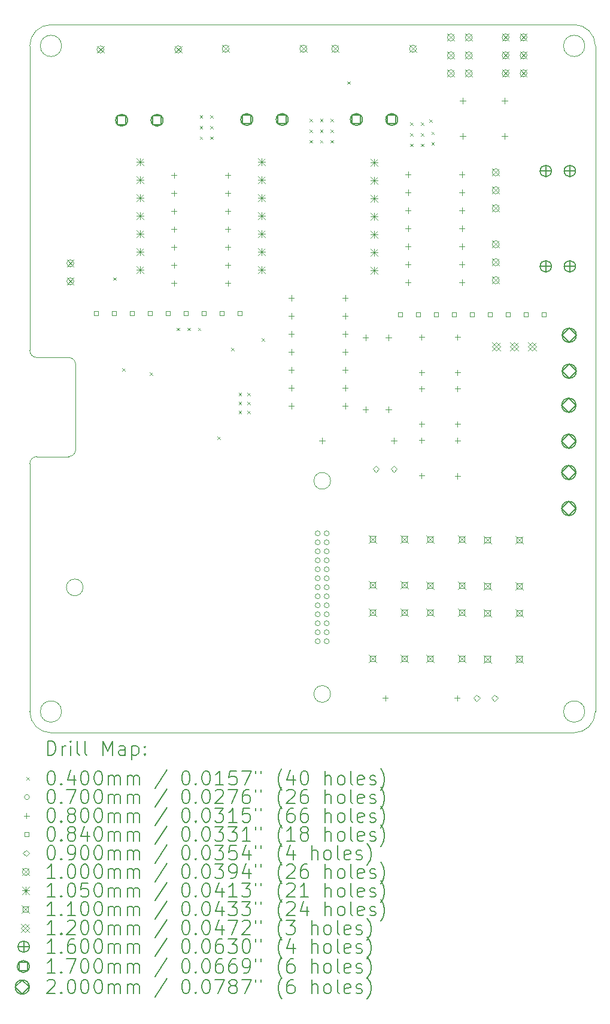
<source format=gbr>
%TF.GenerationSoftware,KiCad,Pcbnew,8.0.3*%
%TF.CreationDate,2024-07-10T22:12:47+09:00*%
%TF.ProjectId,md2,6d64322e-6b69-4636-9164-5f7063625858,rev?*%
%TF.SameCoordinates,Original*%
%TF.FileFunction,Drillmap*%
%TF.FilePolarity,Positive*%
%FSLAX45Y45*%
G04 Gerber Fmt 4.5, Leading zero omitted, Abs format (unit mm)*
G04 Created by KiCad (PCBNEW 8.0.3) date 2024-07-10 22:12:47*
%MOMM*%
%LPD*%
G01*
G04 APERTURE LIST*
%ADD10C,0.100000*%
%ADD11C,0.200000*%
%ADD12C,0.105000*%
%ADD13C,0.110000*%
%ADD14C,0.120000*%
%ADD15C,0.160000*%
%ADD16C,0.170000*%
G04 APERTURE END LIST*
D10*
X18150000Y-5200000D02*
G75*
G02*
X17850000Y-5200000I-150000J0D01*
G01*
X17850000Y-5200000D02*
G75*
G02*
X18150000Y-5200000I150000J0D01*
G01*
X18150000Y-14600000D02*
G75*
G02*
X17850000Y-14600000I-150000J0D01*
G01*
X17850000Y-14600000D02*
G75*
G02*
X18150000Y-14600000I150000J0D01*
G01*
X18300000Y-14600000D02*
X18300000Y-5200000D01*
X10300000Y-11100000D02*
G75*
G02*
X10400000Y-11000000I100000J0D01*
G01*
X10300000Y-11100000D02*
X10300000Y-14600000D01*
X10850000Y-9600000D02*
G75*
G02*
X10950000Y-9700000I0J-100000D01*
G01*
X10600000Y-14900000D02*
X18000000Y-14900000D01*
X10600000Y-14900000D02*
G75*
G02*
X10300000Y-14600000I0J300000D01*
G01*
X11054034Y-12847270D02*
G75*
G02*
X10818726Y-12847270I-117654J0D01*
G01*
X10818726Y-12847270D02*
G75*
G02*
X11054034Y-12847270I117654J0D01*
G01*
X18300000Y-14600000D02*
G75*
G02*
X18000000Y-14900000I-300000J0D01*
G01*
X10950000Y-10900000D02*
X10950000Y-9700000D01*
X10850000Y-11000000D02*
X10400000Y-11000000D01*
X10950000Y-10900000D02*
G75*
G02*
X10850000Y-11000000I-100000J0D01*
G01*
X10300000Y-5200000D02*
G75*
G02*
X10600000Y-4900000I300000J0D01*
G01*
X10750000Y-5200000D02*
G75*
G02*
X10450000Y-5200000I-150000J0D01*
G01*
X10450000Y-5200000D02*
G75*
G02*
X10750000Y-5200000I150000J0D01*
G01*
X14554154Y-14352220D02*
G75*
G02*
X14318846Y-14352220I-117654J0D01*
G01*
X14318846Y-14352220D02*
G75*
G02*
X14554154Y-14352220I117654J0D01*
G01*
X10850000Y-9600000D02*
X10400000Y-9600000D01*
X18000000Y-4900000D02*
X10600000Y-4900000D01*
X10750000Y-14600000D02*
G75*
G02*
X10450000Y-14600000I-150000J0D01*
G01*
X10450000Y-14600000D02*
G75*
G02*
X10750000Y-14600000I150000J0D01*
G01*
X18000000Y-4900000D02*
G75*
G02*
X18300000Y-5200000I0J-300000D01*
G01*
X14554154Y-11342320D02*
G75*
G02*
X14318846Y-11342320I-117654J0D01*
G01*
X14318846Y-11342320D02*
G75*
G02*
X14554154Y-11342320I117654J0D01*
G01*
X10400000Y-9600000D02*
G75*
G02*
X10300000Y-9500000I0J100000D01*
G01*
X10300000Y-5200000D02*
X10300000Y-9500000D01*
D11*
D10*
X11480000Y-8470000D02*
X11520000Y-8510000D01*
X11520000Y-8470000D02*
X11480000Y-8510000D01*
X11610000Y-9750000D02*
X11650000Y-9790000D01*
X11650000Y-9750000D02*
X11610000Y-9790000D01*
X12000000Y-9810000D02*
X12040000Y-9850000D01*
X12040000Y-9810000D02*
X12000000Y-9850000D01*
X12380000Y-9180000D02*
X12420000Y-9220000D01*
X12420000Y-9180000D02*
X12380000Y-9220000D01*
X12530000Y-9180000D02*
X12570000Y-9220000D01*
X12570000Y-9180000D02*
X12530000Y-9220000D01*
X12680000Y-9180000D02*
X12720000Y-9220000D01*
X12720000Y-9180000D02*
X12680000Y-9220000D01*
X12705000Y-6180000D02*
X12745000Y-6220000D01*
X12745000Y-6180000D02*
X12705000Y-6220000D01*
X12705000Y-6330000D02*
X12745000Y-6370000D01*
X12745000Y-6330000D02*
X12705000Y-6370000D01*
X12705000Y-6480000D02*
X12745000Y-6520000D01*
X12745000Y-6480000D02*
X12705000Y-6520000D01*
X12855000Y-6180000D02*
X12895000Y-6220000D01*
X12895000Y-6180000D02*
X12855000Y-6220000D01*
X12855000Y-6330000D02*
X12895000Y-6370000D01*
X12895000Y-6330000D02*
X12855000Y-6370000D01*
X12855000Y-6480000D02*
X12895000Y-6520000D01*
X12895000Y-6480000D02*
X12855000Y-6520000D01*
X12955000Y-10715000D02*
X12995000Y-10755000D01*
X12995000Y-10715000D02*
X12955000Y-10755000D01*
X13150000Y-9466673D02*
X13190000Y-9506673D01*
X13190000Y-9466673D02*
X13150000Y-9506673D01*
X13255000Y-10100000D02*
X13295000Y-10140000D01*
X13295000Y-10100000D02*
X13255000Y-10140000D01*
X13255000Y-10225000D02*
X13295000Y-10265000D01*
X13295000Y-10225000D02*
X13255000Y-10265000D01*
X13255000Y-10350000D02*
X13295000Y-10390000D01*
X13295000Y-10350000D02*
X13255000Y-10390000D01*
X13380000Y-10100000D02*
X13420000Y-10140000D01*
X13420000Y-10100000D02*
X13380000Y-10140000D01*
X13380000Y-10225000D02*
X13420000Y-10265000D01*
X13420000Y-10225000D02*
X13380000Y-10265000D01*
X13380000Y-10350000D02*
X13420000Y-10390000D01*
X13420000Y-10350000D02*
X13380000Y-10390000D01*
X13580000Y-9330000D02*
X13620000Y-9370000D01*
X13620000Y-9330000D02*
X13580000Y-9370000D01*
X14255000Y-6230000D02*
X14295000Y-6270000D01*
X14295000Y-6230000D02*
X14255000Y-6270000D01*
X14255000Y-6380000D02*
X14295000Y-6420000D01*
X14295000Y-6380000D02*
X14255000Y-6420000D01*
X14255000Y-6530000D02*
X14295000Y-6570000D01*
X14295000Y-6530000D02*
X14255000Y-6570000D01*
X14405000Y-6230000D02*
X14445000Y-6270000D01*
X14445000Y-6230000D02*
X14405000Y-6270000D01*
X14405000Y-6380000D02*
X14445000Y-6420000D01*
X14445000Y-6380000D02*
X14405000Y-6420000D01*
X14405000Y-6530000D02*
X14445000Y-6570000D01*
X14445000Y-6530000D02*
X14405000Y-6570000D01*
X14555000Y-6230000D02*
X14595000Y-6270000D01*
X14595000Y-6230000D02*
X14555000Y-6270000D01*
X14555000Y-6380000D02*
X14595000Y-6420000D01*
X14595000Y-6380000D02*
X14555000Y-6420000D01*
X14555000Y-6530000D02*
X14595000Y-6570000D01*
X14595000Y-6530000D02*
X14555000Y-6570000D01*
X14790000Y-5700000D02*
X14830000Y-5740000D01*
X14830000Y-5700000D02*
X14790000Y-5740000D01*
X15680000Y-6280000D02*
X15720000Y-6320000D01*
X15720000Y-6280000D02*
X15680000Y-6320000D01*
X15680000Y-6430000D02*
X15720000Y-6470000D01*
X15720000Y-6430000D02*
X15680000Y-6470000D01*
X15680000Y-6580000D02*
X15720000Y-6620000D01*
X15720000Y-6580000D02*
X15680000Y-6620000D01*
X15830000Y-6280000D02*
X15870000Y-6320000D01*
X15870000Y-6280000D02*
X15830000Y-6320000D01*
X15830000Y-6430000D02*
X15870000Y-6470000D01*
X15870000Y-6430000D02*
X15830000Y-6470000D01*
X15830000Y-6580000D02*
X15870000Y-6620000D01*
X15870000Y-6580000D02*
X15830000Y-6620000D01*
X15950000Y-6240000D02*
X15990000Y-6280000D01*
X15990000Y-6240000D02*
X15950000Y-6280000D01*
X15980000Y-6411000D02*
X16020000Y-6451000D01*
X16020000Y-6411000D02*
X15980000Y-6451000D01*
X15980000Y-6561000D02*
X16020000Y-6601000D01*
X16020000Y-6561000D02*
X15980000Y-6601000D01*
X14408000Y-12084000D02*
G75*
G02*
X14338000Y-12084000I-35000J0D01*
G01*
X14338000Y-12084000D02*
G75*
G02*
X14408000Y-12084000I35000J0D01*
G01*
X14408000Y-12211000D02*
G75*
G02*
X14338000Y-12211000I-35000J0D01*
G01*
X14338000Y-12211000D02*
G75*
G02*
X14408000Y-12211000I35000J0D01*
G01*
X14408000Y-12338000D02*
G75*
G02*
X14338000Y-12338000I-35000J0D01*
G01*
X14338000Y-12338000D02*
G75*
G02*
X14408000Y-12338000I35000J0D01*
G01*
X14408000Y-12465000D02*
G75*
G02*
X14338000Y-12465000I-35000J0D01*
G01*
X14338000Y-12465000D02*
G75*
G02*
X14408000Y-12465000I35000J0D01*
G01*
X14408000Y-12592000D02*
G75*
G02*
X14338000Y-12592000I-35000J0D01*
G01*
X14338000Y-12592000D02*
G75*
G02*
X14408000Y-12592000I35000J0D01*
G01*
X14408000Y-12719000D02*
G75*
G02*
X14338000Y-12719000I-35000J0D01*
G01*
X14338000Y-12719000D02*
G75*
G02*
X14408000Y-12719000I35000J0D01*
G01*
X14408000Y-12846000D02*
G75*
G02*
X14338000Y-12846000I-35000J0D01*
G01*
X14338000Y-12846000D02*
G75*
G02*
X14408000Y-12846000I35000J0D01*
G01*
X14408000Y-12973000D02*
G75*
G02*
X14338000Y-12973000I-35000J0D01*
G01*
X14338000Y-12973000D02*
G75*
G02*
X14408000Y-12973000I35000J0D01*
G01*
X14408000Y-13100000D02*
G75*
G02*
X14338000Y-13100000I-35000J0D01*
G01*
X14338000Y-13100000D02*
G75*
G02*
X14408000Y-13100000I35000J0D01*
G01*
X14408000Y-13227000D02*
G75*
G02*
X14338000Y-13227000I-35000J0D01*
G01*
X14338000Y-13227000D02*
G75*
G02*
X14408000Y-13227000I35000J0D01*
G01*
X14408000Y-13354000D02*
G75*
G02*
X14338000Y-13354000I-35000J0D01*
G01*
X14338000Y-13354000D02*
G75*
G02*
X14408000Y-13354000I35000J0D01*
G01*
X14408000Y-13481000D02*
G75*
G02*
X14338000Y-13481000I-35000J0D01*
G01*
X14338000Y-13481000D02*
G75*
G02*
X14408000Y-13481000I35000J0D01*
G01*
X14408000Y-13608000D02*
G75*
G02*
X14338000Y-13608000I-35000J0D01*
G01*
X14338000Y-13608000D02*
G75*
G02*
X14408000Y-13608000I35000J0D01*
G01*
X14535000Y-12084000D02*
G75*
G02*
X14465000Y-12084000I-35000J0D01*
G01*
X14465000Y-12084000D02*
G75*
G02*
X14535000Y-12084000I35000J0D01*
G01*
X14535000Y-12211000D02*
G75*
G02*
X14465000Y-12211000I-35000J0D01*
G01*
X14465000Y-12211000D02*
G75*
G02*
X14535000Y-12211000I35000J0D01*
G01*
X14535000Y-12338000D02*
G75*
G02*
X14465000Y-12338000I-35000J0D01*
G01*
X14465000Y-12338000D02*
G75*
G02*
X14535000Y-12338000I35000J0D01*
G01*
X14535000Y-12465000D02*
G75*
G02*
X14465000Y-12465000I-35000J0D01*
G01*
X14465000Y-12465000D02*
G75*
G02*
X14535000Y-12465000I35000J0D01*
G01*
X14535000Y-12592000D02*
G75*
G02*
X14465000Y-12592000I-35000J0D01*
G01*
X14465000Y-12592000D02*
G75*
G02*
X14535000Y-12592000I35000J0D01*
G01*
X14535000Y-12719000D02*
G75*
G02*
X14465000Y-12719000I-35000J0D01*
G01*
X14465000Y-12719000D02*
G75*
G02*
X14535000Y-12719000I35000J0D01*
G01*
X14535000Y-12846000D02*
G75*
G02*
X14465000Y-12846000I-35000J0D01*
G01*
X14465000Y-12846000D02*
G75*
G02*
X14535000Y-12846000I35000J0D01*
G01*
X14535000Y-12973000D02*
G75*
G02*
X14465000Y-12973000I-35000J0D01*
G01*
X14465000Y-12973000D02*
G75*
G02*
X14535000Y-12973000I35000J0D01*
G01*
X14535000Y-13100000D02*
G75*
G02*
X14465000Y-13100000I-35000J0D01*
G01*
X14465000Y-13100000D02*
G75*
G02*
X14535000Y-13100000I35000J0D01*
G01*
X14535000Y-13227000D02*
G75*
G02*
X14465000Y-13227000I-35000J0D01*
G01*
X14465000Y-13227000D02*
G75*
G02*
X14535000Y-13227000I35000J0D01*
G01*
X14535000Y-13354000D02*
G75*
G02*
X14465000Y-13354000I-35000J0D01*
G01*
X14465000Y-13354000D02*
G75*
G02*
X14535000Y-13354000I35000J0D01*
G01*
X14535000Y-13481000D02*
G75*
G02*
X14465000Y-13481000I-35000J0D01*
G01*
X14465000Y-13481000D02*
G75*
G02*
X14535000Y-13481000I35000J0D01*
G01*
X14535000Y-13608000D02*
G75*
G02*
X14465000Y-13608000I-35000J0D01*
G01*
X14465000Y-13608000D02*
G75*
G02*
X14535000Y-13608000I35000J0D01*
G01*
X12340000Y-6987500D02*
X12340000Y-7067500D01*
X12300000Y-7027500D02*
X12380000Y-7027500D01*
X12340000Y-7241500D02*
X12340000Y-7321500D01*
X12300000Y-7281500D02*
X12380000Y-7281500D01*
X12340000Y-7495500D02*
X12340000Y-7575500D01*
X12300000Y-7535500D02*
X12380000Y-7535500D01*
X12340000Y-7749500D02*
X12340000Y-7829500D01*
X12300000Y-7789500D02*
X12380000Y-7789500D01*
X12340000Y-8003500D02*
X12340000Y-8083500D01*
X12300000Y-8043500D02*
X12380000Y-8043500D01*
X12340000Y-8257500D02*
X12340000Y-8337500D01*
X12300000Y-8297500D02*
X12380000Y-8297500D01*
X12340000Y-8511500D02*
X12340000Y-8591500D01*
X12300000Y-8551500D02*
X12380000Y-8551500D01*
X13102000Y-6987500D02*
X13102000Y-7067500D01*
X13062000Y-7027500D02*
X13142000Y-7027500D01*
X13102000Y-7241500D02*
X13102000Y-7321500D01*
X13062000Y-7281500D02*
X13142000Y-7281500D01*
X13102000Y-7495500D02*
X13102000Y-7575500D01*
X13062000Y-7535500D02*
X13142000Y-7535500D01*
X13102000Y-7749500D02*
X13102000Y-7829500D01*
X13062000Y-7789500D02*
X13142000Y-7789500D01*
X13102000Y-8003500D02*
X13102000Y-8083500D01*
X13062000Y-8043500D02*
X13142000Y-8043500D01*
X13102000Y-8257500D02*
X13102000Y-8337500D01*
X13062000Y-8297500D02*
X13142000Y-8297500D01*
X13102000Y-8511500D02*
X13102000Y-8591500D01*
X13062000Y-8551500D02*
X13142000Y-8551500D01*
X14000000Y-8720000D02*
X14000000Y-8800000D01*
X13960000Y-8760000D02*
X14040000Y-8760000D01*
X14000000Y-8974000D02*
X14000000Y-9054000D01*
X13960000Y-9014000D02*
X14040000Y-9014000D01*
X14000000Y-9228000D02*
X14000000Y-9308000D01*
X13960000Y-9268000D02*
X14040000Y-9268000D01*
X14000000Y-9482000D02*
X14000000Y-9562000D01*
X13960000Y-9522000D02*
X14040000Y-9522000D01*
X14000000Y-9736000D02*
X14000000Y-9816000D01*
X13960000Y-9776000D02*
X14040000Y-9776000D01*
X14000000Y-9990000D02*
X14000000Y-10070000D01*
X13960000Y-10030000D02*
X14040000Y-10030000D01*
X14000000Y-10244000D02*
X14000000Y-10324000D01*
X13960000Y-10284000D02*
X14040000Y-10284000D01*
X14434000Y-10735000D02*
X14434000Y-10815000D01*
X14394000Y-10775000D02*
X14474000Y-10775000D01*
X14762000Y-8720000D02*
X14762000Y-8800000D01*
X14722000Y-8760000D02*
X14802000Y-8760000D01*
X14762000Y-8974000D02*
X14762000Y-9054000D01*
X14722000Y-9014000D02*
X14802000Y-9014000D01*
X14762000Y-9228000D02*
X14762000Y-9308000D01*
X14722000Y-9268000D02*
X14802000Y-9268000D01*
X14762000Y-9482000D02*
X14762000Y-9562000D01*
X14722000Y-9522000D02*
X14802000Y-9522000D01*
X14762000Y-9736000D02*
X14762000Y-9816000D01*
X14722000Y-9776000D02*
X14802000Y-9776000D01*
X14762000Y-9990000D02*
X14762000Y-10070000D01*
X14722000Y-10030000D02*
X14802000Y-10030000D01*
X14762000Y-10244000D02*
X14762000Y-10324000D01*
X14722000Y-10284000D02*
X14802000Y-10284000D01*
X15050000Y-9277000D02*
X15050000Y-9357000D01*
X15010000Y-9317000D02*
X15090000Y-9317000D01*
X15050000Y-10293000D02*
X15050000Y-10373000D01*
X15010000Y-10333000D02*
X15090000Y-10333000D01*
X15330000Y-14370000D02*
X15330000Y-14450000D01*
X15290000Y-14410000D02*
X15370000Y-14410000D01*
X15375000Y-9277000D02*
X15375000Y-9357000D01*
X15335000Y-9317000D02*
X15415000Y-9317000D01*
X15375000Y-10293000D02*
X15375000Y-10373000D01*
X15335000Y-10333000D02*
X15415000Y-10333000D01*
X15450000Y-10735000D02*
X15450000Y-10815000D01*
X15410000Y-10775000D02*
X15490000Y-10775000D01*
X15650000Y-6974000D02*
X15650000Y-7054000D01*
X15610000Y-7014000D02*
X15690000Y-7014000D01*
X15650000Y-7228000D02*
X15650000Y-7308000D01*
X15610000Y-7268000D02*
X15690000Y-7268000D01*
X15650000Y-7482000D02*
X15650000Y-7562000D01*
X15610000Y-7522000D02*
X15690000Y-7522000D01*
X15650000Y-7736000D02*
X15650000Y-7816000D01*
X15610000Y-7776000D02*
X15690000Y-7776000D01*
X15650000Y-7990000D02*
X15650000Y-8070000D01*
X15610000Y-8030000D02*
X15690000Y-8030000D01*
X15650000Y-8244000D02*
X15650000Y-8324000D01*
X15610000Y-8284000D02*
X15690000Y-8284000D01*
X15650000Y-8498000D02*
X15650000Y-8578000D01*
X15610000Y-8538000D02*
X15690000Y-8538000D01*
X15841900Y-9272600D02*
X15841900Y-9352600D01*
X15801900Y-9312600D02*
X15881900Y-9312600D01*
X15841900Y-9772600D02*
X15841900Y-9852600D01*
X15801900Y-9812600D02*
X15881900Y-9812600D01*
X15841900Y-10000500D02*
X15841900Y-10080500D01*
X15801900Y-10040500D02*
X15881900Y-10040500D01*
X15841900Y-10500500D02*
X15841900Y-10580500D01*
X15801900Y-10540500D02*
X15881900Y-10540500D01*
X15841900Y-10729100D02*
X15841900Y-10809100D01*
X15801900Y-10769100D02*
X15881900Y-10769100D01*
X15841900Y-11229100D02*
X15841900Y-11309100D01*
X15801900Y-11269100D02*
X15881900Y-11269100D01*
X16346000Y-14370000D02*
X16346000Y-14450000D01*
X16306000Y-14410000D02*
X16386000Y-14410000D01*
X16349900Y-9272600D02*
X16349900Y-9352600D01*
X16309900Y-9312600D02*
X16389900Y-9312600D01*
X16349900Y-9772600D02*
X16349900Y-9852600D01*
X16309900Y-9812600D02*
X16389900Y-9812600D01*
X16349900Y-10000500D02*
X16349900Y-10080500D01*
X16309900Y-10040500D02*
X16389900Y-10040500D01*
X16349900Y-10500500D02*
X16349900Y-10580500D01*
X16309900Y-10540500D02*
X16389900Y-10540500D01*
X16349900Y-10733100D02*
X16349900Y-10813100D01*
X16309900Y-10773100D02*
X16389900Y-10773100D01*
X16349900Y-11233100D02*
X16349900Y-11313100D01*
X16309900Y-11273100D02*
X16389900Y-11273100D01*
X16412000Y-6974000D02*
X16412000Y-7054000D01*
X16372000Y-7014000D02*
X16452000Y-7014000D01*
X16412000Y-7228000D02*
X16412000Y-7308000D01*
X16372000Y-7268000D02*
X16452000Y-7268000D01*
X16412000Y-7482000D02*
X16412000Y-7562000D01*
X16372000Y-7522000D02*
X16452000Y-7522000D01*
X16412000Y-7736000D02*
X16412000Y-7816000D01*
X16372000Y-7776000D02*
X16452000Y-7776000D01*
X16412000Y-7990000D02*
X16412000Y-8070000D01*
X16372000Y-8030000D02*
X16452000Y-8030000D01*
X16412000Y-8244000D02*
X16412000Y-8324000D01*
X16372000Y-8284000D02*
X16452000Y-8284000D01*
X16412000Y-8498000D02*
X16412000Y-8578000D01*
X16372000Y-8538000D02*
X16452000Y-8538000D01*
X16423000Y-5933000D02*
X16423000Y-6013000D01*
X16383000Y-5973000D02*
X16463000Y-5973000D01*
X16423000Y-6433000D02*
X16423000Y-6513000D01*
X16383000Y-6473000D02*
X16463000Y-6473000D01*
X17018000Y-5933000D02*
X17018000Y-6013000D01*
X16978000Y-5973000D02*
X17058000Y-5973000D01*
X17018000Y-6433000D02*
X17018000Y-6513000D01*
X16978000Y-6473000D02*
X17058000Y-6473000D01*
X11267699Y-9009699D02*
X11267699Y-8950301D01*
X11208301Y-8950301D01*
X11208301Y-9009699D01*
X11267699Y-9009699D01*
X11521699Y-9009699D02*
X11521699Y-8950301D01*
X11462301Y-8950301D01*
X11462301Y-9009699D01*
X11521699Y-9009699D01*
X11775699Y-9009699D02*
X11775699Y-8950301D01*
X11716301Y-8950301D01*
X11716301Y-9009699D01*
X11775699Y-9009699D01*
X12029699Y-9009699D02*
X12029699Y-8950301D01*
X11970301Y-8950301D01*
X11970301Y-9009699D01*
X12029699Y-9009699D01*
X12283699Y-9009699D02*
X12283699Y-8950301D01*
X12224301Y-8950301D01*
X12224301Y-9009699D01*
X12283699Y-9009699D01*
X12537699Y-9009699D02*
X12537699Y-8950301D01*
X12478301Y-8950301D01*
X12478301Y-9009699D01*
X12537699Y-9009699D01*
X12791699Y-9009699D02*
X12791699Y-8950301D01*
X12732301Y-8950301D01*
X12732301Y-9009699D01*
X12791699Y-9009699D01*
X13045699Y-9009699D02*
X13045699Y-8950301D01*
X12986301Y-8950301D01*
X12986301Y-9009699D01*
X13045699Y-9009699D01*
X13299699Y-9009699D02*
X13299699Y-8950301D01*
X13240301Y-8950301D01*
X13240301Y-9009699D01*
X13299699Y-9009699D01*
X15569699Y-9019699D02*
X15569699Y-8960301D01*
X15510301Y-8960301D01*
X15510301Y-9019699D01*
X15569699Y-9019699D01*
X15823699Y-9019699D02*
X15823699Y-8960301D01*
X15764301Y-8960301D01*
X15764301Y-9019699D01*
X15823699Y-9019699D01*
X16077699Y-9019699D02*
X16077699Y-8960301D01*
X16018301Y-8960301D01*
X16018301Y-9019699D01*
X16077699Y-9019699D01*
X16331699Y-9019699D02*
X16331699Y-8960301D01*
X16272301Y-8960301D01*
X16272301Y-9019699D01*
X16331699Y-9019699D01*
X16585699Y-9019699D02*
X16585699Y-8960301D01*
X16526301Y-8960301D01*
X16526301Y-9019699D01*
X16585699Y-9019699D01*
X16839699Y-9019699D02*
X16839699Y-8960301D01*
X16780301Y-8960301D01*
X16780301Y-9019699D01*
X16839699Y-9019699D01*
X17093699Y-9019699D02*
X17093699Y-8960301D01*
X17034301Y-8960301D01*
X17034301Y-9019699D01*
X17093699Y-9019699D01*
X17347699Y-9019699D02*
X17347699Y-8960301D01*
X17288301Y-8960301D01*
X17288301Y-9019699D01*
X17347699Y-9019699D01*
X17601699Y-9019699D02*
X17601699Y-8960301D01*
X17542301Y-8960301D01*
X17542301Y-9019699D01*
X17601699Y-9019699D01*
X15196000Y-11220000D02*
X15241000Y-11175000D01*
X15196000Y-11130000D01*
X15151000Y-11175000D01*
X15196000Y-11220000D01*
X15450000Y-11220000D02*
X15495000Y-11175000D01*
X15450000Y-11130000D01*
X15405000Y-11175000D01*
X15450000Y-11220000D01*
X16622500Y-14455000D02*
X16667500Y-14410000D01*
X16622500Y-14365000D01*
X16577500Y-14410000D01*
X16622500Y-14455000D01*
X16876500Y-14455000D02*
X16921500Y-14410000D01*
X16876500Y-14365000D01*
X16831500Y-14410000D01*
X16876500Y-14455000D01*
X10825000Y-8221000D02*
X10925000Y-8321000D01*
X10925000Y-8221000D02*
X10825000Y-8321000D01*
X10925000Y-8271000D02*
G75*
G02*
X10825000Y-8271000I-50000J0D01*
G01*
X10825000Y-8271000D02*
G75*
G02*
X10925000Y-8271000I50000J0D01*
G01*
X10825000Y-8475000D02*
X10925000Y-8575000D01*
X10925000Y-8475000D02*
X10825000Y-8575000D01*
X10925000Y-8525000D02*
G75*
G02*
X10825000Y-8525000I-50000J0D01*
G01*
X10825000Y-8525000D02*
G75*
G02*
X10925000Y-8525000I50000J0D01*
G01*
X11250000Y-5200000D02*
X11350000Y-5300000D01*
X11350000Y-5200000D02*
X11250000Y-5300000D01*
X11350000Y-5250000D02*
G75*
G02*
X11250000Y-5250000I-50000J0D01*
G01*
X11250000Y-5250000D02*
G75*
G02*
X11350000Y-5250000I50000J0D01*
G01*
X12350000Y-5200000D02*
X12450000Y-5300000D01*
X12450000Y-5200000D02*
X12350000Y-5300000D01*
X12450000Y-5250000D02*
G75*
G02*
X12350000Y-5250000I-50000J0D01*
G01*
X12350000Y-5250000D02*
G75*
G02*
X12450000Y-5250000I50000J0D01*
G01*
X13020000Y-5190000D02*
X13120000Y-5290000D01*
X13120000Y-5190000D02*
X13020000Y-5290000D01*
X13120000Y-5240000D02*
G75*
G02*
X13020000Y-5240000I-50000J0D01*
G01*
X13020000Y-5240000D02*
G75*
G02*
X13120000Y-5240000I50000J0D01*
G01*
X14120000Y-5190000D02*
X14220000Y-5290000D01*
X14220000Y-5190000D02*
X14120000Y-5290000D01*
X14220000Y-5240000D02*
G75*
G02*
X14120000Y-5240000I-50000J0D01*
G01*
X14120000Y-5240000D02*
G75*
G02*
X14220000Y-5240000I50000J0D01*
G01*
X14570000Y-5190000D02*
X14670000Y-5290000D01*
X14670000Y-5190000D02*
X14570000Y-5290000D01*
X14670000Y-5240000D02*
G75*
G02*
X14570000Y-5240000I-50000J0D01*
G01*
X14570000Y-5240000D02*
G75*
G02*
X14670000Y-5240000I50000J0D01*
G01*
X15670000Y-5190000D02*
X15770000Y-5290000D01*
X15770000Y-5190000D02*
X15670000Y-5290000D01*
X15770000Y-5240000D02*
G75*
G02*
X15670000Y-5240000I-50000J0D01*
G01*
X15670000Y-5240000D02*
G75*
G02*
X15770000Y-5240000I50000J0D01*
G01*
X16206000Y-5030000D02*
X16306000Y-5130000D01*
X16306000Y-5030000D02*
X16206000Y-5130000D01*
X16306000Y-5080000D02*
G75*
G02*
X16206000Y-5080000I-50000J0D01*
G01*
X16206000Y-5080000D02*
G75*
G02*
X16306000Y-5080000I50000J0D01*
G01*
X16206000Y-5284000D02*
X16306000Y-5384000D01*
X16306000Y-5284000D02*
X16206000Y-5384000D01*
X16306000Y-5334000D02*
G75*
G02*
X16206000Y-5334000I-50000J0D01*
G01*
X16206000Y-5334000D02*
G75*
G02*
X16306000Y-5334000I50000J0D01*
G01*
X16206000Y-5538000D02*
X16306000Y-5638000D01*
X16306000Y-5538000D02*
X16206000Y-5638000D01*
X16306000Y-5588000D02*
G75*
G02*
X16206000Y-5588000I-50000J0D01*
G01*
X16206000Y-5588000D02*
G75*
G02*
X16306000Y-5588000I50000J0D01*
G01*
X16460000Y-5030000D02*
X16560000Y-5130000D01*
X16560000Y-5030000D02*
X16460000Y-5130000D01*
X16560000Y-5080000D02*
G75*
G02*
X16460000Y-5080000I-50000J0D01*
G01*
X16460000Y-5080000D02*
G75*
G02*
X16560000Y-5080000I50000J0D01*
G01*
X16460000Y-5284000D02*
X16560000Y-5384000D01*
X16560000Y-5284000D02*
X16460000Y-5384000D01*
X16560000Y-5334000D02*
G75*
G02*
X16460000Y-5334000I-50000J0D01*
G01*
X16460000Y-5334000D02*
G75*
G02*
X16560000Y-5334000I50000J0D01*
G01*
X16460000Y-5538000D02*
X16560000Y-5638000D01*
X16560000Y-5538000D02*
X16460000Y-5638000D01*
X16560000Y-5588000D02*
G75*
G02*
X16460000Y-5588000I-50000J0D01*
G01*
X16460000Y-5588000D02*
G75*
G02*
X16560000Y-5588000I50000J0D01*
G01*
X16841000Y-6935000D02*
X16941000Y-7035000D01*
X16941000Y-6935000D02*
X16841000Y-7035000D01*
X16941000Y-6985000D02*
G75*
G02*
X16841000Y-6985000I-50000J0D01*
G01*
X16841000Y-6985000D02*
G75*
G02*
X16941000Y-6985000I50000J0D01*
G01*
X16841000Y-7189000D02*
X16941000Y-7289000D01*
X16941000Y-7189000D02*
X16841000Y-7289000D01*
X16941000Y-7239000D02*
G75*
G02*
X16841000Y-7239000I-50000J0D01*
G01*
X16841000Y-7239000D02*
G75*
G02*
X16941000Y-7239000I50000J0D01*
G01*
X16841000Y-7443000D02*
X16941000Y-7543000D01*
X16941000Y-7443000D02*
X16841000Y-7543000D01*
X16941000Y-7493000D02*
G75*
G02*
X16841000Y-7493000I-50000J0D01*
G01*
X16841000Y-7493000D02*
G75*
G02*
X16941000Y-7493000I50000J0D01*
G01*
X16841000Y-7951000D02*
X16941000Y-8051000D01*
X16941000Y-7951000D02*
X16841000Y-8051000D01*
X16941000Y-8001000D02*
G75*
G02*
X16841000Y-8001000I-50000J0D01*
G01*
X16841000Y-8001000D02*
G75*
G02*
X16941000Y-8001000I50000J0D01*
G01*
X16841000Y-8205000D02*
X16941000Y-8305000D01*
X16941000Y-8205000D02*
X16841000Y-8305000D01*
X16941000Y-8255000D02*
G75*
G02*
X16841000Y-8255000I-50000J0D01*
G01*
X16841000Y-8255000D02*
G75*
G02*
X16941000Y-8255000I50000J0D01*
G01*
X16841000Y-8459000D02*
X16941000Y-8559000D01*
X16941000Y-8459000D02*
X16841000Y-8559000D01*
X16941000Y-8509000D02*
G75*
G02*
X16841000Y-8509000I-50000J0D01*
G01*
X16841000Y-8509000D02*
G75*
G02*
X16941000Y-8509000I50000J0D01*
G01*
X16980000Y-5030000D02*
X17080000Y-5130000D01*
X17080000Y-5030000D02*
X16980000Y-5130000D01*
X17080000Y-5080000D02*
G75*
G02*
X16980000Y-5080000I-50000J0D01*
G01*
X16980000Y-5080000D02*
G75*
G02*
X17080000Y-5080000I50000J0D01*
G01*
X16980000Y-5284000D02*
X17080000Y-5384000D01*
X17080000Y-5284000D02*
X16980000Y-5384000D01*
X17080000Y-5334000D02*
G75*
G02*
X16980000Y-5334000I-50000J0D01*
G01*
X16980000Y-5334000D02*
G75*
G02*
X17080000Y-5334000I50000J0D01*
G01*
X16980000Y-5538000D02*
X17080000Y-5638000D01*
X17080000Y-5538000D02*
X16980000Y-5638000D01*
X17080000Y-5588000D02*
G75*
G02*
X16980000Y-5588000I-50000J0D01*
G01*
X16980000Y-5588000D02*
G75*
G02*
X17080000Y-5588000I50000J0D01*
G01*
X17234000Y-5030000D02*
X17334000Y-5130000D01*
X17334000Y-5030000D02*
X17234000Y-5130000D01*
X17334000Y-5080000D02*
G75*
G02*
X17234000Y-5080000I-50000J0D01*
G01*
X17234000Y-5080000D02*
G75*
G02*
X17334000Y-5080000I50000J0D01*
G01*
X17234000Y-5284000D02*
X17334000Y-5384000D01*
X17334000Y-5284000D02*
X17234000Y-5384000D01*
X17334000Y-5334000D02*
G75*
G02*
X17234000Y-5334000I-50000J0D01*
G01*
X17234000Y-5334000D02*
G75*
G02*
X17334000Y-5334000I50000J0D01*
G01*
X17234000Y-5538000D02*
X17334000Y-5638000D01*
X17334000Y-5538000D02*
X17234000Y-5638000D01*
X17334000Y-5588000D02*
G75*
G02*
X17234000Y-5588000I-50000J0D01*
G01*
X17234000Y-5588000D02*
G75*
G02*
X17334000Y-5588000I50000J0D01*
G01*
D12*
X11807500Y-6785500D02*
X11912500Y-6890500D01*
X11912500Y-6785500D02*
X11807500Y-6890500D01*
X11860000Y-6785500D02*
X11860000Y-6890500D01*
X11807500Y-6838000D02*
X11912500Y-6838000D01*
X11807500Y-7039500D02*
X11912500Y-7144500D01*
X11912500Y-7039500D02*
X11807500Y-7144500D01*
X11860000Y-7039500D02*
X11860000Y-7144500D01*
X11807500Y-7092000D02*
X11912500Y-7092000D01*
X11807500Y-7293500D02*
X11912500Y-7398500D01*
X11912500Y-7293500D02*
X11807500Y-7398500D01*
X11860000Y-7293500D02*
X11860000Y-7398500D01*
X11807500Y-7346000D02*
X11912500Y-7346000D01*
X11807500Y-7547500D02*
X11912500Y-7652500D01*
X11912500Y-7547500D02*
X11807500Y-7652500D01*
X11860000Y-7547500D02*
X11860000Y-7652500D01*
X11807500Y-7600000D02*
X11912500Y-7600000D01*
X11807500Y-7801500D02*
X11912500Y-7906500D01*
X11912500Y-7801500D02*
X11807500Y-7906500D01*
X11860000Y-7801500D02*
X11860000Y-7906500D01*
X11807500Y-7854000D02*
X11912500Y-7854000D01*
X11807500Y-8055500D02*
X11912500Y-8160500D01*
X11912500Y-8055500D02*
X11807500Y-8160500D01*
X11860000Y-8055500D02*
X11860000Y-8160500D01*
X11807500Y-8108000D02*
X11912500Y-8108000D01*
X11807500Y-8309500D02*
X11912500Y-8414500D01*
X11912500Y-8309500D02*
X11807500Y-8414500D01*
X11860000Y-8309500D02*
X11860000Y-8414500D01*
X11807500Y-8362000D02*
X11912500Y-8362000D01*
X13527500Y-6787500D02*
X13632500Y-6892500D01*
X13632500Y-6787500D02*
X13527500Y-6892500D01*
X13580000Y-6787500D02*
X13580000Y-6892500D01*
X13527500Y-6840000D02*
X13632500Y-6840000D01*
X13527500Y-7041500D02*
X13632500Y-7146500D01*
X13632500Y-7041500D02*
X13527500Y-7146500D01*
X13580000Y-7041500D02*
X13580000Y-7146500D01*
X13527500Y-7094000D02*
X13632500Y-7094000D01*
X13527500Y-7295500D02*
X13632500Y-7400500D01*
X13632500Y-7295500D02*
X13527500Y-7400500D01*
X13580000Y-7295500D02*
X13580000Y-7400500D01*
X13527500Y-7348000D02*
X13632500Y-7348000D01*
X13527500Y-7549500D02*
X13632500Y-7654500D01*
X13632500Y-7549500D02*
X13527500Y-7654500D01*
X13580000Y-7549500D02*
X13580000Y-7654500D01*
X13527500Y-7602000D02*
X13632500Y-7602000D01*
X13527500Y-7803500D02*
X13632500Y-7908500D01*
X13632500Y-7803500D02*
X13527500Y-7908500D01*
X13580000Y-7803500D02*
X13580000Y-7908500D01*
X13527500Y-7856000D02*
X13632500Y-7856000D01*
X13527500Y-8057500D02*
X13632500Y-8162500D01*
X13632500Y-8057500D02*
X13527500Y-8162500D01*
X13580000Y-8057500D02*
X13580000Y-8162500D01*
X13527500Y-8110000D02*
X13632500Y-8110000D01*
X13527500Y-8311500D02*
X13632500Y-8416500D01*
X13632500Y-8311500D02*
X13527500Y-8416500D01*
X13580000Y-8311500D02*
X13580000Y-8416500D01*
X13527500Y-8364000D02*
X13632500Y-8364000D01*
X15117500Y-6793500D02*
X15222500Y-6898500D01*
X15222500Y-6793500D02*
X15117500Y-6898500D01*
X15170000Y-6793500D02*
X15170000Y-6898500D01*
X15117500Y-6846000D02*
X15222500Y-6846000D01*
X15117500Y-7047500D02*
X15222500Y-7152500D01*
X15222500Y-7047500D02*
X15117500Y-7152500D01*
X15170000Y-7047500D02*
X15170000Y-7152500D01*
X15117500Y-7100000D02*
X15222500Y-7100000D01*
X15117500Y-7301500D02*
X15222500Y-7406500D01*
X15222500Y-7301500D02*
X15117500Y-7406500D01*
X15170000Y-7301500D02*
X15170000Y-7406500D01*
X15117500Y-7354000D02*
X15222500Y-7354000D01*
X15117500Y-7555500D02*
X15222500Y-7660500D01*
X15222500Y-7555500D02*
X15117500Y-7660500D01*
X15170000Y-7555500D02*
X15170000Y-7660500D01*
X15117500Y-7608000D02*
X15222500Y-7608000D01*
X15117500Y-7809500D02*
X15222500Y-7914500D01*
X15222500Y-7809500D02*
X15117500Y-7914500D01*
X15170000Y-7809500D02*
X15170000Y-7914500D01*
X15117500Y-7862000D02*
X15222500Y-7862000D01*
X15117500Y-8063500D02*
X15222500Y-8168500D01*
X15222500Y-8063500D02*
X15117500Y-8168500D01*
X15170000Y-8063500D02*
X15170000Y-8168500D01*
X15117500Y-8116000D02*
X15222500Y-8116000D01*
X15117500Y-8317500D02*
X15222500Y-8422500D01*
X15222500Y-8317500D02*
X15117500Y-8422500D01*
X15170000Y-8317500D02*
X15170000Y-8422500D01*
X15117500Y-8370000D02*
X15222500Y-8370000D01*
D13*
X15095000Y-13145000D02*
X15205000Y-13255000D01*
X15205000Y-13145000D02*
X15095000Y-13255000D01*
X15188891Y-13238891D02*
X15188891Y-13161109D01*
X15111109Y-13161109D01*
X15111109Y-13238891D01*
X15188891Y-13238891D01*
X15095000Y-13795000D02*
X15205000Y-13905000D01*
X15205000Y-13795000D02*
X15095000Y-13905000D01*
X15188891Y-13888891D02*
X15188891Y-13811109D01*
X15111109Y-13811109D01*
X15111109Y-13888891D01*
X15188891Y-13888891D01*
X15096480Y-12108800D02*
X15206480Y-12218800D01*
X15206480Y-12108800D02*
X15096480Y-12218800D01*
X15190371Y-12202691D02*
X15190371Y-12124909D01*
X15112589Y-12124909D01*
X15112589Y-12202691D01*
X15190371Y-12202691D01*
X15096480Y-12758800D02*
X15206480Y-12868800D01*
X15206480Y-12758800D02*
X15096480Y-12868800D01*
X15190371Y-12852691D02*
X15190371Y-12774909D01*
X15112589Y-12774909D01*
X15112589Y-12852691D01*
X15190371Y-12852691D01*
X15545000Y-13145000D02*
X15655000Y-13255000D01*
X15655000Y-13145000D02*
X15545000Y-13255000D01*
X15638891Y-13238891D02*
X15638891Y-13161109D01*
X15561109Y-13161109D01*
X15561109Y-13238891D01*
X15638891Y-13238891D01*
X15545000Y-13795000D02*
X15655000Y-13905000D01*
X15655000Y-13795000D02*
X15545000Y-13905000D01*
X15638891Y-13888891D02*
X15638891Y-13811109D01*
X15561109Y-13811109D01*
X15561109Y-13888891D01*
X15638891Y-13888891D01*
X15546480Y-12108800D02*
X15656480Y-12218800D01*
X15656480Y-12108800D02*
X15546480Y-12218800D01*
X15640371Y-12202691D02*
X15640371Y-12124909D01*
X15562589Y-12124909D01*
X15562589Y-12202691D01*
X15640371Y-12202691D01*
X15546480Y-12758800D02*
X15656480Y-12868800D01*
X15656480Y-12758800D02*
X15546480Y-12868800D01*
X15640371Y-12852691D02*
X15640371Y-12774909D01*
X15562589Y-12774909D01*
X15562589Y-12852691D01*
X15640371Y-12852691D01*
X15905000Y-12112500D02*
X16015000Y-12222500D01*
X16015000Y-12112500D02*
X15905000Y-12222500D01*
X15998891Y-12206391D02*
X15998891Y-12128609D01*
X15921109Y-12128609D01*
X15921109Y-12206391D01*
X15998891Y-12206391D01*
X15905000Y-12762500D02*
X16015000Y-12872500D01*
X16015000Y-12762500D02*
X15905000Y-12872500D01*
X15998891Y-12856391D02*
X15998891Y-12778609D01*
X15921109Y-12778609D01*
X15921109Y-12856391D01*
X15998891Y-12856391D01*
X15905000Y-13145000D02*
X16015000Y-13255000D01*
X16015000Y-13145000D02*
X15905000Y-13255000D01*
X15998891Y-13238891D02*
X15998891Y-13161109D01*
X15921109Y-13161109D01*
X15921109Y-13238891D01*
X15998891Y-13238891D01*
X15905000Y-13795000D02*
X16015000Y-13905000D01*
X16015000Y-13795000D02*
X15905000Y-13905000D01*
X15998891Y-13888891D02*
X15998891Y-13811109D01*
X15921109Y-13811109D01*
X15921109Y-13888891D01*
X15998891Y-13888891D01*
X16355000Y-12112500D02*
X16465000Y-12222500D01*
X16465000Y-12112500D02*
X16355000Y-12222500D01*
X16448891Y-12206391D02*
X16448891Y-12128609D01*
X16371109Y-12128609D01*
X16371109Y-12206391D01*
X16448891Y-12206391D01*
X16355000Y-12762500D02*
X16465000Y-12872500D01*
X16465000Y-12762500D02*
X16355000Y-12872500D01*
X16448891Y-12856391D02*
X16448891Y-12778609D01*
X16371109Y-12778609D01*
X16371109Y-12856391D01*
X16448891Y-12856391D01*
X16355000Y-13145000D02*
X16465000Y-13255000D01*
X16465000Y-13145000D02*
X16355000Y-13255000D01*
X16448891Y-13238891D02*
X16448891Y-13161109D01*
X16371109Y-13161109D01*
X16371109Y-13238891D01*
X16448891Y-13238891D01*
X16355000Y-13795000D02*
X16465000Y-13905000D01*
X16465000Y-13795000D02*
X16355000Y-13905000D01*
X16448891Y-13888891D02*
X16448891Y-13811109D01*
X16371109Y-13811109D01*
X16371109Y-13888891D01*
X16448891Y-13888891D01*
X16717000Y-12121500D02*
X16827000Y-12231500D01*
X16827000Y-12121500D02*
X16717000Y-12231500D01*
X16810891Y-12215391D02*
X16810891Y-12137609D01*
X16733109Y-12137609D01*
X16733109Y-12215391D01*
X16810891Y-12215391D01*
X16717000Y-12771500D02*
X16827000Y-12881500D01*
X16827000Y-12771500D02*
X16717000Y-12881500D01*
X16810891Y-12865391D02*
X16810891Y-12787609D01*
X16733109Y-12787609D01*
X16733109Y-12865391D01*
X16810891Y-12865391D01*
X16717000Y-13152500D02*
X16827000Y-13262500D01*
X16827000Y-13152500D02*
X16717000Y-13262500D01*
X16810891Y-13246391D02*
X16810891Y-13168609D01*
X16733109Y-13168609D01*
X16733109Y-13246391D01*
X16810891Y-13246391D01*
X16717000Y-13802500D02*
X16827000Y-13912500D01*
X16827000Y-13802500D02*
X16717000Y-13912500D01*
X16810891Y-13896391D02*
X16810891Y-13818609D01*
X16733109Y-13818609D01*
X16733109Y-13896391D01*
X16810891Y-13896391D01*
X17167000Y-12121500D02*
X17277000Y-12231500D01*
X17277000Y-12121500D02*
X17167000Y-12231500D01*
X17260891Y-12215391D02*
X17260891Y-12137609D01*
X17183109Y-12137609D01*
X17183109Y-12215391D01*
X17260891Y-12215391D01*
X17167000Y-12771500D02*
X17277000Y-12881500D01*
X17277000Y-12771500D02*
X17167000Y-12881500D01*
X17260891Y-12865391D02*
X17260891Y-12787609D01*
X17183109Y-12787609D01*
X17183109Y-12865391D01*
X17260891Y-12865391D01*
X17167000Y-13152500D02*
X17277000Y-13262500D01*
X17277000Y-13152500D02*
X17167000Y-13262500D01*
X17260891Y-13246391D02*
X17260891Y-13168609D01*
X17183109Y-13168609D01*
X17183109Y-13246391D01*
X17260891Y-13246391D01*
X17167000Y-13802500D02*
X17277000Y-13912500D01*
X17277000Y-13802500D02*
X17167000Y-13912500D01*
X17260891Y-13896391D02*
X17260891Y-13818609D01*
X17183109Y-13818609D01*
X17183109Y-13896391D01*
X17260891Y-13896391D01*
D14*
X16836000Y-9385000D02*
X16956000Y-9505000D01*
X16956000Y-9385000D02*
X16836000Y-9505000D01*
X16896000Y-9505000D02*
X16956000Y-9445000D01*
X16896000Y-9385000D01*
X16836000Y-9445000D01*
X16896000Y-9505000D01*
X17090000Y-9385000D02*
X17210000Y-9505000D01*
X17210000Y-9385000D02*
X17090000Y-9505000D01*
X17150000Y-9505000D02*
X17210000Y-9445000D01*
X17150000Y-9385000D01*
X17090000Y-9445000D01*
X17150000Y-9505000D01*
X17344000Y-9385000D02*
X17464000Y-9505000D01*
X17464000Y-9385000D02*
X17344000Y-9505000D01*
X17404000Y-9505000D02*
X17464000Y-9445000D01*
X17404000Y-9385000D01*
X17344000Y-9445000D01*
X17404000Y-9505000D01*
D15*
X17598250Y-6886500D02*
X17598250Y-7046500D01*
X17518250Y-6966500D02*
X17678250Y-6966500D01*
X17678250Y-6966500D02*
G75*
G02*
X17518250Y-6966500I-80000J0D01*
G01*
X17518250Y-6966500D02*
G75*
G02*
X17678250Y-6966500I80000J0D01*
G01*
X17598250Y-8233500D02*
X17598250Y-8393500D01*
X17518250Y-8313500D02*
X17678250Y-8313500D01*
X17678250Y-8313500D02*
G75*
G02*
X17518250Y-8313500I-80000J0D01*
G01*
X17518250Y-8313500D02*
G75*
G02*
X17678250Y-8313500I80000J0D01*
G01*
X17938250Y-6886500D02*
X17938250Y-7046500D01*
X17858250Y-6966500D02*
X18018250Y-6966500D01*
X18018250Y-6966500D02*
G75*
G02*
X17858250Y-6966500I-80000J0D01*
G01*
X17858250Y-6966500D02*
G75*
G02*
X18018250Y-6966500I80000J0D01*
G01*
X17938250Y-8233500D02*
X17938250Y-8393500D01*
X17858250Y-8313500D02*
X18018250Y-8313500D01*
X18018250Y-8313500D02*
G75*
G02*
X17858250Y-8313500I-80000J0D01*
G01*
X17858250Y-8313500D02*
G75*
G02*
X18018250Y-8313500I80000J0D01*
G01*
D16*
X11660105Y-6310105D02*
X11660105Y-6189895D01*
X11539895Y-6189895D01*
X11539895Y-6310105D01*
X11660105Y-6310105D01*
X11685000Y-6250000D02*
G75*
G02*
X11515000Y-6250000I-85000J0D01*
G01*
X11515000Y-6250000D02*
G75*
G02*
X11685000Y-6250000I85000J0D01*
G01*
X12160105Y-6310105D02*
X12160105Y-6189895D01*
X12039895Y-6189895D01*
X12039895Y-6310105D01*
X12160105Y-6310105D01*
X12185000Y-6250000D02*
G75*
G02*
X12015000Y-6250000I-85000J0D01*
G01*
X12015000Y-6250000D02*
G75*
G02*
X12185000Y-6250000I85000J0D01*
G01*
X13430105Y-6300105D02*
X13430105Y-6179895D01*
X13309895Y-6179895D01*
X13309895Y-6300105D01*
X13430105Y-6300105D01*
X13455000Y-6240000D02*
G75*
G02*
X13285000Y-6240000I-85000J0D01*
G01*
X13285000Y-6240000D02*
G75*
G02*
X13455000Y-6240000I85000J0D01*
G01*
X13930105Y-6300105D02*
X13930105Y-6179895D01*
X13809895Y-6179895D01*
X13809895Y-6300105D01*
X13930105Y-6300105D01*
X13955000Y-6240000D02*
G75*
G02*
X13785000Y-6240000I-85000J0D01*
G01*
X13785000Y-6240000D02*
G75*
G02*
X13955000Y-6240000I85000J0D01*
G01*
X14980105Y-6300105D02*
X14980105Y-6179895D01*
X14859895Y-6179895D01*
X14859895Y-6300105D01*
X14980105Y-6300105D01*
X15005000Y-6240000D02*
G75*
G02*
X14835000Y-6240000I-85000J0D01*
G01*
X14835000Y-6240000D02*
G75*
G02*
X15005000Y-6240000I85000J0D01*
G01*
X15480105Y-6300105D02*
X15480105Y-6179895D01*
X15359895Y-6179895D01*
X15359895Y-6300105D01*
X15480105Y-6300105D01*
X15505000Y-6240000D02*
G75*
G02*
X15335000Y-6240000I-85000J0D01*
G01*
X15335000Y-6240000D02*
G75*
G02*
X15505000Y-6240000I85000J0D01*
G01*
D11*
X17925000Y-10375000D02*
X18025000Y-10275000D01*
X17925000Y-10175000D01*
X17825000Y-10275000D01*
X17925000Y-10375000D01*
X18025000Y-10275000D02*
G75*
G02*
X17825000Y-10275000I-100000J0D01*
G01*
X17825000Y-10275000D02*
G75*
G02*
X18025000Y-10275000I100000J0D01*
G01*
X17925000Y-10883000D02*
X18025000Y-10783000D01*
X17925000Y-10683000D01*
X17825000Y-10783000D01*
X17925000Y-10883000D01*
X18025000Y-10783000D02*
G75*
G02*
X17825000Y-10783000I-100000J0D01*
G01*
X17825000Y-10783000D02*
G75*
G02*
X18025000Y-10783000I100000J0D01*
G01*
X17925000Y-11325000D02*
X18025000Y-11225000D01*
X17925000Y-11125000D01*
X17825000Y-11225000D01*
X17925000Y-11325000D01*
X18025000Y-11225000D02*
G75*
G02*
X17825000Y-11225000I-100000J0D01*
G01*
X17825000Y-11225000D02*
G75*
G02*
X18025000Y-11225000I100000J0D01*
G01*
X17925000Y-11833000D02*
X18025000Y-11733000D01*
X17925000Y-11633000D01*
X17825000Y-11733000D01*
X17925000Y-11833000D01*
X18025000Y-11733000D02*
G75*
G02*
X17825000Y-11733000I-100000J0D01*
G01*
X17825000Y-11733000D02*
G75*
G02*
X18025000Y-11733000I100000J0D01*
G01*
X17930000Y-9386000D02*
X18030000Y-9286000D01*
X17930000Y-9186000D01*
X17830000Y-9286000D01*
X17930000Y-9386000D01*
X18030000Y-9286000D02*
G75*
G02*
X17830000Y-9286000I-100000J0D01*
G01*
X17830000Y-9286000D02*
G75*
G02*
X18030000Y-9286000I100000J0D01*
G01*
X17930000Y-9894000D02*
X18030000Y-9794000D01*
X17930000Y-9694000D01*
X17830000Y-9794000D01*
X17930000Y-9894000D01*
X18030000Y-9794000D02*
G75*
G02*
X17830000Y-9794000I-100000J0D01*
G01*
X17830000Y-9794000D02*
G75*
G02*
X18030000Y-9794000I100000J0D01*
G01*
X10555777Y-15216484D02*
X10555777Y-15016484D01*
X10555777Y-15016484D02*
X10603396Y-15016484D01*
X10603396Y-15016484D02*
X10631967Y-15026008D01*
X10631967Y-15026008D02*
X10651015Y-15045055D01*
X10651015Y-15045055D02*
X10660539Y-15064103D01*
X10660539Y-15064103D02*
X10670063Y-15102198D01*
X10670063Y-15102198D02*
X10670063Y-15130769D01*
X10670063Y-15130769D02*
X10660539Y-15168865D01*
X10660539Y-15168865D02*
X10651015Y-15187912D01*
X10651015Y-15187912D02*
X10631967Y-15206960D01*
X10631967Y-15206960D02*
X10603396Y-15216484D01*
X10603396Y-15216484D02*
X10555777Y-15216484D01*
X10755777Y-15216484D02*
X10755777Y-15083150D01*
X10755777Y-15121246D02*
X10765301Y-15102198D01*
X10765301Y-15102198D02*
X10774824Y-15092674D01*
X10774824Y-15092674D02*
X10793872Y-15083150D01*
X10793872Y-15083150D02*
X10812920Y-15083150D01*
X10879586Y-15216484D02*
X10879586Y-15083150D01*
X10879586Y-15016484D02*
X10870063Y-15026008D01*
X10870063Y-15026008D02*
X10879586Y-15035531D01*
X10879586Y-15035531D02*
X10889110Y-15026008D01*
X10889110Y-15026008D02*
X10879586Y-15016484D01*
X10879586Y-15016484D02*
X10879586Y-15035531D01*
X11003396Y-15216484D02*
X10984348Y-15206960D01*
X10984348Y-15206960D02*
X10974824Y-15187912D01*
X10974824Y-15187912D02*
X10974824Y-15016484D01*
X11108158Y-15216484D02*
X11089110Y-15206960D01*
X11089110Y-15206960D02*
X11079586Y-15187912D01*
X11079586Y-15187912D02*
X11079586Y-15016484D01*
X11336729Y-15216484D02*
X11336729Y-15016484D01*
X11336729Y-15016484D02*
X11403396Y-15159341D01*
X11403396Y-15159341D02*
X11470062Y-15016484D01*
X11470062Y-15016484D02*
X11470062Y-15216484D01*
X11651015Y-15216484D02*
X11651015Y-15111722D01*
X11651015Y-15111722D02*
X11641491Y-15092674D01*
X11641491Y-15092674D02*
X11622443Y-15083150D01*
X11622443Y-15083150D02*
X11584348Y-15083150D01*
X11584348Y-15083150D02*
X11565301Y-15092674D01*
X11651015Y-15206960D02*
X11631967Y-15216484D01*
X11631967Y-15216484D02*
X11584348Y-15216484D01*
X11584348Y-15216484D02*
X11565301Y-15206960D01*
X11565301Y-15206960D02*
X11555777Y-15187912D01*
X11555777Y-15187912D02*
X11555777Y-15168865D01*
X11555777Y-15168865D02*
X11565301Y-15149817D01*
X11565301Y-15149817D02*
X11584348Y-15140293D01*
X11584348Y-15140293D02*
X11631967Y-15140293D01*
X11631967Y-15140293D02*
X11651015Y-15130769D01*
X11746253Y-15083150D02*
X11746253Y-15283150D01*
X11746253Y-15092674D02*
X11765301Y-15083150D01*
X11765301Y-15083150D02*
X11803396Y-15083150D01*
X11803396Y-15083150D02*
X11822443Y-15092674D01*
X11822443Y-15092674D02*
X11831967Y-15102198D01*
X11831967Y-15102198D02*
X11841491Y-15121246D01*
X11841491Y-15121246D02*
X11841491Y-15178388D01*
X11841491Y-15178388D02*
X11831967Y-15197436D01*
X11831967Y-15197436D02*
X11822443Y-15206960D01*
X11822443Y-15206960D02*
X11803396Y-15216484D01*
X11803396Y-15216484D02*
X11765301Y-15216484D01*
X11765301Y-15216484D02*
X11746253Y-15206960D01*
X11927205Y-15197436D02*
X11936729Y-15206960D01*
X11936729Y-15206960D02*
X11927205Y-15216484D01*
X11927205Y-15216484D02*
X11917682Y-15206960D01*
X11917682Y-15206960D02*
X11927205Y-15197436D01*
X11927205Y-15197436D02*
X11927205Y-15216484D01*
X11927205Y-15092674D02*
X11936729Y-15102198D01*
X11936729Y-15102198D02*
X11927205Y-15111722D01*
X11927205Y-15111722D02*
X11917682Y-15102198D01*
X11917682Y-15102198D02*
X11927205Y-15092674D01*
X11927205Y-15092674D02*
X11927205Y-15111722D01*
D10*
X10255000Y-15525000D02*
X10295000Y-15565000D01*
X10295000Y-15525000D02*
X10255000Y-15565000D01*
D11*
X10593872Y-15436484D02*
X10612920Y-15436484D01*
X10612920Y-15436484D02*
X10631967Y-15446008D01*
X10631967Y-15446008D02*
X10641491Y-15455531D01*
X10641491Y-15455531D02*
X10651015Y-15474579D01*
X10651015Y-15474579D02*
X10660539Y-15512674D01*
X10660539Y-15512674D02*
X10660539Y-15560293D01*
X10660539Y-15560293D02*
X10651015Y-15598388D01*
X10651015Y-15598388D02*
X10641491Y-15617436D01*
X10641491Y-15617436D02*
X10631967Y-15626960D01*
X10631967Y-15626960D02*
X10612920Y-15636484D01*
X10612920Y-15636484D02*
X10593872Y-15636484D01*
X10593872Y-15636484D02*
X10574824Y-15626960D01*
X10574824Y-15626960D02*
X10565301Y-15617436D01*
X10565301Y-15617436D02*
X10555777Y-15598388D01*
X10555777Y-15598388D02*
X10546253Y-15560293D01*
X10546253Y-15560293D02*
X10546253Y-15512674D01*
X10546253Y-15512674D02*
X10555777Y-15474579D01*
X10555777Y-15474579D02*
X10565301Y-15455531D01*
X10565301Y-15455531D02*
X10574824Y-15446008D01*
X10574824Y-15446008D02*
X10593872Y-15436484D01*
X10746253Y-15617436D02*
X10755777Y-15626960D01*
X10755777Y-15626960D02*
X10746253Y-15636484D01*
X10746253Y-15636484D02*
X10736729Y-15626960D01*
X10736729Y-15626960D02*
X10746253Y-15617436D01*
X10746253Y-15617436D02*
X10746253Y-15636484D01*
X10927205Y-15503150D02*
X10927205Y-15636484D01*
X10879586Y-15426960D02*
X10831967Y-15569817D01*
X10831967Y-15569817D02*
X10955777Y-15569817D01*
X11070063Y-15436484D02*
X11089110Y-15436484D01*
X11089110Y-15436484D02*
X11108158Y-15446008D01*
X11108158Y-15446008D02*
X11117682Y-15455531D01*
X11117682Y-15455531D02*
X11127205Y-15474579D01*
X11127205Y-15474579D02*
X11136729Y-15512674D01*
X11136729Y-15512674D02*
X11136729Y-15560293D01*
X11136729Y-15560293D02*
X11127205Y-15598388D01*
X11127205Y-15598388D02*
X11117682Y-15617436D01*
X11117682Y-15617436D02*
X11108158Y-15626960D01*
X11108158Y-15626960D02*
X11089110Y-15636484D01*
X11089110Y-15636484D02*
X11070063Y-15636484D01*
X11070063Y-15636484D02*
X11051015Y-15626960D01*
X11051015Y-15626960D02*
X11041491Y-15617436D01*
X11041491Y-15617436D02*
X11031967Y-15598388D01*
X11031967Y-15598388D02*
X11022444Y-15560293D01*
X11022444Y-15560293D02*
X11022444Y-15512674D01*
X11022444Y-15512674D02*
X11031967Y-15474579D01*
X11031967Y-15474579D02*
X11041491Y-15455531D01*
X11041491Y-15455531D02*
X11051015Y-15446008D01*
X11051015Y-15446008D02*
X11070063Y-15436484D01*
X11260539Y-15436484D02*
X11279586Y-15436484D01*
X11279586Y-15436484D02*
X11298634Y-15446008D01*
X11298634Y-15446008D02*
X11308158Y-15455531D01*
X11308158Y-15455531D02*
X11317682Y-15474579D01*
X11317682Y-15474579D02*
X11327205Y-15512674D01*
X11327205Y-15512674D02*
X11327205Y-15560293D01*
X11327205Y-15560293D02*
X11317682Y-15598388D01*
X11317682Y-15598388D02*
X11308158Y-15617436D01*
X11308158Y-15617436D02*
X11298634Y-15626960D01*
X11298634Y-15626960D02*
X11279586Y-15636484D01*
X11279586Y-15636484D02*
X11260539Y-15636484D01*
X11260539Y-15636484D02*
X11241491Y-15626960D01*
X11241491Y-15626960D02*
X11231967Y-15617436D01*
X11231967Y-15617436D02*
X11222443Y-15598388D01*
X11222443Y-15598388D02*
X11212920Y-15560293D01*
X11212920Y-15560293D02*
X11212920Y-15512674D01*
X11212920Y-15512674D02*
X11222443Y-15474579D01*
X11222443Y-15474579D02*
X11231967Y-15455531D01*
X11231967Y-15455531D02*
X11241491Y-15446008D01*
X11241491Y-15446008D02*
X11260539Y-15436484D01*
X11412920Y-15636484D02*
X11412920Y-15503150D01*
X11412920Y-15522198D02*
X11422443Y-15512674D01*
X11422443Y-15512674D02*
X11441491Y-15503150D01*
X11441491Y-15503150D02*
X11470063Y-15503150D01*
X11470063Y-15503150D02*
X11489110Y-15512674D01*
X11489110Y-15512674D02*
X11498634Y-15531722D01*
X11498634Y-15531722D02*
X11498634Y-15636484D01*
X11498634Y-15531722D02*
X11508158Y-15512674D01*
X11508158Y-15512674D02*
X11527205Y-15503150D01*
X11527205Y-15503150D02*
X11555777Y-15503150D01*
X11555777Y-15503150D02*
X11574824Y-15512674D01*
X11574824Y-15512674D02*
X11584348Y-15531722D01*
X11584348Y-15531722D02*
X11584348Y-15636484D01*
X11679586Y-15636484D02*
X11679586Y-15503150D01*
X11679586Y-15522198D02*
X11689110Y-15512674D01*
X11689110Y-15512674D02*
X11708158Y-15503150D01*
X11708158Y-15503150D02*
X11736729Y-15503150D01*
X11736729Y-15503150D02*
X11755777Y-15512674D01*
X11755777Y-15512674D02*
X11765301Y-15531722D01*
X11765301Y-15531722D02*
X11765301Y-15636484D01*
X11765301Y-15531722D02*
X11774824Y-15512674D01*
X11774824Y-15512674D02*
X11793872Y-15503150D01*
X11793872Y-15503150D02*
X11822443Y-15503150D01*
X11822443Y-15503150D02*
X11841491Y-15512674D01*
X11841491Y-15512674D02*
X11851015Y-15531722D01*
X11851015Y-15531722D02*
X11851015Y-15636484D01*
X12241491Y-15426960D02*
X12070063Y-15684103D01*
X12498634Y-15436484D02*
X12517682Y-15436484D01*
X12517682Y-15436484D02*
X12536729Y-15446008D01*
X12536729Y-15446008D02*
X12546253Y-15455531D01*
X12546253Y-15455531D02*
X12555777Y-15474579D01*
X12555777Y-15474579D02*
X12565301Y-15512674D01*
X12565301Y-15512674D02*
X12565301Y-15560293D01*
X12565301Y-15560293D02*
X12555777Y-15598388D01*
X12555777Y-15598388D02*
X12546253Y-15617436D01*
X12546253Y-15617436D02*
X12536729Y-15626960D01*
X12536729Y-15626960D02*
X12517682Y-15636484D01*
X12517682Y-15636484D02*
X12498634Y-15636484D01*
X12498634Y-15636484D02*
X12479586Y-15626960D01*
X12479586Y-15626960D02*
X12470063Y-15617436D01*
X12470063Y-15617436D02*
X12460539Y-15598388D01*
X12460539Y-15598388D02*
X12451015Y-15560293D01*
X12451015Y-15560293D02*
X12451015Y-15512674D01*
X12451015Y-15512674D02*
X12460539Y-15474579D01*
X12460539Y-15474579D02*
X12470063Y-15455531D01*
X12470063Y-15455531D02*
X12479586Y-15446008D01*
X12479586Y-15446008D02*
X12498634Y-15436484D01*
X12651015Y-15617436D02*
X12660539Y-15626960D01*
X12660539Y-15626960D02*
X12651015Y-15636484D01*
X12651015Y-15636484D02*
X12641491Y-15626960D01*
X12641491Y-15626960D02*
X12651015Y-15617436D01*
X12651015Y-15617436D02*
X12651015Y-15636484D01*
X12784348Y-15436484D02*
X12803396Y-15436484D01*
X12803396Y-15436484D02*
X12822444Y-15446008D01*
X12822444Y-15446008D02*
X12831967Y-15455531D01*
X12831967Y-15455531D02*
X12841491Y-15474579D01*
X12841491Y-15474579D02*
X12851015Y-15512674D01*
X12851015Y-15512674D02*
X12851015Y-15560293D01*
X12851015Y-15560293D02*
X12841491Y-15598388D01*
X12841491Y-15598388D02*
X12831967Y-15617436D01*
X12831967Y-15617436D02*
X12822444Y-15626960D01*
X12822444Y-15626960D02*
X12803396Y-15636484D01*
X12803396Y-15636484D02*
X12784348Y-15636484D01*
X12784348Y-15636484D02*
X12765301Y-15626960D01*
X12765301Y-15626960D02*
X12755777Y-15617436D01*
X12755777Y-15617436D02*
X12746253Y-15598388D01*
X12746253Y-15598388D02*
X12736729Y-15560293D01*
X12736729Y-15560293D02*
X12736729Y-15512674D01*
X12736729Y-15512674D02*
X12746253Y-15474579D01*
X12746253Y-15474579D02*
X12755777Y-15455531D01*
X12755777Y-15455531D02*
X12765301Y-15446008D01*
X12765301Y-15446008D02*
X12784348Y-15436484D01*
X13041491Y-15636484D02*
X12927206Y-15636484D01*
X12984348Y-15636484D02*
X12984348Y-15436484D01*
X12984348Y-15436484D02*
X12965301Y-15465055D01*
X12965301Y-15465055D02*
X12946253Y-15484103D01*
X12946253Y-15484103D02*
X12927206Y-15493627D01*
X13222444Y-15436484D02*
X13127206Y-15436484D01*
X13127206Y-15436484D02*
X13117682Y-15531722D01*
X13117682Y-15531722D02*
X13127206Y-15522198D01*
X13127206Y-15522198D02*
X13146253Y-15512674D01*
X13146253Y-15512674D02*
X13193872Y-15512674D01*
X13193872Y-15512674D02*
X13212920Y-15522198D01*
X13212920Y-15522198D02*
X13222444Y-15531722D01*
X13222444Y-15531722D02*
X13231967Y-15550769D01*
X13231967Y-15550769D02*
X13231967Y-15598388D01*
X13231967Y-15598388D02*
X13222444Y-15617436D01*
X13222444Y-15617436D02*
X13212920Y-15626960D01*
X13212920Y-15626960D02*
X13193872Y-15636484D01*
X13193872Y-15636484D02*
X13146253Y-15636484D01*
X13146253Y-15636484D02*
X13127206Y-15626960D01*
X13127206Y-15626960D02*
X13117682Y-15617436D01*
X13298634Y-15436484D02*
X13431967Y-15436484D01*
X13431967Y-15436484D02*
X13346253Y-15636484D01*
X13498634Y-15436484D02*
X13498634Y-15474579D01*
X13574825Y-15436484D02*
X13574825Y-15474579D01*
X13870063Y-15712674D02*
X13860539Y-15703150D01*
X13860539Y-15703150D02*
X13841491Y-15674579D01*
X13841491Y-15674579D02*
X13831968Y-15655531D01*
X13831968Y-15655531D02*
X13822444Y-15626960D01*
X13822444Y-15626960D02*
X13812920Y-15579341D01*
X13812920Y-15579341D02*
X13812920Y-15541246D01*
X13812920Y-15541246D02*
X13822444Y-15493627D01*
X13822444Y-15493627D02*
X13831968Y-15465055D01*
X13831968Y-15465055D02*
X13841491Y-15446008D01*
X13841491Y-15446008D02*
X13860539Y-15417436D01*
X13860539Y-15417436D02*
X13870063Y-15407912D01*
X14031968Y-15503150D02*
X14031968Y-15636484D01*
X13984348Y-15426960D02*
X13936729Y-15569817D01*
X13936729Y-15569817D02*
X14060539Y-15569817D01*
X14174825Y-15436484D02*
X14193872Y-15436484D01*
X14193872Y-15436484D02*
X14212920Y-15446008D01*
X14212920Y-15446008D02*
X14222444Y-15455531D01*
X14222444Y-15455531D02*
X14231968Y-15474579D01*
X14231968Y-15474579D02*
X14241491Y-15512674D01*
X14241491Y-15512674D02*
X14241491Y-15560293D01*
X14241491Y-15560293D02*
X14231968Y-15598388D01*
X14231968Y-15598388D02*
X14222444Y-15617436D01*
X14222444Y-15617436D02*
X14212920Y-15626960D01*
X14212920Y-15626960D02*
X14193872Y-15636484D01*
X14193872Y-15636484D02*
X14174825Y-15636484D01*
X14174825Y-15636484D02*
X14155777Y-15626960D01*
X14155777Y-15626960D02*
X14146253Y-15617436D01*
X14146253Y-15617436D02*
X14136729Y-15598388D01*
X14136729Y-15598388D02*
X14127206Y-15560293D01*
X14127206Y-15560293D02*
X14127206Y-15512674D01*
X14127206Y-15512674D02*
X14136729Y-15474579D01*
X14136729Y-15474579D02*
X14146253Y-15455531D01*
X14146253Y-15455531D02*
X14155777Y-15446008D01*
X14155777Y-15446008D02*
X14174825Y-15436484D01*
X14479587Y-15636484D02*
X14479587Y-15436484D01*
X14565301Y-15636484D02*
X14565301Y-15531722D01*
X14565301Y-15531722D02*
X14555777Y-15512674D01*
X14555777Y-15512674D02*
X14536730Y-15503150D01*
X14536730Y-15503150D02*
X14508158Y-15503150D01*
X14508158Y-15503150D02*
X14489110Y-15512674D01*
X14489110Y-15512674D02*
X14479587Y-15522198D01*
X14689110Y-15636484D02*
X14670063Y-15626960D01*
X14670063Y-15626960D02*
X14660539Y-15617436D01*
X14660539Y-15617436D02*
X14651015Y-15598388D01*
X14651015Y-15598388D02*
X14651015Y-15541246D01*
X14651015Y-15541246D02*
X14660539Y-15522198D01*
X14660539Y-15522198D02*
X14670063Y-15512674D01*
X14670063Y-15512674D02*
X14689110Y-15503150D01*
X14689110Y-15503150D02*
X14717682Y-15503150D01*
X14717682Y-15503150D02*
X14736730Y-15512674D01*
X14736730Y-15512674D02*
X14746253Y-15522198D01*
X14746253Y-15522198D02*
X14755777Y-15541246D01*
X14755777Y-15541246D02*
X14755777Y-15598388D01*
X14755777Y-15598388D02*
X14746253Y-15617436D01*
X14746253Y-15617436D02*
X14736730Y-15626960D01*
X14736730Y-15626960D02*
X14717682Y-15636484D01*
X14717682Y-15636484D02*
X14689110Y-15636484D01*
X14870063Y-15636484D02*
X14851015Y-15626960D01*
X14851015Y-15626960D02*
X14841491Y-15607912D01*
X14841491Y-15607912D02*
X14841491Y-15436484D01*
X15022444Y-15626960D02*
X15003396Y-15636484D01*
X15003396Y-15636484D02*
X14965301Y-15636484D01*
X14965301Y-15636484D02*
X14946253Y-15626960D01*
X14946253Y-15626960D02*
X14936730Y-15607912D01*
X14936730Y-15607912D02*
X14936730Y-15531722D01*
X14936730Y-15531722D02*
X14946253Y-15512674D01*
X14946253Y-15512674D02*
X14965301Y-15503150D01*
X14965301Y-15503150D02*
X15003396Y-15503150D01*
X15003396Y-15503150D02*
X15022444Y-15512674D01*
X15022444Y-15512674D02*
X15031968Y-15531722D01*
X15031968Y-15531722D02*
X15031968Y-15550769D01*
X15031968Y-15550769D02*
X14936730Y-15569817D01*
X15108158Y-15626960D02*
X15127206Y-15636484D01*
X15127206Y-15636484D02*
X15165301Y-15636484D01*
X15165301Y-15636484D02*
X15184349Y-15626960D01*
X15184349Y-15626960D02*
X15193872Y-15607912D01*
X15193872Y-15607912D02*
X15193872Y-15598388D01*
X15193872Y-15598388D02*
X15184349Y-15579341D01*
X15184349Y-15579341D02*
X15165301Y-15569817D01*
X15165301Y-15569817D02*
X15136730Y-15569817D01*
X15136730Y-15569817D02*
X15117682Y-15560293D01*
X15117682Y-15560293D02*
X15108158Y-15541246D01*
X15108158Y-15541246D02*
X15108158Y-15531722D01*
X15108158Y-15531722D02*
X15117682Y-15512674D01*
X15117682Y-15512674D02*
X15136730Y-15503150D01*
X15136730Y-15503150D02*
X15165301Y-15503150D01*
X15165301Y-15503150D02*
X15184349Y-15512674D01*
X15260539Y-15712674D02*
X15270063Y-15703150D01*
X15270063Y-15703150D02*
X15289111Y-15674579D01*
X15289111Y-15674579D02*
X15298634Y-15655531D01*
X15298634Y-15655531D02*
X15308158Y-15626960D01*
X15308158Y-15626960D02*
X15317682Y-15579341D01*
X15317682Y-15579341D02*
X15317682Y-15541246D01*
X15317682Y-15541246D02*
X15308158Y-15493627D01*
X15308158Y-15493627D02*
X15298634Y-15465055D01*
X15298634Y-15465055D02*
X15289111Y-15446008D01*
X15289111Y-15446008D02*
X15270063Y-15417436D01*
X15270063Y-15417436D02*
X15260539Y-15407912D01*
D10*
X10295000Y-15809000D02*
G75*
G02*
X10225000Y-15809000I-35000J0D01*
G01*
X10225000Y-15809000D02*
G75*
G02*
X10295000Y-15809000I35000J0D01*
G01*
D11*
X10593872Y-15700484D02*
X10612920Y-15700484D01*
X10612920Y-15700484D02*
X10631967Y-15710008D01*
X10631967Y-15710008D02*
X10641491Y-15719531D01*
X10641491Y-15719531D02*
X10651015Y-15738579D01*
X10651015Y-15738579D02*
X10660539Y-15776674D01*
X10660539Y-15776674D02*
X10660539Y-15824293D01*
X10660539Y-15824293D02*
X10651015Y-15862388D01*
X10651015Y-15862388D02*
X10641491Y-15881436D01*
X10641491Y-15881436D02*
X10631967Y-15890960D01*
X10631967Y-15890960D02*
X10612920Y-15900484D01*
X10612920Y-15900484D02*
X10593872Y-15900484D01*
X10593872Y-15900484D02*
X10574824Y-15890960D01*
X10574824Y-15890960D02*
X10565301Y-15881436D01*
X10565301Y-15881436D02*
X10555777Y-15862388D01*
X10555777Y-15862388D02*
X10546253Y-15824293D01*
X10546253Y-15824293D02*
X10546253Y-15776674D01*
X10546253Y-15776674D02*
X10555777Y-15738579D01*
X10555777Y-15738579D02*
X10565301Y-15719531D01*
X10565301Y-15719531D02*
X10574824Y-15710008D01*
X10574824Y-15710008D02*
X10593872Y-15700484D01*
X10746253Y-15881436D02*
X10755777Y-15890960D01*
X10755777Y-15890960D02*
X10746253Y-15900484D01*
X10746253Y-15900484D02*
X10736729Y-15890960D01*
X10736729Y-15890960D02*
X10746253Y-15881436D01*
X10746253Y-15881436D02*
X10746253Y-15900484D01*
X10822444Y-15700484D02*
X10955777Y-15700484D01*
X10955777Y-15700484D02*
X10870063Y-15900484D01*
X11070063Y-15700484D02*
X11089110Y-15700484D01*
X11089110Y-15700484D02*
X11108158Y-15710008D01*
X11108158Y-15710008D02*
X11117682Y-15719531D01*
X11117682Y-15719531D02*
X11127205Y-15738579D01*
X11127205Y-15738579D02*
X11136729Y-15776674D01*
X11136729Y-15776674D02*
X11136729Y-15824293D01*
X11136729Y-15824293D02*
X11127205Y-15862388D01*
X11127205Y-15862388D02*
X11117682Y-15881436D01*
X11117682Y-15881436D02*
X11108158Y-15890960D01*
X11108158Y-15890960D02*
X11089110Y-15900484D01*
X11089110Y-15900484D02*
X11070063Y-15900484D01*
X11070063Y-15900484D02*
X11051015Y-15890960D01*
X11051015Y-15890960D02*
X11041491Y-15881436D01*
X11041491Y-15881436D02*
X11031967Y-15862388D01*
X11031967Y-15862388D02*
X11022444Y-15824293D01*
X11022444Y-15824293D02*
X11022444Y-15776674D01*
X11022444Y-15776674D02*
X11031967Y-15738579D01*
X11031967Y-15738579D02*
X11041491Y-15719531D01*
X11041491Y-15719531D02*
X11051015Y-15710008D01*
X11051015Y-15710008D02*
X11070063Y-15700484D01*
X11260539Y-15700484D02*
X11279586Y-15700484D01*
X11279586Y-15700484D02*
X11298634Y-15710008D01*
X11298634Y-15710008D02*
X11308158Y-15719531D01*
X11308158Y-15719531D02*
X11317682Y-15738579D01*
X11317682Y-15738579D02*
X11327205Y-15776674D01*
X11327205Y-15776674D02*
X11327205Y-15824293D01*
X11327205Y-15824293D02*
X11317682Y-15862388D01*
X11317682Y-15862388D02*
X11308158Y-15881436D01*
X11308158Y-15881436D02*
X11298634Y-15890960D01*
X11298634Y-15890960D02*
X11279586Y-15900484D01*
X11279586Y-15900484D02*
X11260539Y-15900484D01*
X11260539Y-15900484D02*
X11241491Y-15890960D01*
X11241491Y-15890960D02*
X11231967Y-15881436D01*
X11231967Y-15881436D02*
X11222443Y-15862388D01*
X11222443Y-15862388D02*
X11212920Y-15824293D01*
X11212920Y-15824293D02*
X11212920Y-15776674D01*
X11212920Y-15776674D02*
X11222443Y-15738579D01*
X11222443Y-15738579D02*
X11231967Y-15719531D01*
X11231967Y-15719531D02*
X11241491Y-15710008D01*
X11241491Y-15710008D02*
X11260539Y-15700484D01*
X11412920Y-15900484D02*
X11412920Y-15767150D01*
X11412920Y-15786198D02*
X11422443Y-15776674D01*
X11422443Y-15776674D02*
X11441491Y-15767150D01*
X11441491Y-15767150D02*
X11470063Y-15767150D01*
X11470063Y-15767150D02*
X11489110Y-15776674D01*
X11489110Y-15776674D02*
X11498634Y-15795722D01*
X11498634Y-15795722D02*
X11498634Y-15900484D01*
X11498634Y-15795722D02*
X11508158Y-15776674D01*
X11508158Y-15776674D02*
X11527205Y-15767150D01*
X11527205Y-15767150D02*
X11555777Y-15767150D01*
X11555777Y-15767150D02*
X11574824Y-15776674D01*
X11574824Y-15776674D02*
X11584348Y-15795722D01*
X11584348Y-15795722D02*
X11584348Y-15900484D01*
X11679586Y-15900484D02*
X11679586Y-15767150D01*
X11679586Y-15786198D02*
X11689110Y-15776674D01*
X11689110Y-15776674D02*
X11708158Y-15767150D01*
X11708158Y-15767150D02*
X11736729Y-15767150D01*
X11736729Y-15767150D02*
X11755777Y-15776674D01*
X11755777Y-15776674D02*
X11765301Y-15795722D01*
X11765301Y-15795722D02*
X11765301Y-15900484D01*
X11765301Y-15795722D02*
X11774824Y-15776674D01*
X11774824Y-15776674D02*
X11793872Y-15767150D01*
X11793872Y-15767150D02*
X11822443Y-15767150D01*
X11822443Y-15767150D02*
X11841491Y-15776674D01*
X11841491Y-15776674D02*
X11851015Y-15795722D01*
X11851015Y-15795722D02*
X11851015Y-15900484D01*
X12241491Y-15690960D02*
X12070063Y-15948103D01*
X12498634Y-15700484D02*
X12517682Y-15700484D01*
X12517682Y-15700484D02*
X12536729Y-15710008D01*
X12536729Y-15710008D02*
X12546253Y-15719531D01*
X12546253Y-15719531D02*
X12555777Y-15738579D01*
X12555777Y-15738579D02*
X12565301Y-15776674D01*
X12565301Y-15776674D02*
X12565301Y-15824293D01*
X12565301Y-15824293D02*
X12555777Y-15862388D01*
X12555777Y-15862388D02*
X12546253Y-15881436D01*
X12546253Y-15881436D02*
X12536729Y-15890960D01*
X12536729Y-15890960D02*
X12517682Y-15900484D01*
X12517682Y-15900484D02*
X12498634Y-15900484D01*
X12498634Y-15900484D02*
X12479586Y-15890960D01*
X12479586Y-15890960D02*
X12470063Y-15881436D01*
X12470063Y-15881436D02*
X12460539Y-15862388D01*
X12460539Y-15862388D02*
X12451015Y-15824293D01*
X12451015Y-15824293D02*
X12451015Y-15776674D01*
X12451015Y-15776674D02*
X12460539Y-15738579D01*
X12460539Y-15738579D02*
X12470063Y-15719531D01*
X12470063Y-15719531D02*
X12479586Y-15710008D01*
X12479586Y-15710008D02*
X12498634Y-15700484D01*
X12651015Y-15881436D02*
X12660539Y-15890960D01*
X12660539Y-15890960D02*
X12651015Y-15900484D01*
X12651015Y-15900484D02*
X12641491Y-15890960D01*
X12641491Y-15890960D02*
X12651015Y-15881436D01*
X12651015Y-15881436D02*
X12651015Y-15900484D01*
X12784348Y-15700484D02*
X12803396Y-15700484D01*
X12803396Y-15700484D02*
X12822444Y-15710008D01*
X12822444Y-15710008D02*
X12831967Y-15719531D01*
X12831967Y-15719531D02*
X12841491Y-15738579D01*
X12841491Y-15738579D02*
X12851015Y-15776674D01*
X12851015Y-15776674D02*
X12851015Y-15824293D01*
X12851015Y-15824293D02*
X12841491Y-15862388D01*
X12841491Y-15862388D02*
X12831967Y-15881436D01*
X12831967Y-15881436D02*
X12822444Y-15890960D01*
X12822444Y-15890960D02*
X12803396Y-15900484D01*
X12803396Y-15900484D02*
X12784348Y-15900484D01*
X12784348Y-15900484D02*
X12765301Y-15890960D01*
X12765301Y-15890960D02*
X12755777Y-15881436D01*
X12755777Y-15881436D02*
X12746253Y-15862388D01*
X12746253Y-15862388D02*
X12736729Y-15824293D01*
X12736729Y-15824293D02*
X12736729Y-15776674D01*
X12736729Y-15776674D02*
X12746253Y-15738579D01*
X12746253Y-15738579D02*
X12755777Y-15719531D01*
X12755777Y-15719531D02*
X12765301Y-15710008D01*
X12765301Y-15710008D02*
X12784348Y-15700484D01*
X12927206Y-15719531D02*
X12936729Y-15710008D01*
X12936729Y-15710008D02*
X12955777Y-15700484D01*
X12955777Y-15700484D02*
X13003396Y-15700484D01*
X13003396Y-15700484D02*
X13022444Y-15710008D01*
X13022444Y-15710008D02*
X13031967Y-15719531D01*
X13031967Y-15719531D02*
X13041491Y-15738579D01*
X13041491Y-15738579D02*
X13041491Y-15757627D01*
X13041491Y-15757627D02*
X13031967Y-15786198D01*
X13031967Y-15786198D02*
X12917682Y-15900484D01*
X12917682Y-15900484D02*
X13041491Y-15900484D01*
X13108158Y-15700484D02*
X13241491Y-15700484D01*
X13241491Y-15700484D02*
X13155777Y-15900484D01*
X13403396Y-15700484D02*
X13365301Y-15700484D01*
X13365301Y-15700484D02*
X13346253Y-15710008D01*
X13346253Y-15710008D02*
X13336729Y-15719531D01*
X13336729Y-15719531D02*
X13317682Y-15748103D01*
X13317682Y-15748103D02*
X13308158Y-15786198D01*
X13308158Y-15786198D02*
X13308158Y-15862388D01*
X13308158Y-15862388D02*
X13317682Y-15881436D01*
X13317682Y-15881436D02*
X13327206Y-15890960D01*
X13327206Y-15890960D02*
X13346253Y-15900484D01*
X13346253Y-15900484D02*
X13384348Y-15900484D01*
X13384348Y-15900484D02*
X13403396Y-15890960D01*
X13403396Y-15890960D02*
X13412920Y-15881436D01*
X13412920Y-15881436D02*
X13422444Y-15862388D01*
X13422444Y-15862388D02*
X13422444Y-15814769D01*
X13422444Y-15814769D02*
X13412920Y-15795722D01*
X13412920Y-15795722D02*
X13403396Y-15786198D01*
X13403396Y-15786198D02*
X13384348Y-15776674D01*
X13384348Y-15776674D02*
X13346253Y-15776674D01*
X13346253Y-15776674D02*
X13327206Y-15786198D01*
X13327206Y-15786198D02*
X13317682Y-15795722D01*
X13317682Y-15795722D02*
X13308158Y-15814769D01*
X13498634Y-15700484D02*
X13498634Y-15738579D01*
X13574825Y-15700484D02*
X13574825Y-15738579D01*
X13870063Y-15976674D02*
X13860539Y-15967150D01*
X13860539Y-15967150D02*
X13841491Y-15938579D01*
X13841491Y-15938579D02*
X13831968Y-15919531D01*
X13831968Y-15919531D02*
X13822444Y-15890960D01*
X13822444Y-15890960D02*
X13812920Y-15843341D01*
X13812920Y-15843341D02*
X13812920Y-15805246D01*
X13812920Y-15805246D02*
X13822444Y-15757627D01*
X13822444Y-15757627D02*
X13831968Y-15729055D01*
X13831968Y-15729055D02*
X13841491Y-15710008D01*
X13841491Y-15710008D02*
X13860539Y-15681436D01*
X13860539Y-15681436D02*
X13870063Y-15671912D01*
X13936729Y-15719531D02*
X13946253Y-15710008D01*
X13946253Y-15710008D02*
X13965301Y-15700484D01*
X13965301Y-15700484D02*
X14012920Y-15700484D01*
X14012920Y-15700484D02*
X14031968Y-15710008D01*
X14031968Y-15710008D02*
X14041491Y-15719531D01*
X14041491Y-15719531D02*
X14051015Y-15738579D01*
X14051015Y-15738579D02*
X14051015Y-15757627D01*
X14051015Y-15757627D02*
X14041491Y-15786198D01*
X14041491Y-15786198D02*
X13927206Y-15900484D01*
X13927206Y-15900484D02*
X14051015Y-15900484D01*
X14222444Y-15700484D02*
X14184348Y-15700484D01*
X14184348Y-15700484D02*
X14165301Y-15710008D01*
X14165301Y-15710008D02*
X14155777Y-15719531D01*
X14155777Y-15719531D02*
X14136729Y-15748103D01*
X14136729Y-15748103D02*
X14127206Y-15786198D01*
X14127206Y-15786198D02*
X14127206Y-15862388D01*
X14127206Y-15862388D02*
X14136729Y-15881436D01*
X14136729Y-15881436D02*
X14146253Y-15890960D01*
X14146253Y-15890960D02*
X14165301Y-15900484D01*
X14165301Y-15900484D02*
X14203396Y-15900484D01*
X14203396Y-15900484D02*
X14222444Y-15890960D01*
X14222444Y-15890960D02*
X14231968Y-15881436D01*
X14231968Y-15881436D02*
X14241491Y-15862388D01*
X14241491Y-15862388D02*
X14241491Y-15814769D01*
X14241491Y-15814769D02*
X14231968Y-15795722D01*
X14231968Y-15795722D02*
X14222444Y-15786198D01*
X14222444Y-15786198D02*
X14203396Y-15776674D01*
X14203396Y-15776674D02*
X14165301Y-15776674D01*
X14165301Y-15776674D02*
X14146253Y-15786198D01*
X14146253Y-15786198D02*
X14136729Y-15795722D01*
X14136729Y-15795722D02*
X14127206Y-15814769D01*
X14479587Y-15900484D02*
X14479587Y-15700484D01*
X14565301Y-15900484D02*
X14565301Y-15795722D01*
X14565301Y-15795722D02*
X14555777Y-15776674D01*
X14555777Y-15776674D02*
X14536730Y-15767150D01*
X14536730Y-15767150D02*
X14508158Y-15767150D01*
X14508158Y-15767150D02*
X14489110Y-15776674D01*
X14489110Y-15776674D02*
X14479587Y-15786198D01*
X14689110Y-15900484D02*
X14670063Y-15890960D01*
X14670063Y-15890960D02*
X14660539Y-15881436D01*
X14660539Y-15881436D02*
X14651015Y-15862388D01*
X14651015Y-15862388D02*
X14651015Y-15805246D01*
X14651015Y-15805246D02*
X14660539Y-15786198D01*
X14660539Y-15786198D02*
X14670063Y-15776674D01*
X14670063Y-15776674D02*
X14689110Y-15767150D01*
X14689110Y-15767150D02*
X14717682Y-15767150D01*
X14717682Y-15767150D02*
X14736730Y-15776674D01*
X14736730Y-15776674D02*
X14746253Y-15786198D01*
X14746253Y-15786198D02*
X14755777Y-15805246D01*
X14755777Y-15805246D02*
X14755777Y-15862388D01*
X14755777Y-15862388D02*
X14746253Y-15881436D01*
X14746253Y-15881436D02*
X14736730Y-15890960D01*
X14736730Y-15890960D02*
X14717682Y-15900484D01*
X14717682Y-15900484D02*
X14689110Y-15900484D01*
X14870063Y-15900484D02*
X14851015Y-15890960D01*
X14851015Y-15890960D02*
X14841491Y-15871912D01*
X14841491Y-15871912D02*
X14841491Y-15700484D01*
X15022444Y-15890960D02*
X15003396Y-15900484D01*
X15003396Y-15900484D02*
X14965301Y-15900484D01*
X14965301Y-15900484D02*
X14946253Y-15890960D01*
X14946253Y-15890960D02*
X14936730Y-15871912D01*
X14936730Y-15871912D02*
X14936730Y-15795722D01*
X14936730Y-15795722D02*
X14946253Y-15776674D01*
X14946253Y-15776674D02*
X14965301Y-15767150D01*
X14965301Y-15767150D02*
X15003396Y-15767150D01*
X15003396Y-15767150D02*
X15022444Y-15776674D01*
X15022444Y-15776674D02*
X15031968Y-15795722D01*
X15031968Y-15795722D02*
X15031968Y-15814769D01*
X15031968Y-15814769D02*
X14936730Y-15833817D01*
X15108158Y-15890960D02*
X15127206Y-15900484D01*
X15127206Y-15900484D02*
X15165301Y-15900484D01*
X15165301Y-15900484D02*
X15184349Y-15890960D01*
X15184349Y-15890960D02*
X15193872Y-15871912D01*
X15193872Y-15871912D02*
X15193872Y-15862388D01*
X15193872Y-15862388D02*
X15184349Y-15843341D01*
X15184349Y-15843341D02*
X15165301Y-15833817D01*
X15165301Y-15833817D02*
X15136730Y-15833817D01*
X15136730Y-15833817D02*
X15117682Y-15824293D01*
X15117682Y-15824293D02*
X15108158Y-15805246D01*
X15108158Y-15805246D02*
X15108158Y-15795722D01*
X15108158Y-15795722D02*
X15117682Y-15776674D01*
X15117682Y-15776674D02*
X15136730Y-15767150D01*
X15136730Y-15767150D02*
X15165301Y-15767150D01*
X15165301Y-15767150D02*
X15184349Y-15776674D01*
X15260539Y-15976674D02*
X15270063Y-15967150D01*
X15270063Y-15967150D02*
X15289111Y-15938579D01*
X15289111Y-15938579D02*
X15298634Y-15919531D01*
X15298634Y-15919531D02*
X15308158Y-15890960D01*
X15308158Y-15890960D02*
X15317682Y-15843341D01*
X15317682Y-15843341D02*
X15317682Y-15805246D01*
X15317682Y-15805246D02*
X15308158Y-15757627D01*
X15308158Y-15757627D02*
X15298634Y-15729055D01*
X15298634Y-15729055D02*
X15289111Y-15710008D01*
X15289111Y-15710008D02*
X15270063Y-15681436D01*
X15270063Y-15681436D02*
X15260539Y-15671912D01*
D10*
X10255000Y-16033000D02*
X10255000Y-16113000D01*
X10215000Y-16073000D02*
X10295000Y-16073000D01*
D11*
X10593872Y-15964484D02*
X10612920Y-15964484D01*
X10612920Y-15964484D02*
X10631967Y-15974008D01*
X10631967Y-15974008D02*
X10641491Y-15983531D01*
X10641491Y-15983531D02*
X10651015Y-16002579D01*
X10651015Y-16002579D02*
X10660539Y-16040674D01*
X10660539Y-16040674D02*
X10660539Y-16088293D01*
X10660539Y-16088293D02*
X10651015Y-16126388D01*
X10651015Y-16126388D02*
X10641491Y-16145436D01*
X10641491Y-16145436D02*
X10631967Y-16154960D01*
X10631967Y-16154960D02*
X10612920Y-16164484D01*
X10612920Y-16164484D02*
X10593872Y-16164484D01*
X10593872Y-16164484D02*
X10574824Y-16154960D01*
X10574824Y-16154960D02*
X10565301Y-16145436D01*
X10565301Y-16145436D02*
X10555777Y-16126388D01*
X10555777Y-16126388D02*
X10546253Y-16088293D01*
X10546253Y-16088293D02*
X10546253Y-16040674D01*
X10546253Y-16040674D02*
X10555777Y-16002579D01*
X10555777Y-16002579D02*
X10565301Y-15983531D01*
X10565301Y-15983531D02*
X10574824Y-15974008D01*
X10574824Y-15974008D02*
X10593872Y-15964484D01*
X10746253Y-16145436D02*
X10755777Y-16154960D01*
X10755777Y-16154960D02*
X10746253Y-16164484D01*
X10746253Y-16164484D02*
X10736729Y-16154960D01*
X10736729Y-16154960D02*
X10746253Y-16145436D01*
X10746253Y-16145436D02*
X10746253Y-16164484D01*
X10870063Y-16050198D02*
X10851015Y-16040674D01*
X10851015Y-16040674D02*
X10841491Y-16031150D01*
X10841491Y-16031150D02*
X10831967Y-16012103D01*
X10831967Y-16012103D02*
X10831967Y-16002579D01*
X10831967Y-16002579D02*
X10841491Y-15983531D01*
X10841491Y-15983531D02*
X10851015Y-15974008D01*
X10851015Y-15974008D02*
X10870063Y-15964484D01*
X10870063Y-15964484D02*
X10908158Y-15964484D01*
X10908158Y-15964484D02*
X10927205Y-15974008D01*
X10927205Y-15974008D02*
X10936729Y-15983531D01*
X10936729Y-15983531D02*
X10946253Y-16002579D01*
X10946253Y-16002579D02*
X10946253Y-16012103D01*
X10946253Y-16012103D02*
X10936729Y-16031150D01*
X10936729Y-16031150D02*
X10927205Y-16040674D01*
X10927205Y-16040674D02*
X10908158Y-16050198D01*
X10908158Y-16050198D02*
X10870063Y-16050198D01*
X10870063Y-16050198D02*
X10851015Y-16059722D01*
X10851015Y-16059722D02*
X10841491Y-16069246D01*
X10841491Y-16069246D02*
X10831967Y-16088293D01*
X10831967Y-16088293D02*
X10831967Y-16126388D01*
X10831967Y-16126388D02*
X10841491Y-16145436D01*
X10841491Y-16145436D02*
X10851015Y-16154960D01*
X10851015Y-16154960D02*
X10870063Y-16164484D01*
X10870063Y-16164484D02*
X10908158Y-16164484D01*
X10908158Y-16164484D02*
X10927205Y-16154960D01*
X10927205Y-16154960D02*
X10936729Y-16145436D01*
X10936729Y-16145436D02*
X10946253Y-16126388D01*
X10946253Y-16126388D02*
X10946253Y-16088293D01*
X10946253Y-16088293D02*
X10936729Y-16069246D01*
X10936729Y-16069246D02*
X10927205Y-16059722D01*
X10927205Y-16059722D02*
X10908158Y-16050198D01*
X11070063Y-15964484D02*
X11089110Y-15964484D01*
X11089110Y-15964484D02*
X11108158Y-15974008D01*
X11108158Y-15974008D02*
X11117682Y-15983531D01*
X11117682Y-15983531D02*
X11127205Y-16002579D01*
X11127205Y-16002579D02*
X11136729Y-16040674D01*
X11136729Y-16040674D02*
X11136729Y-16088293D01*
X11136729Y-16088293D02*
X11127205Y-16126388D01*
X11127205Y-16126388D02*
X11117682Y-16145436D01*
X11117682Y-16145436D02*
X11108158Y-16154960D01*
X11108158Y-16154960D02*
X11089110Y-16164484D01*
X11089110Y-16164484D02*
X11070063Y-16164484D01*
X11070063Y-16164484D02*
X11051015Y-16154960D01*
X11051015Y-16154960D02*
X11041491Y-16145436D01*
X11041491Y-16145436D02*
X11031967Y-16126388D01*
X11031967Y-16126388D02*
X11022444Y-16088293D01*
X11022444Y-16088293D02*
X11022444Y-16040674D01*
X11022444Y-16040674D02*
X11031967Y-16002579D01*
X11031967Y-16002579D02*
X11041491Y-15983531D01*
X11041491Y-15983531D02*
X11051015Y-15974008D01*
X11051015Y-15974008D02*
X11070063Y-15964484D01*
X11260539Y-15964484D02*
X11279586Y-15964484D01*
X11279586Y-15964484D02*
X11298634Y-15974008D01*
X11298634Y-15974008D02*
X11308158Y-15983531D01*
X11308158Y-15983531D02*
X11317682Y-16002579D01*
X11317682Y-16002579D02*
X11327205Y-16040674D01*
X11327205Y-16040674D02*
X11327205Y-16088293D01*
X11327205Y-16088293D02*
X11317682Y-16126388D01*
X11317682Y-16126388D02*
X11308158Y-16145436D01*
X11308158Y-16145436D02*
X11298634Y-16154960D01*
X11298634Y-16154960D02*
X11279586Y-16164484D01*
X11279586Y-16164484D02*
X11260539Y-16164484D01*
X11260539Y-16164484D02*
X11241491Y-16154960D01*
X11241491Y-16154960D02*
X11231967Y-16145436D01*
X11231967Y-16145436D02*
X11222443Y-16126388D01*
X11222443Y-16126388D02*
X11212920Y-16088293D01*
X11212920Y-16088293D02*
X11212920Y-16040674D01*
X11212920Y-16040674D02*
X11222443Y-16002579D01*
X11222443Y-16002579D02*
X11231967Y-15983531D01*
X11231967Y-15983531D02*
X11241491Y-15974008D01*
X11241491Y-15974008D02*
X11260539Y-15964484D01*
X11412920Y-16164484D02*
X11412920Y-16031150D01*
X11412920Y-16050198D02*
X11422443Y-16040674D01*
X11422443Y-16040674D02*
X11441491Y-16031150D01*
X11441491Y-16031150D02*
X11470063Y-16031150D01*
X11470063Y-16031150D02*
X11489110Y-16040674D01*
X11489110Y-16040674D02*
X11498634Y-16059722D01*
X11498634Y-16059722D02*
X11498634Y-16164484D01*
X11498634Y-16059722D02*
X11508158Y-16040674D01*
X11508158Y-16040674D02*
X11527205Y-16031150D01*
X11527205Y-16031150D02*
X11555777Y-16031150D01*
X11555777Y-16031150D02*
X11574824Y-16040674D01*
X11574824Y-16040674D02*
X11584348Y-16059722D01*
X11584348Y-16059722D02*
X11584348Y-16164484D01*
X11679586Y-16164484D02*
X11679586Y-16031150D01*
X11679586Y-16050198D02*
X11689110Y-16040674D01*
X11689110Y-16040674D02*
X11708158Y-16031150D01*
X11708158Y-16031150D02*
X11736729Y-16031150D01*
X11736729Y-16031150D02*
X11755777Y-16040674D01*
X11755777Y-16040674D02*
X11765301Y-16059722D01*
X11765301Y-16059722D02*
X11765301Y-16164484D01*
X11765301Y-16059722D02*
X11774824Y-16040674D01*
X11774824Y-16040674D02*
X11793872Y-16031150D01*
X11793872Y-16031150D02*
X11822443Y-16031150D01*
X11822443Y-16031150D02*
X11841491Y-16040674D01*
X11841491Y-16040674D02*
X11851015Y-16059722D01*
X11851015Y-16059722D02*
X11851015Y-16164484D01*
X12241491Y-15954960D02*
X12070063Y-16212103D01*
X12498634Y-15964484D02*
X12517682Y-15964484D01*
X12517682Y-15964484D02*
X12536729Y-15974008D01*
X12536729Y-15974008D02*
X12546253Y-15983531D01*
X12546253Y-15983531D02*
X12555777Y-16002579D01*
X12555777Y-16002579D02*
X12565301Y-16040674D01*
X12565301Y-16040674D02*
X12565301Y-16088293D01*
X12565301Y-16088293D02*
X12555777Y-16126388D01*
X12555777Y-16126388D02*
X12546253Y-16145436D01*
X12546253Y-16145436D02*
X12536729Y-16154960D01*
X12536729Y-16154960D02*
X12517682Y-16164484D01*
X12517682Y-16164484D02*
X12498634Y-16164484D01*
X12498634Y-16164484D02*
X12479586Y-16154960D01*
X12479586Y-16154960D02*
X12470063Y-16145436D01*
X12470063Y-16145436D02*
X12460539Y-16126388D01*
X12460539Y-16126388D02*
X12451015Y-16088293D01*
X12451015Y-16088293D02*
X12451015Y-16040674D01*
X12451015Y-16040674D02*
X12460539Y-16002579D01*
X12460539Y-16002579D02*
X12470063Y-15983531D01*
X12470063Y-15983531D02*
X12479586Y-15974008D01*
X12479586Y-15974008D02*
X12498634Y-15964484D01*
X12651015Y-16145436D02*
X12660539Y-16154960D01*
X12660539Y-16154960D02*
X12651015Y-16164484D01*
X12651015Y-16164484D02*
X12641491Y-16154960D01*
X12641491Y-16154960D02*
X12651015Y-16145436D01*
X12651015Y-16145436D02*
X12651015Y-16164484D01*
X12784348Y-15964484D02*
X12803396Y-15964484D01*
X12803396Y-15964484D02*
X12822444Y-15974008D01*
X12822444Y-15974008D02*
X12831967Y-15983531D01*
X12831967Y-15983531D02*
X12841491Y-16002579D01*
X12841491Y-16002579D02*
X12851015Y-16040674D01*
X12851015Y-16040674D02*
X12851015Y-16088293D01*
X12851015Y-16088293D02*
X12841491Y-16126388D01*
X12841491Y-16126388D02*
X12831967Y-16145436D01*
X12831967Y-16145436D02*
X12822444Y-16154960D01*
X12822444Y-16154960D02*
X12803396Y-16164484D01*
X12803396Y-16164484D02*
X12784348Y-16164484D01*
X12784348Y-16164484D02*
X12765301Y-16154960D01*
X12765301Y-16154960D02*
X12755777Y-16145436D01*
X12755777Y-16145436D02*
X12746253Y-16126388D01*
X12746253Y-16126388D02*
X12736729Y-16088293D01*
X12736729Y-16088293D02*
X12736729Y-16040674D01*
X12736729Y-16040674D02*
X12746253Y-16002579D01*
X12746253Y-16002579D02*
X12755777Y-15983531D01*
X12755777Y-15983531D02*
X12765301Y-15974008D01*
X12765301Y-15974008D02*
X12784348Y-15964484D01*
X12917682Y-15964484D02*
X13041491Y-15964484D01*
X13041491Y-15964484D02*
X12974825Y-16040674D01*
X12974825Y-16040674D02*
X13003396Y-16040674D01*
X13003396Y-16040674D02*
X13022444Y-16050198D01*
X13022444Y-16050198D02*
X13031967Y-16059722D01*
X13031967Y-16059722D02*
X13041491Y-16078769D01*
X13041491Y-16078769D02*
X13041491Y-16126388D01*
X13041491Y-16126388D02*
X13031967Y-16145436D01*
X13031967Y-16145436D02*
X13022444Y-16154960D01*
X13022444Y-16154960D02*
X13003396Y-16164484D01*
X13003396Y-16164484D02*
X12946253Y-16164484D01*
X12946253Y-16164484D02*
X12927206Y-16154960D01*
X12927206Y-16154960D02*
X12917682Y-16145436D01*
X13231967Y-16164484D02*
X13117682Y-16164484D01*
X13174825Y-16164484D02*
X13174825Y-15964484D01*
X13174825Y-15964484D02*
X13155777Y-15993055D01*
X13155777Y-15993055D02*
X13136729Y-16012103D01*
X13136729Y-16012103D02*
X13117682Y-16021627D01*
X13412920Y-15964484D02*
X13317682Y-15964484D01*
X13317682Y-15964484D02*
X13308158Y-16059722D01*
X13308158Y-16059722D02*
X13317682Y-16050198D01*
X13317682Y-16050198D02*
X13336729Y-16040674D01*
X13336729Y-16040674D02*
X13384348Y-16040674D01*
X13384348Y-16040674D02*
X13403396Y-16050198D01*
X13403396Y-16050198D02*
X13412920Y-16059722D01*
X13412920Y-16059722D02*
X13422444Y-16078769D01*
X13422444Y-16078769D02*
X13422444Y-16126388D01*
X13422444Y-16126388D02*
X13412920Y-16145436D01*
X13412920Y-16145436D02*
X13403396Y-16154960D01*
X13403396Y-16154960D02*
X13384348Y-16164484D01*
X13384348Y-16164484D02*
X13336729Y-16164484D01*
X13336729Y-16164484D02*
X13317682Y-16154960D01*
X13317682Y-16154960D02*
X13308158Y-16145436D01*
X13498634Y-15964484D02*
X13498634Y-16002579D01*
X13574825Y-15964484D02*
X13574825Y-16002579D01*
X13870063Y-16240674D02*
X13860539Y-16231150D01*
X13860539Y-16231150D02*
X13841491Y-16202579D01*
X13841491Y-16202579D02*
X13831968Y-16183531D01*
X13831968Y-16183531D02*
X13822444Y-16154960D01*
X13822444Y-16154960D02*
X13812920Y-16107341D01*
X13812920Y-16107341D02*
X13812920Y-16069246D01*
X13812920Y-16069246D02*
X13822444Y-16021627D01*
X13822444Y-16021627D02*
X13831968Y-15993055D01*
X13831968Y-15993055D02*
X13841491Y-15974008D01*
X13841491Y-15974008D02*
X13860539Y-15945436D01*
X13860539Y-15945436D02*
X13870063Y-15935912D01*
X14031968Y-15964484D02*
X13993872Y-15964484D01*
X13993872Y-15964484D02*
X13974825Y-15974008D01*
X13974825Y-15974008D02*
X13965301Y-15983531D01*
X13965301Y-15983531D02*
X13946253Y-16012103D01*
X13946253Y-16012103D02*
X13936729Y-16050198D01*
X13936729Y-16050198D02*
X13936729Y-16126388D01*
X13936729Y-16126388D02*
X13946253Y-16145436D01*
X13946253Y-16145436D02*
X13955777Y-16154960D01*
X13955777Y-16154960D02*
X13974825Y-16164484D01*
X13974825Y-16164484D02*
X14012920Y-16164484D01*
X14012920Y-16164484D02*
X14031968Y-16154960D01*
X14031968Y-16154960D02*
X14041491Y-16145436D01*
X14041491Y-16145436D02*
X14051015Y-16126388D01*
X14051015Y-16126388D02*
X14051015Y-16078769D01*
X14051015Y-16078769D02*
X14041491Y-16059722D01*
X14041491Y-16059722D02*
X14031968Y-16050198D01*
X14031968Y-16050198D02*
X14012920Y-16040674D01*
X14012920Y-16040674D02*
X13974825Y-16040674D01*
X13974825Y-16040674D02*
X13955777Y-16050198D01*
X13955777Y-16050198D02*
X13946253Y-16059722D01*
X13946253Y-16059722D02*
X13936729Y-16078769D01*
X14222444Y-15964484D02*
X14184348Y-15964484D01*
X14184348Y-15964484D02*
X14165301Y-15974008D01*
X14165301Y-15974008D02*
X14155777Y-15983531D01*
X14155777Y-15983531D02*
X14136729Y-16012103D01*
X14136729Y-16012103D02*
X14127206Y-16050198D01*
X14127206Y-16050198D02*
X14127206Y-16126388D01*
X14127206Y-16126388D02*
X14136729Y-16145436D01*
X14136729Y-16145436D02*
X14146253Y-16154960D01*
X14146253Y-16154960D02*
X14165301Y-16164484D01*
X14165301Y-16164484D02*
X14203396Y-16164484D01*
X14203396Y-16164484D02*
X14222444Y-16154960D01*
X14222444Y-16154960D02*
X14231968Y-16145436D01*
X14231968Y-16145436D02*
X14241491Y-16126388D01*
X14241491Y-16126388D02*
X14241491Y-16078769D01*
X14241491Y-16078769D02*
X14231968Y-16059722D01*
X14231968Y-16059722D02*
X14222444Y-16050198D01*
X14222444Y-16050198D02*
X14203396Y-16040674D01*
X14203396Y-16040674D02*
X14165301Y-16040674D01*
X14165301Y-16040674D02*
X14146253Y-16050198D01*
X14146253Y-16050198D02*
X14136729Y-16059722D01*
X14136729Y-16059722D02*
X14127206Y-16078769D01*
X14479587Y-16164484D02*
X14479587Y-15964484D01*
X14565301Y-16164484D02*
X14565301Y-16059722D01*
X14565301Y-16059722D02*
X14555777Y-16040674D01*
X14555777Y-16040674D02*
X14536730Y-16031150D01*
X14536730Y-16031150D02*
X14508158Y-16031150D01*
X14508158Y-16031150D02*
X14489110Y-16040674D01*
X14489110Y-16040674D02*
X14479587Y-16050198D01*
X14689110Y-16164484D02*
X14670063Y-16154960D01*
X14670063Y-16154960D02*
X14660539Y-16145436D01*
X14660539Y-16145436D02*
X14651015Y-16126388D01*
X14651015Y-16126388D02*
X14651015Y-16069246D01*
X14651015Y-16069246D02*
X14660539Y-16050198D01*
X14660539Y-16050198D02*
X14670063Y-16040674D01*
X14670063Y-16040674D02*
X14689110Y-16031150D01*
X14689110Y-16031150D02*
X14717682Y-16031150D01*
X14717682Y-16031150D02*
X14736730Y-16040674D01*
X14736730Y-16040674D02*
X14746253Y-16050198D01*
X14746253Y-16050198D02*
X14755777Y-16069246D01*
X14755777Y-16069246D02*
X14755777Y-16126388D01*
X14755777Y-16126388D02*
X14746253Y-16145436D01*
X14746253Y-16145436D02*
X14736730Y-16154960D01*
X14736730Y-16154960D02*
X14717682Y-16164484D01*
X14717682Y-16164484D02*
X14689110Y-16164484D01*
X14870063Y-16164484D02*
X14851015Y-16154960D01*
X14851015Y-16154960D02*
X14841491Y-16135912D01*
X14841491Y-16135912D02*
X14841491Y-15964484D01*
X15022444Y-16154960D02*
X15003396Y-16164484D01*
X15003396Y-16164484D02*
X14965301Y-16164484D01*
X14965301Y-16164484D02*
X14946253Y-16154960D01*
X14946253Y-16154960D02*
X14936730Y-16135912D01*
X14936730Y-16135912D02*
X14936730Y-16059722D01*
X14936730Y-16059722D02*
X14946253Y-16040674D01*
X14946253Y-16040674D02*
X14965301Y-16031150D01*
X14965301Y-16031150D02*
X15003396Y-16031150D01*
X15003396Y-16031150D02*
X15022444Y-16040674D01*
X15022444Y-16040674D02*
X15031968Y-16059722D01*
X15031968Y-16059722D02*
X15031968Y-16078769D01*
X15031968Y-16078769D02*
X14936730Y-16097817D01*
X15108158Y-16154960D02*
X15127206Y-16164484D01*
X15127206Y-16164484D02*
X15165301Y-16164484D01*
X15165301Y-16164484D02*
X15184349Y-16154960D01*
X15184349Y-16154960D02*
X15193872Y-16135912D01*
X15193872Y-16135912D02*
X15193872Y-16126388D01*
X15193872Y-16126388D02*
X15184349Y-16107341D01*
X15184349Y-16107341D02*
X15165301Y-16097817D01*
X15165301Y-16097817D02*
X15136730Y-16097817D01*
X15136730Y-16097817D02*
X15117682Y-16088293D01*
X15117682Y-16088293D02*
X15108158Y-16069246D01*
X15108158Y-16069246D02*
X15108158Y-16059722D01*
X15108158Y-16059722D02*
X15117682Y-16040674D01*
X15117682Y-16040674D02*
X15136730Y-16031150D01*
X15136730Y-16031150D02*
X15165301Y-16031150D01*
X15165301Y-16031150D02*
X15184349Y-16040674D01*
X15260539Y-16240674D02*
X15270063Y-16231150D01*
X15270063Y-16231150D02*
X15289111Y-16202579D01*
X15289111Y-16202579D02*
X15298634Y-16183531D01*
X15298634Y-16183531D02*
X15308158Y-16154960D01*
X15308158Y-16154960D02*
X15317682Y-16107341D01*
X15317682Y-16107341D02*
X15317682Y-16069246D01*
X15317682Y-16069246D02*
X15308158Y-16021627D01*
X15308158Y-16021627D02*
X15298634Y-15993055D01*
X15298634Y-15993055D02*
X15289111Y-15974008D01*
X15289111Y-15974008D02*
X15270063Y-15945436D01*
X15270063Y-15945436D02*
X15260539Y-15935912D01*
D10*
X10282699Y-16366699D02*
X10282699Y-16307301D01*
X10223301Y-16307301D01*
X10223301Y-16366699D01*
X10282699Y-16366699D01*
D11*
X10593872Y-16228484D02*
X10612920Y-16228484D01*
X10612920Y-16228484D02*
X10631967Y-16238008D01*
X10631967Y-16238008D02*
X10641491Y-16247531D01*
X10641491Y-16247531D02*
X10651015Y-16266579D01*
X10651015Y-16266579D02*
X10660539Y-16304674D01*
X10660539Y-16304674D02*
X10660539Y-16352293D01*
X10660539Y-16352293D02*
X10651015Y-16390388D01*
X10651015Y-16390388D02*
X10641491Y-16409436D01*
X10641491Y-16409436D02*
X10631967Y-16418960D01*
X10631967Y-16418960D02*
X10612920Y-16428484D01*
X10612920Y-16428484D02*
X10593872Y-16428484D01*
X10593872Y-16428484D02*
X10574824Y-16418960D01*
X10574824Y-16418960D02*
X10565301Y-16409436D01*
X10565301Y-16409436D02*
X10555777Y-16390388D01*
X10555777Y-16390388D02*
X10546253Y-16352293D01*
X10546253Y-16352293D02*
X10546253Y-16304674D01*
X10546253Y-16304674D02*
X10555777Y-16266579D01*
X10555777Y-16266579D02*
X10565301Y-16247531D01*
X10565301Y-16247531D02*
X10574824Y-16238008D01*
X10574824Y-16238008D02*
X10593872Y-16228484D01*
X10746253Y-16409436D02*
X10755777Y-16418960D01*
X10755777Y-16418960D02*
X10746253Y-16428484D01*
X10746253Y-16428484D02*
X10736729Y-16418960D01*
X10736729Y-16418960D02*
X10746253Y-16409436D01*
X10746253Y-16409436D02*
X10746253Y-16428484D01*
X10870063Y-16314198D02*
X10851015Y-16304674D01*
X10851015Y-16304674D02*
X10841491Y-16295150D01*
X10841491Y-16295150D02*
X10831967Y-16276103D01*
X10831967Y-16276103D02*
X10831967Y-16266579D01*
X10831967Y-16266579D02*
X10841491Y-16247531D01*
X10841491Y-16247531D02*
X10851015Y-16238008D01*
X10851015Y-16238008D02*
X10870063Y-16228484D01*
X10870063Y-16228484D02*
X10908158Y-16228484D01*
X10908158Y-16228484D02*
X10927205Y-16238008D01*
X10927205Y-16238008D02*
X10936729Y-16247531D01*
X10936729Y-16247531D02*
X10946253Y-16266579D01*
X10946253Y-16266579D02*
X10946253Y-16276103D01*
X10946253Y-16276103D02*
X10936729Y-16295150D01*
X10936729Y-16295150D02*
X10927205Y-16304674D01*
X10927205Y-16304674D02*
X10908158Y-16314198D01*
X10908158Y-16314198D02*
X10870063Y-16314198D01*
X10870063Y-16314198D02*
X10851015Y-16323722D01*
X10851015Y-16323722D02*
X10841491Y-16333246D01*
X10841491Y-16333246D02*
X10831967Y-16352293D01*
X10831967Y-16352293D02*
X10831967Y-16390388D01*
X10831967Y-16390388D02*
X10841491Y-16409436D01*
X10841491Y-16409436D02*
X10851015Y-16418960D01*
X10851015Y-16418960D02*
X10870063Y-16428484D01*
X10870063Y-16428484D02*
X10908158Y-16428484D01*
X10908158Y-16428484D02*
X10927205Y-16418960D01*
X10927205Y-16418960D02*
X10936729Y-16409436D01*
X10936729Y-16409436D02*
X10946253Y-16390388D01*
X10946253Y-16390388D02*
X10946253Y-16352293D01*
X10946253Y-16352293D02*
X10936729Y-16333246D01*
X10936729Y-16333246D02*
X10927205Y-16323722D01*
X10927205Y-16323722D02*
X10908158Y-16314198D01*
X11117682Y-16295150D02*
X11117682Y-16428484D01*
X11070063Y-16218960D02*
X11022444Y-16361817D01*
X11022444Y-16361817D02*
X11146253Y-16361817D01*
X11260539Y-16228484D02*
X11279586Y-16228484D01*
X11279586Y-16228484D02*
X11298634Y-16238008D01*
X11298634Y-16238008D02*
X11308158Y-16247531D01*
X11308158Y-16247531D02*
X11317682Y-16266579D01*
X11317682Y-16266579D02*
X11327205Y-16304674D01*
X11327205Y-16304674D02*
X11327205Y-16352293D01*
X11327205Y-16352293D02*
X11317682Y-16390388D01*
X11317682Y-16390388D02*
X11308158Y-16409436D01*
X11308158Y-16409436D02*
X11298634Y-16418960D01*
X11298634Y-16418960D02*
X11279586Y-16428484D01*
X11279586Y-16428484D02*
X11260539Y-16428484D01*
X11260539Y-16428484D02*
X11241491Y-16418960D01*
X11241491Y-16418960D02*
X11231967Y-16409436D01*
X11231967Y-16409436D02*
X11222443Y-16390388D01*
X11222443Y-16390388D02*
X11212920Y-16352293D01*
X11212920Y-16352293D02*
X11212920Y-16304674D01*
X11212920Y-16304674D02*
X11222443Y-16266579D01*
X11222443Y-16266579D02*
X11231967Y-16247531D01*
X11231967Y-16247531D02*
X11241491Y-16238008D01*
X11241491Y-16238008D02*
X11260539Y-16228484D01*
X11412920Y-16428484D02*
X11412920Y-16295150D01*
X11412920Y-16314198D02*
X11422443Y-16304674D01*
X11422443Y-16304674D02*
X11441491Y-16295150D01*
X11441491Y-16295150D02*
X11470063Y-16295150D01*
X11470063Y-16295150D02*
X11489110Y-16304674D01*
X11489110Y-16304674D02*
X11498634Y-16323722D01*
X11498634Y-16323722D02*
X11498634Y-16428484D01*
X11498634Y-16323722D02*
X11508158Y-16304674D01*
X11508158Y-16304674D02*
X11527205Y-16295150D01*
X11527205Y-16295150D02*
X11555777Y-16295150D01*
X11555777Y-16295150D02*
X11574824Y-16304674D01*
X11574824Y-16304674D02*
X11584348Y-16323722D01*
X11584348Y-16323722D02*
X11584348Y-16428484D01*
X11679586Y-16428484D02*
X11679586Y-16295150D01*
X11679586Y-16314198D02*
X11689110Y-16304674D01*
X11689110Y-16304674D02*
X11708158Y-16295150D01*
X11708158Y-16295150D02*
X11736729Y-16295150D01*
X11736729Y-16295150D02*
X11755777Y-16304674D01*
X11755777Y-16304674D02*
X11765301Y-16323722D01*
X11765301Y-16323722D02*
X11765301Y-16428484D01*
X11765301Y-16323722D02*
X11774824Y-16304674D01*
X11774824Y-16304674D02*
X11793872Y-16295150D01*
X11793872Y-16295150D02*
X11822443Y-16295150D01*
X11822443Y-16295150D02*
X11841491Y-16304674D01*
X11841491Y-16304674D02*
X11851015Y-16323722D01*
X11851015Y-16323722D02*
X11851015Y-16428484D01*
X12241491Y-16218960D02*
X12070063Y-16476103D01*
X12498634Y-16228484D02*
X12517682Y-16228484D01*
X12517682Y-16228484D02*
X12536729Y-16238008D01*
X12536729Y-16238008D02*
X12546253Y-16247531D01*
X12546253Y-16247531D02*
X12555777Y-16266579D01*
X12555777Y-16266579D02*
X12565301Y-16304674D01*
X12565301Y-16304674D02*
X12565301Y-16352293D01*
X12565301Y-16352293D02*
X12555777Y-16390388D01*
X12555777Y-16390388D02*
X12546253Y-16409436D01*
X12546253Y-16409436D02*
X12536729Y-16418960D01*
X12536729Y-16418960D02*
X12517682Y-16428484D01*
X12517682Y-16428484D02*
X12498634Y-16428484D01*
X12498634Y-16428484D02*
X12479586Y-16418960D01*
X12479586Y-16418960D02*
X12470063Y-16409436D01*
X12470063Y-16409436D02*
X12460539Y-16390388D01*
X12460539Y-16390388D02*
X12451015Y-16352293D01*
X12451015Y-16352293D02*
X12451015Y-16304674D01*
X12451015Y-16304674D02*
X12460539Y-16266579D01*
X12460539Y-16266579D02*
X12470063Y-16247531D01*
X12470063Y-16247531D02*
X12479586Y-16238008D01*
X12479586Y-16238008D02*
X12498634Y-16228484D01*
X12651015Y-16409436D02*
X12660539Y-16418960D01*
X12660539Y-16418960D02*
X12651015Y-16428484D01*
X12651015Y-16428484D02*
X12641491Y-16418960D01*
X12641491Y-16418960D02*
X12651015Y-16409436D01*
X12651015Y-16409436D02*
X12651015Y-16428484D01*
X12784348Y-16228484D02*
X12803396Y-16228484D01*
X12803396Y-16228484D02*
X12822444Y-16238008D01*
X12822444Y-16238008D02*
X12831967Y-16247531D01*
X12831967Y-16247531D02*
X12841491Y-16266579D01*
X12841491Y-16266579D02*
X12851015Y-16304674D01*
X12851015Y-16304674D02*
X12851015Y-16352293D01*
X12851015Y-16352293D02*
X12841491Y-16390388D01*
X12841491Y-16390388D02*
X12831967Y-16409436D01*
X12831967Y-16409436D02*
X12822444Y-16418960D01*
X12822444Y-16418960D02*
X12803396Y-16428484D01*
X12803396Y-16428484D02*
X12784348Y-16428484D01*
X12784348Y-16428484D02*
X12765301Y-16418960D01*
X12765301Y-16418960D02*
X12755777Y-16409436D01*
X12755777Y-16409436D02*
X12746253Y-16390388D01*
X12746253Y-16390388D02*
X12736729Y-16352293D01*
X12736729Y-16352293D02*
X12736729Y-16304674D01*
X12736729Y-16304674D02*
X12746253Y-16266579D01*
X12746253Y-16266579D02*
X12755777Y-16247531D01*
X12755777Y-16247531D02*
X12765301Y-16238008D01*
X12765301Y-16238008D02*
X12784348Y-16228484D01*
X12917682Y-16228484D02*
X13041491Y-16228484D01*
X13041491Y-16228484D02*
X12974825Y-16304674D01*
X12974825Y-16304674D02*
X13003396Y-16304674D01*
X13003396Y-16304674D02*
X13022444Y-16314198D01*
X13022444Y-16314198D02*
X13031967Y-16323722D01*
X13031967Y-16323722D02*
X13041491Y-16342769D01*
X13041491Y-16342769D02*
X13041491Y-16390388D01*
X13041491Y-16390388D02*
X13031967Y-16409436D01*
X13031967Y-16409436D02*
X13022444Y-16418960D01*
X13022444Y-16418960D02*
X13003396Y-16428484D01*
X13003396Y-16428484D02*
X12946253Y-16428484D01*
X12946253Y-16428484D02*
X12927206Y-16418960D01*
X12927206Y-16418960D02*
X12917682Y-16409436D01*
X13108158Y-16228484D02*
X13231967Y-16228484D01*
X13231967Y-16228484D02*
X13165301Y-16304674D01*
X13165301Y-16304674D02*
X13193872Y-16304674D01*
X13193872Y-16304674D02*
X13212920Y-16314198D01*
X13212920Y-16314198D02*
X13222444Y-16323722D01*
X13222444Y-16323722D02*
X13231967Y-16342769D01*
X13231967Y-16342769D02*
X13231967Y-16390388D01*
X13231967Y-16390388D02*
X13222444Y-16409436D01*
X13222444Y-16409436D02*
X13212920Y-16418960D01*
X13212920Y-16418960D02*
X13193872Y-16428484D01*
X13193872Y-16428484D02*
X13136729Y-16428484D01*
X13136729Y-16428484D02*
X13117682Y-16418960D01*
X13117682Y-16418960D02*
X13108158Y-16409436D01*
X13422444Y-16428484D02*
X13308158Y-16428484D01*
X13365301Y-16428484D02*
X13365301Y-16228484D01*
X13365301Y-16228484D02*
X13346253Y-16257055D01*
X13346253Y-16257055D02*
X13327206Y-16276103D01*
X13327206Y-16276103D02*
X13308158Y-16285627D01*
X13498634Y-16228484D02*
X13498634Y-16266579D01*
X13574825Y-16228484D02*
X13574825Y-16266579D01*
X13870063Y-16504674D02*
X13860539Y-16495150D01*
X13860539Y-16495150D02*
X13841491Y-16466579D01*
X13841491Y-16466579D02*
X13831968Y-16447531D01*
X13831968Y-16447531D02*
X13822444Y-16418960D01*
X13822444Y-16418960D02*
X13812920Y-16371341D01*
X13812920Y-16371341D02*
X13812920Y-16333246D01*
X13812920Y-16333246D02*
X13822444Y-16285627D01*
X13822444Y-16285627D02*
X13831968Y-16257055D01*
X13831968Y-16257055D02*
X13841491Y-16238008D01*
X13841491Y-16238008D02*
X13860539Y-16209436D01*
X13860539Y-16209436D02*
X13870063Y-16199912D01*
X14051015Y-16428484D02*
X13936729Y-16428484D01*
X13993872Y-16428484D02*
X13993872Y-16228484D01*
X13993872Y-16228484D02*
X13974825Y-16257055D01*
X13974825Y-16257055D02*
X13955777Y-16276103D01*
X13955777Y-16276103D02*
X13936729Y-16285627D01*
X14165301Y-16314198D02*
X14146253Y-16304674D01*
X14146253Y-16304674D02*
X14136729Y-16295150D01*
X14136729Y-16295150D02*
X14127206Y-16276103D01*
X14127206Y-16276103D02*
X14127206Y-16266579D01*
X14127206Y-16266579D02*
X14136729Y-16247531D01*
X14136729Y-16247531D02*
X14146253Y-16238008D01*
X14146253Y-16238008D02*
X14165301Y-16228484D01*
X14165301Y-16228484D02*
X14203396Y-16228484D01*
X14203396Y-16228484D02*
X14222444Y-16238008D01*
X14222444Y-16238008D02*
X14231968Y-16247531D01*
X14231968Y-16247531D02*
X14241491Y-16266579D01*
X14241491Y-16266579D02*
X14241491Y-16276103D01*
X14241491Y-16276103D02*
X14231968Y-16295150D01*
X14231968Y-16295150D02*
X14222444Y-16304674D01*
X14222444Y-16304674D02*
X14203396Y-16314198D01*
X14203396Y-16314198D02*
X14165301Y-16314198D01*
X14165301Y-16314198D02*
X14146253Y-16323722D01*
X14146253Y-16323722D02*
X14136729Y-16333246D01*
X14136729Y-16333246D02*
X14127206Y-16352293D01*
X14127206Y-16352293D02*
X14127206Y-16390388D01*
X14127206Y-16390388D02*
X14136729Y-16409436D01*
X14136729Y-16409436D02*
X14146253Y-16418960D01*
X14146253Y-16418960D02*
X14165301Y-16428484D01*
X14165301Y-16428484D02*
X14203396Y-16428484D01*
X14203396Y-16428484D02*
X14222444Y-16418960D01*
X14222444Y-16418960D02*
X14231968Y-16409436D01*
X14231968Y-16409436D02*
X14241491Y-16390388D01*
X14241491Y-16390388D02*
X14241491Y-16352293D01*
X14241491Y-16352293D02*
X14231968Y-16333246D01*
X14231968Y-16333246D02*
X14222444Y-16323722D01*
X14222444Y-16323722D02*
X14203396Y-16314198D01*
X14479587Y-16428484D02*
X14479587Y-16228484D01*
X14565301Y-16428484D02*
X14565301Y-16323722D01*
X14565301Y-16323722D02*
X14555777Y-16304674D01*
X14555777Y-16304674D02*
X14536730Y-16295150D01*
X14536730Y-16295150D02*
X14508158Y-16295150D01*
X14508158Y-16295150D02*
X14489110Y-16304674D01*
X14489110Y-16304674D02*
X14479587Y-16314198D01*
X14689110Y-16428484D02*
X14670063Y-16418960D01*
X14670063Y-16418960D02*
X14660539Y-16409436D01*
X14660539Y-16409436D02*
X14651015Y-16390388D01*
X14651015Y-16390388D02*
X14651015Y-16333246D01*
X14651015Y-16333246D02*
X14660539Y-16314198D01*
X14660539Y-16314198D02*
X14670063Y-16304674D01*
X14670063Y-16304674D02*
X14689110Y-16295150D01*
X14689110Y-16295150D02*
X14717682Y-16295150D01*
X14717682Y-16295150D02*
X14736730Y-16304674D01*
X14736730Y-16304674D02*
X14746253Y-16314198D01*
X14746253Y-16314198D02*
X14755777Y-16333246D01*
X14755777Y-16333246D02*
X14755777Y-16390388D01*
X14755777Y-16390388D02*
X14746253Y-16409436D01*
X14746253Y-16409436D02*
X14736730Y-16418960D01*
X14736730Y-16418960D02*
X14717682Y-16428484D01*
X14717682Y-16428484D02*
X14689110Y-16428484D01*
X14870063Y-16428484D02*
X14851015Y-16418960D01*
X14851015Y-16418960D02*
X14841491Y-16399912D01*
X14841491Y-16399912D02*
X14841491Y-16228484D01*
X15022444Y-16418960D02*
X15003396Y-16428484D01*
X15003396Y-16428484D02*
X14965301Y-16428484D01*
X14965301Y-16428484D02*
X14946253Y-16418960D01*
X14946253Y-16418960D02*
X14936730Y-16399912D01*
X14936730Y-16399912D02*
X14936730Y-16323722D01*
X14936730Y-16323722D02*
X14946253Y-16304674D01*
X14946253Y-16304674D02*
X14965301Y-16295150D01*
X14965301Y-16295150D02*
X15003396Y-16295150D01*
X15003396Y-16295150D02*
X15022444Y-16304674D01*
X15022444Y-16304674D02*
X15031968Y-16323722D01*
X15031968Y-16323722D02*
X15031968Y-16342769D01*
X15031968Y-16342769D02*
X14936730Y-16361817D01*
X15108158Y-16418960D02*
X15127206Y-16428484D01*
X15127206Y-16428484D02*
X15165301Y-16428484D01*
X15165301Y-16428484D02*
X15184349Y-16418960D01*
X15184349Y-16418960D02*
X15193872Y-16399912D01*
X15193872Y-16399912D02*
X15193872Y-16390388D01*
X15193872Y-16390388D02*
X15184349Y-16371341D01*
X15184349Y-16371341D02*
X15165301Y-16361817D01*
X15165301Y-16361817D02*
X15136730Y-16361817D01*
X15136730Y-16361817D02*
X15117682Y-16352293D01*
X15117682Y-16352293D02*
X15108158Y-16333246D01*
X15108158Y-16333246D02*
X15108158Y-16323722D01*
X15108158Y-16323722D02*
X15117682Y-16304674D01*
X15117682Y-16304674D02*
X15136730Y-16295150D01*
X15136730Y-16295150D02*
X15165301Y-16295150D01*
X15165301Y-16295150D02*
X15184349Y-16304674D01*
X15260539Y-16504674D02*
X15270063Y-16495150D01*
X15270063Y-16495150D02*
X15289111Y-16466579D01*
X15289111Y-16466579D02*
X15298634Y-16447531D01*
X15298634Y-16447531D02*
X15308158Y-16418960D01*
X15308158Y-16418960D02*
X15317682Y-16371341D01*
X15317682Y-16371341D02*
X15317682Y-16333246D01*
X15317682Y-16333246D02*
X15308158Y-16285627D01*
X15308158Y-16285627D02*
X15298634Y-16257055D01*
X15298634Y-16257055D02*
X15289111Y-16238008D01*
X15289111Y-16238008D02*
X15270063Y-16209436D01*
X15270063Y-16209436D02*
X15260539Y-16199912D01*
D10*
X10250000Y-16646000D02*
X10295000Y-16601000D01*
X10250000Y-16556000D01*
X10205000Y-16601000D01*
X10250000Y-16646000D01*
D11*
X10593872Y-16492484D02*
X10612920Y-16492484D01*
X10612920Y-16492484D02*
X10631967Y-16502008D01*
X10631967Y-16502008D02*
X10641491Y-16511531D01*
X10641491Y-16511531D02*
X10651015Y-16530579D01*
X10651015Y-16530579D02*
X10660539Y-16568674D01*
X10660539Y-16568674D02*
X10660539Y-16616293D01*
X10660539Y-16616293D02*
X10651015Y-16654388D01*
X10651015Y-16654388D02*
X10641491Y-16673436D01*
X10641491Y-16673436D02*
X10631967Y-16682960D01*
X10631967Y-16682960D02*
X10612920Y-16692484D01*
X10612920Y-16692484D02*
X10593872Y-16692484D01*
X10593872Y-16692484D02*
X10574824Y-16682960D01*
X10574824Y-16682960D02*
X10565301Y-16673436D01*
X10565301Y-16673436D02*
X10555777Y-16654388D01*
X10555777Y-16654388D02*
X10546253Y-16616293D01*
X10546253Y-16616293D02*
X10546253Y-16568674D01*
X10546253Y-16568674D02*
X10555777Y-16530579D01*
X10555777Y-16530579D02*
X10565301Y-16511531D01*
X10565301Y-16511531D02*
X10574824Y-16502008D01*
X10574824Y-16502008D02*
X10593872Y-16492484D01*
X10746253Y-16673436D02*
X10755777Y-16682960D01*
X10755777Y-16682960D02*
X10746253Y-16692484D01*
X10746253Y-16692484D02*
X10736729Y-16682960D01*
X10736729Y-16682960D02*
X10746253Y-16673436D01*
X10746253Y-16673436D02*
X10746253Y-16692484D01*
X10851015Y-16692484D02*
X10889110Y-16692484D01*
X10889110Y-16692484D02*
X10908158Y-16682960D01*
X10908158Y-16682960D02*
X10917682Y-16673436D01*
X10917682Y-16673436D02*
X10936729Y-16644865D01*
X10936729Y-16644865D02*
X10946253Y-16606769D01*
X10946253Y-16606769D02*
X10946253Y-16530579D01*
X10946253Y-16530579D02*
X10936729Y-16511531D01*
X10936729Y-16511531D02*
X10927205Y-16502008D01*
X10927205Y-16502008D02*
X10908158Y-16492484D01*
X10908158Y-16492484D02*
X10870063Y-16492484D01*
X10870063Y-16492484D02*
X10851015Y-16502008D01*
X10851015Y-16502008D02*
X10841491Y-16511531D01*
X10841491Y-16511531D02*
X10831967Y-16530579D01*
X10831967Y-16530579D02*
X10831967Y-16578198D01*
X10831967Y-16578198D02*
X10841491Y-16597246D01*
X10841491Y-16597246D02*
X10851015Y-16606769D01*
X10851015Y-16606769D02*
X10870063Y-16616293D01*
X10870063Y-16616293D02*
X10908158Y-16616293D01*
X10908158Y-16616293D02*
X10927205Y-16606769D01*
X10927205Y-16606769D02*
X10936729Y-16597246D01*
X10936729Y-16597246D02*
X10946253Y-16578198D01*
X11070063Y-16492484D02*
X11089110Y-16492484D01*
X11089110Y-16492484D02*
X11108158Y-16502008D01*
X11108158Y-16502008D02*
X11117682Y-16511531D01*
X11117682Y-16511531D02*
X11127205Y-16530579D01*
X11127205Y-16530579D02*
X11136729Y-16568674D01*
X11136729Y-16568674D02*
X11136729Y-16616293D01*
X11136729Y-16616293D02*
X11127205Y-16654388D01*
X11127205Y-16654388D02*
X11117682Y-16673436D01*
X11117682Y-16673436D02*
X11108158Y-16682960D01*
X11108158Y-16682960D02*
X11089110Y-16692484D01*
X11089110Y-16692484D02*
X11070063Y-16692484D01*
X11070063Y-16692484D02*
X11051015Y-16682960D01*
X11051015Y-16682960D02*
X11041491Y-16673436D01*
X11041491Y-16673436D02*
X11031967Y-16654388D01*
X11031967Y-16654388D02*
X11022444Y-16616293D01*
X11022444Y-16616293D02*
X11022444Y-16568674D01*
X11022444Y-16568674D02*
X11031967Y-16530579D01*
X11031967Y-16530579D02*
X11041491Y-16511531D01*
X11041491Y-16511531D02*
X11051015Y-16502008D01*
X11051015Y-16502008D02*
X11070063Y-16492484D01*
X11260539Y-16492484D02*
X11279586Y-16492484D01*
X11279586Y-16492484D02*
X11298634Y-16502008D01*
X11298634Y-16502008D02*
X11308158Y-16511531D01*
X11308158Y-16511531D02*
X11317682Y-16530579D01*
X11317682Y-16530579D02*
X11327205Y-16568674D01*
X11327205Y-16568674D02*
X11327205Y-16616293D01*
X11327205Y-16616293D02*
X11317682Y-16654388D01*
X11317682Y-16654388D02*
X11308158Y-16673436D01*
X11308158Y-16673436D02*
X11298634Y-16682960D01*
X11298634Y-16682960D02*
X11279586Y-16692484D01*
X11279586Y-16692484D02*
X11260539Y-16692484D01*
X11260539Y-16692484D02*
X11241491Y-16682960D01*
X11241491Y-16682960D02*
X11231967Y-16673436D01*
X11231967Y-16673436D02*
X11222443Y-16654388D01*
X11222443Y-16654388D02*
X11212920Y-16616293D01*
X11212920Y-16616293D02*
X11212920Y-16568674D01*
X11212920Y-16568674D02*
X11222443Y-16530579D01*
X11222443Y-16530579D02*
X11231967Y-16511531D01*
X11231967Y-16511531D02*
X11241491Y-16502008D01*
X11241491Y-16502008D02*
X11260539Y-16492484D01*
X11412920Y-16692484D02*
X11412920Y-16559150D01*
X11412920Y-16578198D02*
X11422443Y-16568674D01*
X11422443Y-16568674D02*
X11441491Y-16559150D01*
X11441491Y-16559150D02*
X11470063Y-16559150D01*
X11470063Y-16559150D02*
X11489110Y-16568674D01*
X11489110Y-16568674D02*
X11498634Y-16587722D01*
X11498634Y-16587722D02*
X11498634Y-16692484D01*
X11498634Y-16587722D02*
X11508158Y-16568674D01*
X11508158Y-16568674D02*
X11527205Y-16559150D01*
X11527205Y-16559150D02*
X11555777Y-16559150D01*
X11555777Y-16559150D02*
X11574824Y-16568674D01*
X11574824Y-16568674D02*
X11584348Y-16587722D01*
X11584348Y-16587722D02*
X11584348Y-16692484D01*
X11679586Y-16692484D02*
X11679586Y-16559150D01*
X11679586Y-16578198D02*
X11689110Y-16568674D01*
X11689110Y-16568674D02*
X11708158Y-16559150D01*
X11708158Y-16559150D02*
X11736729Y-16559150D01*
X11736729Y-16559150D02*
X11755777Y-16568674D01*
X11755777Y-16568674D02*
X11765301Y-16587722D01*
X11765301Y-16587722D02*
X11765301Y-16692484D01*
X11765301Y-16587722D02*
X11774824Y-16568674D01*
X11774824Y-16568674D02*
X11793872Y-16559150D01*
X11793872Y-16559150D02*
X11822443Y-16559150D01*
X11822443Y-16559150D02*
X11841491Y-16568674D01*
X11841491Y-16568674D02*
X11851015Y-16587722D01*
X11851015Y-16587722D02*
X11851015Y-16692484D01*
X12241491Y-16482960D02*
X12070063Y-16740103D01*
X12498634Y-16492484D02*
X12517682Y-16492484D01*
X12517682Y-16492484D02*
X12536729Y-16502008D01*
X12536729Y-16502008D02*
X12546253Y-16511531D01*
X12546253Y-16511531D02*
X12555777Y-16530579D01*
X12555777Y-16530579D02*
X12565301Y-16568674D01*
X12565301Y-16568674D02*
X12565301Y-16616293D01*
X12565301Y-16616293D02*
X12555777Y-16654388D01*
X12555777Y-16654388D02*
X12546253Y-16673436D01*
X12546253Y-16673436D02*
X12536729Y-16682960D01*
X12536729Y-16682960D02*
X12517682Y-16692484D01*
X12517682Y-16692484D02*
X12498634Y-16692484D01*
X12498634Y-16692484D02*
X12479586Y-16682960D01*
X12479586Y-16682960D02*
X12470063Y-16673436D01*
X12470063Y-16673436D02*
X12460539Y-16654388D01*
X12460539Y-16654388D02*
X12451015Y-16616293D01*
X12451015Y-16616293D02*
X12451015Y-16568674D01*
X12451015Y-16568674D02*
X12460539Y-16530579D01*
X12460539Y-16530579D02*
X12470063Y-16511531D01*
X12470063Y-16511531D02*
X12479586Y-16502008D01*
X12479586Y-16502008D02*
X12498634Y-16492484D01*
X12651015Y-16673436D02*
X12660539Y-16682960D01*
X12660539Y-16682960D02*
X12651015Y-16692484D01*
X12651015Y-16692484D02*
X12641491Y-16682960D01*
X12641491Y-16682960D02*
X12651015Y-16673436D01*
X12651015Y-16673436D02*
X12651015Y-16692484D01*
X12784348Y-16492484D02*
X12803396Y-16492484D01*
X12803396Y-16492484D02*
X12822444Y-16502008D01*
X12822444Y-16502008D02*
X12831967Y-16511531D01*
X12831967Y-16511531D02*
X12841491Y-16530579D01*
X12841491Y-16530579D02*
X12851015Y-16568674D01*
X12851015Y-16568674D02*
X12851015Y-16616293D01*
X12851015Y-16616293D02*
X12841491Y-16654388D01*
X12841491Y-16654388D02*
X12831967Y-16673436D01*
X12831967Y-16673436D02*
X12822444Y-16682960D01*
X12822444Y-16682960D02*
X12803396Y-16692484D01*
X12803396Y-16692484D02*
X12784348Y-16692484D01*
X12784348Y-16692484D02*
X12765301Y-16682960D01*
X12765301Y-16682960D02*
X12755777Y-16673436D01*
X12755777Y-16673436D02*
X12746253Y-16654388D01*
X12746253Y-16654388D02*
X12736729Y-16616293D01*
X12736729Y-16616293D02*
X12736729Y-16568674D01*
X12736729Y-16568674D02*
X12746253Y-16530579D01*
X12746253Y-16530579D02*
X12755777Y-16511531D01*
X12755777Y-16511531D02*
X12765301Y-16502008D01*
X12765301Y-16502008D02*
X12784348Y-16492484D01*
X12917682Y-16492484D02*
X13041491Y-16492484D01*
X13041491Y-16492484D02*
X12974825Y-16568674D01*
X12974825Y-16568674D02*
X13003396Y-16568674D01*
X13003396Y-16568674D02*
X13022444Y-16578198D01*
X13022444Y-16578198D02*
X13031967Y-16587722D01*
X13031967Y-16587722D02*
X13041491Y-16606769D01*
X13041491Y-16606769D02*
X13041491Y-16654388D01*
X13041491Y-16654388D02*
X13031967Y-16673436D01*
X13031967Y-16673436D02*
X13022444Y-16682960D01*
X13022444Y-16682960D02*
X13003396Y-16692484D01*
X13003396Y-16692484D02*
X12946253Y-16692484D01*
X12946253Y-16692484D02*
X12927206Y-16682960D01*
X12927206Y-16682960D02*
X12917682Y-16673436D01*
X13222444Y-16492484D02*
X13127206Y-16492484D01*
X13127206Y-16492484D02*
X13117682Y-16587722D01*
X13117682Y-16587722D02*
X13127206Y-16578198D01*
X13127206Y-16578198D02*
X13146253Y-16568674D01*
X13146253Y-16568674D02*
X13193872Y-16568674D01*
X13193872Y-16568674D02*
X13212920Y-16578198D01*
X13212920Y-16578198D02*
X13222444Y-16587722D01*
X13222444Y-16587722D02*
X13231967Y-16606769D01*
X13231967Y-16606769D02*
X13231967Y-16654388D01*
X13231967Y-16654388D02*
X13222444Y-16673436D01*
X13222444Y-16673436D02*
X13212920Y-16682960D01*
X13212920Y-16682960D02*
X13193872Y-16692484D01*
X13193872Y-16692484D02*
X13146253Y-16692484D01*
X13146253Y-16692484D02*
X13127206Y-16682960D01*
X13127206Y-16682960D02*
X13117682Y-16673436D01*
X13403396Y-16559150D02*
X13403396Y-16692484D01*
X13355777Y-16482960D02*
X13308158Y-16625817D01*
X13308158Y-16625817D02*
X13431967Y-16625817D01*
X13498634Y-16492484D02*
X13498634Y-16530579D01*
X13574825Y-16492484D02*
X13574825Y-16530579D01*
X13870063Y-16768674D02*
X13860539Y-16759150D01*
X13860539Y-16759150D02*
X13841491Y-16730579D01*
X13841491Y-16730579D02*
X13831968Y-16711531D01*
X13831968Y-16711531D02*
X13822444Y-16682960D01*
X13822444Y-16682960D02*
X13812920Y-16635341D01*
X13812920Y-16635341D02*
X13812920Y-16597246D01*
X13812920Y-16597246D02*
X13822444Y-16549627D01*
X13822444Y-16549627D02*
X13831968Y-16521055D01*
X13831968Y-16521055D02*
X13841491Y-16502008D01*
X13841491Y-16502008D02*
X13860539Y-16473436D01*
X13860539Y-16473436D02*
X13870063Y-16463912D01*
X14031968Y-16559150D02*
X14031968Y-16692484D01*
X13984348Y-16482960D02*
X13936729Y-16625817D01*
X13936729Y-16625817D02*
X14060539Y-16625817D01*
X14289110Y-16692484D02*
X14289110Y-16492484D01*
X14374825Y-16692484D02*
X14374825Y-16587722D01*
X14374825Y-16587722D02*
X14365301Y-16568674D01*
X14365301Y-16568674D02*
X14346253Y-16559150D01*
X14346253Y-16559150D02*
X14317682Y-16559150D01*
X14317682Y-16559150D02*
X14298634Y-16568674D01*
X14298634Y-16568674D02*
X14289110Y-16578198D01*
X14498634Y-16692484D02*
X14479587Y-16682960D01*
X14479587Y-16682960D02*
X14470063Y-16673436D01*
X14470063Y-16673436D02*
X14460539Y-16654388D01*
X14460539Y-16654388D02*
X14460539Y-16597246D01*
X14460539Y-16597246D02*
X14470063Y-16578198D01*
X14470063Y-16578198D02*
X14479587Y-16568674D01*
X14479587Y-16568674D02*
X14498634Y-16559150D01*
X14498634Y-16559150D02*
X14527206Y-16559150D01*
X14527206Y-16559150D02*
X14546253Y-16568674D01*
X14546253Y-16568674D02*
X14555777Y-16578198D01*
X14555777Y-16578198D02*
X14565301Y-16597246D01*
X14565301Y-16597246D02*
X14565301Y-16654388D01*
X14565301Y-16654388D02*
X14555777Y-16673436D01*
X14555777Y-16673436D02*
X14546253Y-16682960D01*
X14546253Y-16682960D02*
X14527206Y-16692484D01*
X14527206Y-16692484D02*
X14498634Y-16692484D01*
X14679587Y-16692484D02*
X14660539Y-16682960D01*
X14660539Y-16682960D02*
X14651015Y-16663912D01*
X14651015Y-16663912D02*
X14651015Y-16492484D01*
X14831968Y-16682960D02*
X14812920Y-16692484D01*
X14812920Y-16692484D02*
X14774825Y-16692484D01*
X14774825Y-16692484D02*
X14755777Y-16682960D01*
X14755777Y-16682960D02*
X14746253Y-16663912D01*
X14746253Y-16663912D02*
X14746253Y-16587722D01*
X14746253Y-16587722D02*
X14755777Y-16568674D01*
X14755777Y-16568674D02*
X14774825Y-16559150D01*
X14774825Y-16559150D02*
X14812920Y-16559150D01*
X14812920Y-16559150D02*
X14831968Y-16568674D01*
X14831968Y-16568674D02*
X14841491Y-16587722D01*
X14841491Y-16587722D02*
X14841491Y-16606769D01*
X14841491Y-16606769D02*
X14746253Y-16625817D01*
X14917682Y-16682960D02*
X14936730Y-16692484D01*
X14936730Y-16692484D02*
X14974825Y-16692484D01*
X14974825Y-16692484D02*
X14993872Y-16682960D01*
X14993872Y-16682960D02*
X15003396Y-16663912D01*
X15003396Y-16663912D02*
X15003396Y-16654388D01*
X15003396Y-16654388D02*
X14993872Y-16635341D01*
X14993872Y-16635341D02*
X14974825Y-16625817D01*
X14974825Y-16625817D02*
X14946253Y-16625817D01*
X14946253Y-16625817D02*
X14927206Y-16616293D01*
X14927206Y-16616293D02*
X14917682Y-16597246D01*
X14917682Y-16597246D02*
X14917682Y-16587722D01*
X14917682Y-16587722D02*
X14927206Y-16568674D01*
X14927206Y-16568674D02*
X14946253Y-16559150D01*
X14946253Y-16559150D02*
X14974825Y-16559150D01*
X14974825Y-16559150D02*
X14993872Y-16568674D01*
X15070063Y-16768674D02*
X15079587Y-16759150D01*
X15079587Y-16759150D02*
X15098634Y-16730579D01*
X15098634Y-16730579D02*
X15108158Y-16711531D01*
X15108158Y-16711531D02*
X15117682Y-16682960D01*
X15117682Y-16682960D02*
X15127206Y-16635341D01*
X15127206Y-16635341D02*
X15127206Y-16597246D01*
X15127206Y-16597246D02*
X15117682Y-16549627D01*
X15117682Y-16549627D02*
X15108158Y-16521055D01*
X15108158Y-16521055D02*
X15098634Y-16502008D01*
X15098634Y-16502008D02*
X15079587Y-16473436D01*
X15079587Y-16473436D02*
X15070063Y-16463912D01*
D10*
X10195000Y-16815000D02*
X10295000Y-16915000D01*
X10295000Y-16815000D02*
X10195000Y-16915000D01*
X10295000Y-16865000D02*
G75*
G02*
X10195000Y-16865000I-50000J0D01*
G01*
X10195000Y-16865000D02*
G75*
G02*
X10295000Y-16865000I50000J0D01*
G01*
D11*
X10660539Y-16956484D02*
X10546253Y-16956484D01*
X10603396Y-16956484D02*
X10603396Y-16756484D01*
X10603396Y-16756484D02*
X10584348Y-16785055D01*
X10584348Y-16785055D02*
X10565301Y-16804103D01*
X10565301Y-16804103D02*
X10546253Y-16813627D01*
X10746253Y-16937436D02*
X10755777Y-16946960D01*
X10755777Y-16946960D02*
X10746253Y-16956484D01*
X10746253Y-16956484D02*
X10736729Y-16946960D01*
X10736729Y-16946960D02*
X10746253Y-16937436D01*
X10746253Y-16937436D02*
X10746253Y-16956484D01*
X10879586Y-16756484D02*
X10898634Y-16756484D01*
X10898634Y-16756484D02*
X10917682Y-16766008D01*
X10917682Y-16766008D02*
X10927205Y-16775531D01*
X10927205Y-16775531D02*
X10936729Y-16794579D01*
X10936729Y-16794579D02*
X10946253Y-16832674D01*
X10946253Y-16832674D02*
X10946253Y-16880293D01*
X10946253Y-16880293D02*
X10936729Y-16918389D01*
X10936729Y-16918389D02*
X10927205Y-16937436D01*
X10927205Y-16937436D02*
X10917682Y-16946960D01*
X10917682Y-16946960D02*
X10898634Y-16956484D01*
X10898634Y-16956484D02*
X10879586Y-16956484D01*
X10879586Y-16956484D02*
X10860539Y-16946960D01*
X10860539Y-16946960D02*
X10851015Y-16937436D01*
X10851015Y-16937436D02*
X10841491Y-16918389D01*
X10841491Y-16918389D02*
X10831967Y-16880293D01*
X10831967Y-16880293D02*
X10831967Y-16832674D01*
X10831967Y-16832674D02*
X10841491Y-16794579D01*
X10841491Y-16794579D02*
X10851015Y-16775531D01*
X10851015Y-16775531D02*
X10860539Y-16766008D01*
X10860539Y-16766008D02*
X10879586Y-16756484D01*
X11070063Y-16756484D02*
X11089110Y-16756484D01*
X11089110Y-16756484D02*
X11108158Y-16766008D01*
X11108158Y-16766008D02*
X11117682Y-16775531D01*
X11117682Y-16775531D02*
X11127205Y-16794579D01*
X11127205Y-16794579D02*
X11136729Y-16832674D01*
X11136729Y-16832674D02*
X11136729Y-16880293D01*
X11136729Y-16880293D02*
X11127205Y-16918389D01*
X11127205Y-16918389D02*
X11117682Y-16937436D01*
X11117682Y-16937436D02*
X11108158Y-16946960D01*
X11108158Y-16946960D02*
X11089110Y-16956484D01*
X11089110Y-16956484D02*
X11070063Y-16956484D01*
X11070063Y-16956484D02*
X11051015Y-16946960D01*
X11051015Y-16946960D02*
X11041491Y-16937436D01*
X11041491Y-16937436D02*
X11031967Y-16918389D01*
X11031967Y-16918389D02*
X11022444Y-16880293D01*
X11022444Y-16880293D02*
X11022444Y-16832674D01*
X11022444Y-16832674D02*
X11031967Y-16794579D01*
X11031967Y-16794579D02*
X11041491Y-16775531D01*
X11041491Y-16775531D02*
X11051015Y-16766008D01*
X11051015Y-16766008D02*
X11070063Y-16756484D01*
X11260539Y-16756484D02*
X11279586Y-16756484D01*
X11279586Y-16756484D02*
X11298634Y-16766008D01*
X11298634Y-16766008D02*
X11308158Y-16775531D01*
X11308158Y-16775531D02*
X11317682Y-16794579D01*
X11317682Y-16794579D02*
X11327205Y-16832674D01*
X11327205Y-16832674D02*
X11327205Y-16880293D01*
X11327205Y-16880293D02*
X11317682Y-16918389D01*
X11317682Y-16918389D02*
X11308158Y-16937436D01*
X11308158Y-16937436D02*
X11298634Y-16946960D01*
X11298634Y-16946960D02*
X11279586Y-16956484D01*
X11279586Y-16956484D02*
X11260539Y-16956484D01*
X11260539Y-16956484D02*
X11241491Y-16946960D01*
X11241491Y-16946960D02*
X11231967Y-16937436D01*
X11231967Y-16937436D02*
X11222443Y-16918389D01*
X11222443Y-16918389D02*
X11212920Y-16880293D01*
X11212920Y-16880293D02*
X11212920Y-16832674D01*
X11212920Y-16832674D02*
X11222443Y-16794579D01*
X11222443Y-16794579D02*
X11231967Y-16775531D01*
X11231967Y-16775531D02*
X11241491Y-16766008D01*
X11241491Y-16766008D02*
X11260539Y-16756484D01*
X11412920Y-16956484D02*
X11412920Y-16823150D01*
X11412920Y-16842198D02*
X11422443Y-16832674D01*
X11422443Y-16832674D02*
X11441491Y-16823150D01*
X11441491Y-16823150D02*
X11470063Y-16823150D01*
X11470063Y-16823150D02*
X11489110Y-16832674D01*
X11489110Y-16832674D02*
X11498634Y-16851722D01*
X11498634Y-16851722D02*
X11498634Y-16956484D01*
X11498634Y-16851722D02*
X11508158Y-16832674D01*
X11508158Y-16832674D02*
X11527205Y-16823150D01*
X11527205Y-16823150D02*
X11555777Y-16823150D01*
X11555777Y-16823150D02*
X11574824Y-16832674D01*
X11574824Y-16832674D02*
X11584348Y-16851722D01*
X11584348Y-16851722D02*
X11584348Y-16956484D01*
X11679586Y-16956484D02*
X11679586Y-16823150D01*
X11679586Y-16842198D02*
X11689110Y-16832674D01*
X11689110Y-16832674D02*
X11708158Y-16823150D01*
X11708158Y-16823150D02*
X11736729Y-16823150D01*
X11736729Y-16823150D02*
X11755777Y-16832674D01*
X11755777Y-16832674D02*
X11765301Y-16851722D01*
X11765301Y-16851722D02*
X11765301Y-16956484D01*
X11765301Y-16851722D02*
X11774824Y-16832674D01*
X11774824Y-16832674D02*
X11793872Y-16823150D01*
X11793872Y-16823150D02*
X11822443Y-16823150D01*
X11822443Y-16823150D02*
X11841491Y-16832674D01*
X11841491Y-16832674D02*
X11851015Y-16851722D01*
X11851015Y-16851722D02*
X11851015Y-16956484D01*
X12241491Y-16746960D02*
X12070063Y-17004103D01*
X12498634Y-16756484D02*
X12517682Y-16756484D01*
X12517682Y-16756484D02*
X12536729Y-16766008D01*
X12536729Y-16766008D02*
X12546253Y-16775531D01*
X12546253Y-16775531D02*
X12555777Y-16794579D01*
X12555777Y-16794579D02*
X12565301Y-16832674D01*
X12565301Y-16832674D02*
X12565301Y-16880293D01*
X12565301Y-16880293D02*
X12555777Y-16918389D01*
X12555777Y-16918389D02*
X12546253Y-16937436D01*
X12546253Y-16937436D02*
X12536729Y-16946960D01*
X12536729Y-16946960D02*
X12517682Y-16956484D01*
X12517682Y-16956484D02*
X12498634Y-16956484D01*
X12498634Y-16956484D02*
X12479586Y-16946960D01*
X12479586Y-16946960D02*
X12470063Y-16937436D01*
X12470063Y-16937436D02*
X12460539Y-16918389D01*
X12460539Y-16918389D02*
X12451015Y-16880293D01*
X12451015Y-16880293D02*
X12451015Y-16832674D01*
X12451015Y-16832674D02*
X12460539Y-16794579D01*
X12460539Y-16794579D02*
X12470063Y-16775531D01*
X12470063Y-16775531D02*
X12479586Y-16766008D01*
X12479586Y-16766008D02*
X12498634Y-16756484D01*
X12651015Y-16937436D02*
X12660539Y-16946960D01*
X12660539Y-16946960D02*
X12651015Y-16956484D01*
X12651015Y-16956484D02*
X12641491Y-16946960D01*
X12641491Y-16946960D02*
X12651015Y-16937436D01*
X12651015Y-16937436D02*
X12651015Y-16956484D01*
X12784348Y-16756484D02*
X12803396Y-16756484D01*
X12803396Y-16756484D02*
X12822444Y-16766008D01*
X12822444Y-16766008D02*
X12831967Y-16775531D01*
X12831967Y-16775531D02*
X12841491Y-16794579D01*
X12841491Y-16794579D02*
X12851015Y-16832674D01*
X12851015Y-16832674D02*
X12851015Y-16880293D01*
X12851015Y-16880293D02*
X12841491Y-16918389D01*
X12841491Y-16918389D02*
X12831967Y-16937436D01*
X12831967Y-16937436D02*
X12822444Y-16946960D01*
X12822444Y-16946960D02*
X12803396Y-16956484D01*
X12803396Y-16956484D02*
X12784348Y-16956484D01*
X12784348Y-16956484D02*
X12765301Y-16946960D01*
X12765301Y-16946960D02*
X12755777Y-16937436D01*
X12755777Y-16937436D02*
X12746253Y-16918389D01*
X12746253Y-16918389D02*
X12736729Y-16880293D01*
X12736729Y-16880293D02*
X12736729Y-16832674D01*
X12736729Y-16832674D02*
X12746253Y-16794579D01*
X12746253Y-16794579D02*
X12755777Y-16775531D01*
X12755777Y-16775531D02*
X12765301Y-16766008D01*
X12765301Y-16766008D02*
X12784348Y-16756484D01*
X12917682Y-16756484D02*
X13041491Y-16756484D01*
X13041491Y-16756484D02*
X12974825Y-16832674D01*
X12974825Y-16832674D02*
X13003396Y-16832674D01*
X13003396Y-16832674D02*
X13022444Y-16842198D01*
X13022444Y-16842198D02*
X13031967Y-16851722D01*
X13031967Y-16851722D02*
X13041491Y-16870770D01*
X13041491Y-16870770D02*
X13041491Y-16918389D01*
X13041491Y-16918389D02*
X13031967Y-16937436D01*
X13031967Y-16937436D02*
X13022444Y-16946960D01*
X13022444Y-16946960D02*
X13003396Y-16956484D01*
X13003396Y-16956484D02*
X12946253Y-16956484D01*
X12946253Y-16956484D02*
X12927206Y-16946960D01*
X12927206Y-16946960D02*
X12917682Y-16937436D01*
X13136729Y-16956484D02*
X13174825Y-16956484D01*
X13174825Y-16956484D02*
X13193872Y-16946960D01*
X13193872Y-16946960D02*
X13203396Y-16937436D01*
X13203396Y-16937436D02*
X13222444Y-16908865D01*
X13222444Y-16908865D02*
X13231967Y-16870770D01*
X13231967Y-16870770D02*
X13231967Y-16794579D01*
X13231967Y-16794579D02*
X13222444Y-16775531D01*
X13222444Y-16775531D02*
X13212920Y-16766008D01*
X13212920Y-16766008D02*
X13193872Y-16756484D01*
X13193872Y-16756484D02*
X13155777Y-16756484D01*
X13155777Y-16756484D02*
X13136729Y-16766008D01*
X13136729Y-16766008D02*
X13127206Y-16775531D01*
X13127206Y-16775531D02*
X13117682Y-16794579D01*
X13117682Y-16794579D02*
X13117682Y-16842198D01*
X13117682Y-16842198D02*
X13127206Y-16861246D01*
X13127206Y-16861246D02*
X13136729Y-16870770D01*
X13136729Y-16870770D02*
X13155777Y-16880293D01*
X13155777Y-16880293D02*
X13193872Y-16880293D01*
X13193872Y-16880293D02*
X13212920Y-16870770D01*
X13212920Y-16870770D02*
X13222444Y-16861246D01*
X13222444Y-16861246D02*
X13231967Y-16842198D01*
X13403396Y-16823150D02*
X13403396Y-16956484D01*
X13355777Y-16746960D02*
X13308158Y-16889817D01*
X13308158Y-16889817D02*
X13431967Y-16889817D01*
X13498634Y-16756484D02*
X13498634Y-16794579D01*
X13574825Y-16756484D02*
X13574825Y-16794579D01*
X13870063Y-17032674D02*
X13860539Y-17023150D01*
X13860539Y-17023150D02*
X13841491Y-16994579D01*
X13841491Y-16994579D02*
X13831968Y-16975531D01*
X13831968Y-16975531D02*
X13822444Y-16946960D01*
X13822444Y-16946960D02*
X13812920Y-16899341D01*
X13812920Y-16899341D02*
X13812920Y-16861246D01*
X13812920Y-16861246D02*
X13822444Y-16813627D01*
X13822444Y-16813627D02*
X13831968Y-16785055D01*
X13831968Y-16785055D02*
X13841491Y-16766008D01*
X13841491Y-16766008D02*
X13860539Y-16737436D01*
X13860539Y-16737436D02*
X13870063Y-16727912D01*
X13936729Y-16775531D02*
X13946253Y-16766008D01*
X13946253Y-16766008D02*
X13965301Y-16756484D01*
X13965301Y-16756484D02*
X14012920Y-16756484D01*
X14012920Y-16756484D02*
X14031968Y-16766008D01*
X14031968Y-16766008D02*
X14041491Y-16775531D01*
X14041491Y-16775531D02*
X14051015Y-16794579D01*
X14051015Y-16794579D02*
X14051015Y-16813627D01*
X14051015Y-16813627D02*
X14041491Y-16842198D01*
X14041491Y-16842198D02*
X13927206Y-16956484D01*
X13927206Y-16956484D02*
X14051015Y-16956484D01*
X14222444Y-16756484D02*
X14184348Y-16756484D01*
X14184348Y-16756484D02*
X14165301Y-16766008D01*
X14165301Y-16766008D02*
X14155777Y-16775531D01*
X14155777Y-16775531D02*
X14136729Y-16804103D01*
X14136729Y-16804103D02*
X14127206Y-16842198D01*
X14127206Y-16842198D02*
X14127206Y-16918389D01*
X14127206Y-16918389D02*
X14136729Y-16937436D01*
X14136729Y-16937436D02*
X14146253Y-16946960D01*
X14146253Y-16946960D02*
X14165301Y-16956484D01*
X14165301Y-16956484D02*
X14203396Y-16956484D01*
X14203396Y-16956484D02*
X14222444Y-16946960D01*
X14222444Y-16946960D02*
X14231968Y-16937436D01*
X14231968Y-16937436D02*
X14241491Y-16918389D01*
X14241491Y-16918389D02*
X14241491Y-16870770D01*
X14241491Y-16870770D02*
X14231968Y-16851722D01*
X14231968Y-16851722D02*
X14222444Y-16842198D01*
X14222444Y-16842198D02*
X14203396Y-16832674D01*
X14203396Y-16832674D02*
X14165301Y-16832674D01*
X14165301Y-16832674D02*
X14146253Y-16842198D01*
X14146253Y-16842198D02*
X14136729Y-16851722D01*
X14136729Y-16851722D02*
X14127206Y-16870770D01*
X14479587Y-16956484D02*
X14479587Y-16756484D01*
X14565301Y-16956484D02*
X14565301Y-16851722D01*
X14565301Y-16851722D02*
X14555777Y-16832674D01*
X14555777Y-16832674D02*
X14536730Y-16823150D01*
X14536730Y-16823150D02*
X14508158Y-16823150D01*
X14508158Y-16823150D02*
X14489110Y-16832674D01*
X14489110Y-16832674D02*
X14479587Y-16842198D01*
X14689110Y-16956484D02*
X14670063Y-16946960D01*
X14670063Y-16946960D02*
X14660539Y-16937436D01*
X14660539Y-16937436D02*
X14651015Y-16918389D01*
X14651015Y-16918389D02*
X14651015Y-16861246D01*
X14651015Y-16861246D02*
X14660539Y-16842198D01*
X14660539Y-16842198D02*
X14670063Y-16832674D01*
X14670063Y-16832674D02*
X14689110Y-16823150D01*
X14689110Y-16823150D02*
X14717682Y-16823150D01*
X14717682Y-16823150D02*
X14736730Y-16832674D01*
X14736730Y-16832674D02*
X14746253Y-16842198D01*
X14746253Y-16842198D02*
X14755777Y-16861246D01*
X14755777Y-16861246D02*
X14755777Y-16918389D01*
X14755777Y-16918389D02*
X14746253Y-16937436D01*
X14746253Y-16937436D02*
X14736730Y-16946960D01*
X14736730Y-16946960D02*
X14717682Y-16956484D01*
X14717682Y-16956484D02*
X14689110Y-16956484D01*
X14870063Y-16956484D02*
X14851015Y-16946960D01*
X14851015Y-16946960D02*
X14841491Y-16927912D01*
X14841491Y-16927912D02*
X14841491Y-16756484D01*
X15022444Y-16946960D02*
X15003396Y-16956484D01*
X15003396Y-16956484D02*
X14965301Y-16956484D01*
X14965301Y-16956484D02*
X14946253Y-16946960D01*
X14946253Y-16946960D02*
X14936730Y-16927912D01*
X14936730Y-16927912D02*
X14936730Y-16851722D01*
X14936730Y-16851722D02*
X14946253Y-16832674D01*
X14946253Y-16832674D02*
X14965301Y-16823150D01*
X14965301Y-16823150D02*
X15003396Y-16823150D01*
X15003396Y-16823150D02*
X15022444Y-16832674D01*
X15022444Y-16832674D02*
X15031968Y-16851722D01*
X15031968Y-16851722D02*
X15031968Y-16870770D01*
X15031968Y-16870770D02*
X14936730Y-16889817D01*
X15108158Y-16946960D02*
X15127206Y-16956484D01*
X15127206Y-16956484D02*
X15165301Y-16956484D01*
X15165301Y-16956484D02*
X15184349Y-16946960D01*
X15184349Y-16946960D02*
X15193872Y-16927912D01*
X15193872Y-16927912D02*
X15193872Y-16918389D01*
X15193872Y-16918389D02*
X15184349Y-16899341D01*
X15184349Y-16899341D02*
X15165301Y-16889817D01*
X15165301Y-16889817D02*
X15136730Y-16889817D01*
X15136730Y-16889817D02*
X15117682Y-16880293D01*
X15117682Y-16880293D02*
X15108158Y-16861246D01*
X15108158Y-16861246D02*
X15108158Y-16851722D01*
X15108158Y-16851722D02*
X15117682Y-16832674D01*
X15117682Y-16832674D02*
X15136730Y-16823150D01*
X15136730Y-16823150D02*
X15165301Y-16823150D01*
X15165301Y-16823150D02*
X15184349Y-16832674D01*
X15260539Y-17032674D02*
X15270063Y-17023150D01*
X15270063Y-17023150D02*
X15289111Y-16994579D01*
X15289111Y-16994579D02*
X15298634Y-16975531D01*
X15298634Y-16975531D02*
X15308158Y-16946960D01*
X15308158Y-16946960D02*
X15317682Y-16899341D01*
X15317682Y-16899341D02*
X15317682Y-16861246D01*
X15317682Y-16861246D02*
X15308158Y-16813627D01*
X15308158Y-16813627D02*
X15298634Y-16785055D01*
X15298634Y-16785055D02*
X15289111Y-16766008D01*
X15289111Y-16766008D02*
X15270063Y-16737436D01*
X15270063Y-16737436D02*
X15260539Y-16727912D01*
D12*
X10190000Y-17076500D02*
X10295000Y-17181500D01*
X10295000Y-17076500D02*
X10190000Y-17181500D01*
X10242500Y-17076500D02*
X10242500Y-17181500D01*
X10190000Y-17129000D02*
X10295000Y-17129000D01*
D11*
X10660539Y-17220484D02*
X10546253Y-17220484D01*
X10603396Y-17220484D02*
X10603396Y-17020484D01*
X10603396Y-17020484D02*
X10584348Y-17049055D01*
X10584348Y-17049055D02*
X10565301Y-17068103D01*
X10565301Y-17068103D02*
X10546253Y-17077627D01*
X10746253Y-17201436D02*
X10755777Y-17210960D01*
X10755777Y-17210960D02*
X10746253Y-17220484D01*
X10746253Y-17220484D02*
X10736729Y-17210960D01*
X10736729Y-17210960D02*
X10746253Y-17201436D01*
X10746253Y-17201436D02*
X10746253Y-17220484D01*
X10879586Y-17020484D02*
X10898634Y-17020484D01*
X10898634Y-17020484D02*
X10917682Y-17030008D01*
X10917682Y-17030008D02*
X10927205Y-17039531D01*
X10927205Y-17039531D02*
X10936729Y-17058579D01*
X10936729Y-17058579D02*
X10946253Y-17096674D01*
X10946253Y-17096674D02*
X10946253Y-17144293D01*
X10946253Y-17144293D02*
X10936729Y-17182389D01*
X10936729Y-17182389D02*
X10927205Y-17201436D01*
X10927205Y-17201436D02*
X10917682Y-17210960D01*
X10917682Y-17210960D02*
X10898634Y-17220484D01*
X10898634Y-17220484D02*
X10879586Y-17220484D01*
X10879586Y-17220484D02*
X10860539Y-17210960D01*
X10860539Y-17210960D02*
X10851015Y-17201436D01*
X10851015Y-17201436D02*
X10841491Y-17182389D01*
X10841491Y-17182389D02*
X10831967Y-17144293D01*
X10831967Y-17144293D02*
X10831967Y-17096674D01*
X10831967Y-17096674D02*
X10841491Y-17058579D01*
X10841491Y-17058579D02*
X10851015Y-17039531D01*
X10851015Y-17039531D02*
X10860539Y-17030008D01*
X10860539Y-17030008D02*
X10879586Y-17020484D01*
X11127205Y-17020484D02*
X11031967Y-17020484D01*
X11031967Y-17020484D02*
X11022444Y-17115722D01*
X11022444Y-17115722D02*
X11031967Y-17106198D01*
X11031967Y-17106198D02*
X11051015Y-17096674D01*
X11051015Y-17096674D02*
X11098634Y-17096674D01*
X11098634Y-17096674D02*
X11117682Y-17106198D01*
X11117682Y-17106198D02*
X11127205Y-17115722D01*
X11127205Y-17115722D02*
X11136729Y-17134770D01*
X11136729Y-17134770D02*
X11136729Y-17182389D01*
X11136729Y-17182389D02*
X11127205Y-17201436D01*
X11127205Y-17201436D02*
X11117682Y-17210960D01*
X11117682Y-17210960D02*
X11098634Y-17220484D01*
X11098634Y-17220484D02*
X11051015Y-17220484D01*
X11051015Y-17220484D02*
X11031967Y-17210960D01*
X11031967Y-17210960D02*
X11022444Y-17201436D01*
X11260539Y-17020484D02*
X11279586Y-17020484D01*
X11279586Y-17020484D02*
X11298634Y-17030008D01*
X11298634Y-17030008D02*
X11308158Y-17039531D01*
X11308158Y-17039531D02*
X11317682Y-17058579D01*
X11317682Y-17058579D02*
X11327205Y-17096674D01*
X11327205Y-17096674D02*
X11327205Y-17144293D01*
X11327205Y-17144293D02*
X11317682Y-17182389D01*
X11317682Y-17182389D02*
X11308158Y-17201436D01*
X11308158Y-17201436D02*
X11298634Y-17210960D01*
X11298634Y-17210960D02*
X11279586Y-17220484D01*
X11279586Y-17220484D02*
X11260539Y-17220484D01*
X11260539Y-17220484D02*
X11241491Y-17210960D01*
X11241491Y-17210960D02*
X11231967Y-17201436D01*
X11231967Y-17201436D02*
X11222443Y-17182389D01*
X11222443Y-17182389D02*
X11212920Y-17144293D01*
X11212920Y-17144293D02*
X11212920Y-17096674D01*
X11212920Y-17096674D02*
X11222443Y-17058579D01*
X11222443Y-17058579D02*
X11231967Y-17039531D01*
X11231967Y-17039531D02*
X11241491Y-17030008D01*
X11241491Y-17030008D02*
X11260539Y-17020484D01*
X11412920Y-17220484D02*
X11412920Y-17087150D01*
X11412920Y-17106198D02*
X11422443Y-17096674D01*
X11422443Y-17096674D02*
X11441491Y-17087150D01*
X11441491Y-17087150D02*
X11470063Y-17087150D01*
X11470063Y-17087150D02*
X11489110Y-17096674D01*
X11489110Y-17096674D02*
X11498634Y-17115722D01*
X11498634Y-17115722D02*
X11498634Y-17220484D01*
X11498634Y-17115722D02*
X11508158Y-17096674D01*
X11508158Y-17096674D02*
X11527205Y-17087150D01*
X11527205Y-17087150D02*
X11555777Y-17087150D01*
X11555777Y-17087150D02*
X11574824Y-17096674D01*
X11574824Y-17096674D02*
X11584348Y-17115722D01*
X11584348Y-17115722D02*
X11584348Y-17220484D01*
X11679586Y-17220484D02*
X11679586Y-17087150D01*
X11679586Y-17106198D02*
X11689110Y-17096674D01*
X11689110Y-17096674D02*
X11708158Y-17087150D01*
X11708158Y-17087150D02*
X11736729Y-17087150D01*
X11736729Y-17087150D02*
X11755777Y-17096674D01*
X11755777Y-17096674D02*
X11765301Y-17115722D01*
X11765301Y-17115722D02*
X11765301Y-17220484D01*
X11765301Y-17115722D02*
X11774824Y-17096674D01*
X11774824Y-17096674D02*
X11793872Y-17087150D01*
X11793872Y-17087150D02*
X11822443Y-17087150D01*
X11822443Y-17087150D02*
X11841491Y-17096674D01*
X11841491Y-17096674D02*
X11851015Y-17115722D01*
X11851015Y-17115722D02*
X11851015Y-17220484D01*
X12241491Y-17010960D02*
X12070063Y-17268103D01*
X12498634Y-17020484D02*
X12517682Y-17020484D01*
X12517682Y-17020484D02*
X12536729Y-17030008D01*
X12536729Y-17030008D02*
X12546253Y-17039531D01*
X12546253Y-17039531D02*
X12555777Y-17058579D01*
X12555777Y-17058579D02*
X12565301Y-17096674D01*
X12565301Y-17096674D02*
X12565301Y-17144293D01*
X12565301Y-17144293D02*
X12555777Y-17182389D01*
X12555777Y-17182389D02*
X12546253Y-17201436D01*
X12546253Y-17201436D02*
X12536729Y-17210960D01*
X12536729Y-17210960D02*
X12517682Y-17220484D01*
X12517682Y-17220484D02*
X12498634Y-17220484D01*
X12498634Y-17220484D02*
X12479586Y-17210960D01*
X12479586Y-17210960D02*
X12470063Y-17201436D01*
X12470063Y-17201436D02*
X12460539Y-17182389D01*
X12460539Y-17182389D02*
X12451015Y-17144293D01*
X12451015Y-17144293D02*
X12451015Y-17096674D01*
X12451015Y-17096674D02*
X12460539Y-17058579D01*
X12460539Y-17058579D02*
X12470063Y-17039531D01*
X12470063Y-17039531D02*
X12479586Y-17030008D01*
X12479586Y-17030008D02*
X12498634Y-17020484D01*
X12651015Y-17201436D02*
X12660539Y-17210960D01*
X12660539Y-17210960D02*
X12651015Y-17220484D01*
X12651015Y-17220484D02*
X12641491Y-17210960D01*
X12641491Y-17210960D02*
X12651015Y-17201436D01*
X12651015Y-17201436D02*
X12651015Y-17220484D01*
X12784348Y-17020484D02*
X12803396Y-17020484D01*
X12803396Y-17020484D02*
X12822444Y-17030008D01*
X12822444Y-17030008D02*
X12831967Y-17039531D01*
X12831967Y-17039531D02*
X12841491Y-17058579D01*
X12841491Y-17058579D02*
X12851015Y-17096674D01*
X12851015Y-17096674D02*
X12851015Y-17144293D01*
X12851015Y-17144293D02*
X12841491Y-17182389D01*
X12841491Y-17182389D02*
X12831967Y-17201436D01*
X12831967Y-17201436D02*
X12822444Y-17210960D01*
X12822444Y-17210960D02*
X12803396Y-17220484D01*
X12803396Y-17220484D02*
X12784348Y-17220484D01*
X12784348Y-17220484D02*
X12765301Y-17210960D01*
X12765301Y-17210960D02*
X12755777Y-17201436D01*
X12755777Y-17201436D02*
X12746253Y-17182389D01*
X12746253Y-17182389D02*
X12736729Y-17144293D01*
X12736729Y-17144293D02*
X12736729Y-17096674D01*
X12736729Y-17096674D02*
X12746253Y-17058579D01*
X12746253Y-17058579D02*
X12755777Y-17039531D01*
X12755777Y-17039531D02*
X12765301Y-17030008D01*
X12765301Y-17030008D02*
X12784348Y-17020484D01*
X13022444Y-17087150D02*
X13022444Y-17220484D01*
X12974825Y-17010960D02*
X12927206Y-17153817D01*
X12927206Y-17153817D02*
X13051015Y-17153817D01*
X13231967Y-17220484D02*
X13117682Y-17220484D01*
X13174825Y-17220484D02*
X13174825Y-17020484D01*
X13174825Y-17020484D02*
X13155777Y-17049055D01*
X13155777Y-17049055D02*
X13136729Y-17068103D01*
X13136729Y-17068103D02*
X13117682Y-17077627D01*
X13298634Y-17020484D02*
X13422444Y-17020484D01*
X13422444Y-17020484D02*
X13355777Y-17096674D01*
X13355777Y-17096674D02*
X13384348Y-17096674D01*
X13384348Y-17096674D02*
X13403396Y-17106198D01*
X13403396Y-17106198D02*
X13412920Y-17115722D01*
X13412920Y-17115722D02*
X13422444Y-17134770D01*
X13422444Y-17134770D02*
X13422444Y-17182389D01*
X13422444Y-17182389D02*
X13412920Y-17201436D01*
X13412920Y-17201436D02*
X13403396Y-17210960D01*
X13403396Y-17210960D02*
X13384348Y-17220484D01*
X13384348Y-17220484D02*
X13327206Y-17220484D01*
X13327206Y-17220484D02*
X13308158Y-17210960D01*
X13308158Y-17210960D02*
X13298634Y-17201436D01*
X13498634Y-17020484D02*
X13498634Y-17058579D01*
X13574825Y-17020484D02*
X13574825Y-17058579D01*
X13870063Y-17296674D02*
X13860539Y-17287150D01*
X13860539Y-17287150D02*
X13841491Y-17258579D01*
X13841491Y-17258579D02*
X13831968Y-17239531D01*
X13831968Y-17239531D02*
X13822444Y-17210960D01*
X13822444Y-17210960D02*
X13812920Y-17163341D01*
X13812920Y-17163341D02*
X13812920Y-17125246D01*
X13812920Y-17125246D02*
X13822444Y-17077627D01*
X13822444Y-17077627D02*
X13831968Y-17049055D01*
X13831968Y-17049055D02*
X13841491Y-17030008D01*
X13841491Y-17030008D02*
X13860539Y-17001436D01*
X13860539Y-17001436D02*
X13870063Y-16991912D01*
X13936729Y-17039531D02*
X13946253Y-17030008D01*
X13946253Y-17030008D02*
X13965301Y-17020484D01*
X13965301Y-17020484D02*
X14012920Y-17020484D01*
X14012920Y-17020484D02*
X14031968Y-17030008D01*
X14031968Y-17030008D02*
X14041491Y-17039531D01*
X14041491Y-17039531D02*
X14051015Y-17058579D01*
X14051015Y-17058579D02*
X14051015Y-17077627D01*
X14051015Y-17077627D02*
X14041491Y-17106198D01*
X14041491Y-17106198D02*
X13927206Y-17220484D01*
X13927206Y-17220484D02*
X14051015Y-17220484D01*
X14241491Y-17220484D02*
X14127206Y-17220484D01*
X14184348Y-17220484D02*
X14184348Y-17020484D01*
X14184348Y-17020484D02*
X14165301Y-17049055D01*
X14165301Y-17049055D02*
X14146253Y-17068103D01*
X14146253Y-17068103D02*
X14127206Y-17077627D01*
X14479587Y-17220484D02*
X14479587Y-17020484D01*
X14565301Y-17220484D02*
X14565301Y-17115722D01*
X14565301Y-17115722D02*
X14555777Y-17096674D01*
X14555777Y-17096674D02*
X14536730Y-17087150D01*
X14536730Y-17087150D02*
X14508158Y-17087150D01*
X14508158Y-17087150D02*
X14489110Y-17096674D01*
X14489110Y-17096674D02*
X14479587Y-17106198D01*
X14689110Y-17220484D02*
X14670063Y-17210960D01*
X14670063Y-17210960D02*
X14660539Y-17201436D01*
X14660539Y-17201436D02*
X14651015Y-17182389D01*
X14651015Y-17182389D02*
X14651015Y-17125246D01*
X14651015Y-17125246D02*
X14660539Y-17106198D01*
X14660539Y-17106198D02*
X14670063Y-17096674D01*
X14670063Y-17096674D02*
X14689110Y-17087150D01*
X14689110Y-17087150D02*
X14717682Y-17087150D01*
X14717682Y-17087150D02*
X14736730Y-17096674D01*
X14736730Y-17096674D02*
X14746253Y-17106198D01*
X14746253Y-17106198D02*
X14755777Y-17125246D01*
X14755777Y-17125246D02*
X14755777Y-17182389D01*
X14755777Y-17182389D02*
X14746253Y-17201436D01*
X14746253Y-17201436D02*
X14736730Y-17210960D01*
X14736730Y-17210960D02*
X14717682Y-17220484D01*
X14717682Y-17220484D02*
X14689110Y-17220484D01*
X14870063Y-17220484D02*
X14851015Y-17210960D01*
X14851015Y-17210960D02*
X14841491Y-17191912D01*
X14841491Y-17191912D02*
X14841491Y-17020484D01*
X15022444Y-17210960D02*
X15003396Y-17220484D01*
X15003396Y-17220484D02*
X14965301Y-17220484D01*
X14965301Y-17220484D02*
X14946253Y-17210960D01*
X14946253Y-17210960D02*
X14936730Y-17191912D01*
X14936730Y-17191912D02*
X14936730Y-17115722D01*
X14936730Y-17115722D02*
X14946253Y-17096674D01*
X14946253Y-17096674D02*
X14965301Y-17087150D01*
X14965301Y-17087150D02*
X15003396Y-17087150D01*
X15003396Y-17087150D02*
X15022444Y-17096674D01*
X15022444Y-17096674D02*
X15031968Y-17115722D01*
X15031968Y-17115722D02*
X15031968Y-17134770D01*
X15031968Y-17134770D02*
X14936730Y-17153817D01*
X15108158Y-17210960D02*
X15127206Y-17220484D01*
X15127206Y-17220484D02*
X15165301Y-17220484D01*
X15165301Y-17220484D02*
X15184349Y-17210960D01*
X15184349Y-17210960D02*
X15193872Y-17191912D01*
X15193872Y-17191912D02*
X15193872Y-17182389D01*
X15193872Y-17182389D02*
X15184349Y-17163341D01*
X15184349Y-17163341D02*
X15165301Y-17153817D01*
X15165301Y-17153817D02*
X15136730Y-17153817D01*
X15136730Y-17153817D02*
X15117682Y-17144293D01*
X15117682Y-17144293D02*
X15108158Y-17125246D01*
X15108158Y-17125246D02*
X15108158Y-17115722D01*
X15108158Y-17115722D02*
X15117682Y-17096674D01*
X15117682Y-17096674D02*
X15136730Y-17087150D01*
X15136730Y-17087150D02*
X15165301Y-17087150D01*
X15165301Y-17087150D02*
X15184349Y-17096674D01*
X15260539Y-17296674D02*
X15270063Y-17287150D01*
X15270063Y-17287150D02*
X15289111Y-17258579D01*
X15289111Y-17258579D02*
X15298634Y-17239531D01*
X15298634Y-17239531D02*
X15308158Y-17210960D01*
X15308158Y-17210960D02*
X15317682Y-17163341D01*
X15317682Y-17163341D02*
X15317682Y-17125246D01*
X15317682Y-17125246D02*
X15308158Y-17077627D01*
X15308158Y-17077627D02*
X15298634Y-17049055D01*
X15298634Y-17049055D02*
X15289111Y-17030008D01*
X15289111Y-17030008D02*
X15270063Y-17001436D01*
X15270063Y-17001436D02*
X15260539Y-16991912D01*
D13*
X10185000Y-17338000D02*
X10295000Y-17448000D01*
X10295000Y-17338000D02*
X10185000Y-17448000D01*
X10278891Y-17431891D02*
X10278891Y-17354109D01*
X10201109Y-17354109D01*
X10201109Y-17431891D01*
X10278891Y-17431891D01*
D11*
X10660539Y-17484484D02*
X10546253Y-17484484D01*
X10603396Y-17484484D02*
X10603396Y-17284484D01*
X10603396Y-17284484D02*
X10584348Y-17313055D01*
X10584348Y-17313055D02*
X10565301Y-17332103D01*
X10565301Y-17332103D02*
X10546253Y-17341627D01*
X10746253Y-17465436D02*
X10755777Y-17474960D01*
X10755777Y-17474960D02*
X10746253Y-17484484D01*
X10746253Y-17484484D02*
X10736729Y-17474960D01*
X10736729Y-17474960D02*
X10746253Y-17465436D01*
X10746253Y-17465436D02*
X10746253Y-17484484D01*
X10946253Y-17484484D02*
X10831967Y-17484484D01*
X10889110Y-17484484D02*
X10889110Y-17284484D01*
X10889110Y-17284484D02*
X10870063Y-17313055D01*
X10870063Y-17313055D02*
X10851015Y-17332103D01*
X10851015Y-17332103D02*
X10831967Y-17341627D01*
X11070063Y-17284484D02*
X11089110Y-17284484D01*
X11089110Y-17284484D02*
X11108158Y-17294008D01*
X11108158Y-17294008D02*
X11117682Y-17303531D01*
X11117682Y-17303531D02*
X11127205Y-17322579D01*
X11127205Y-17322579D02*
X11136729Y-17360674D01*
X11136729Y-17360674D02*
X11136729Y-17408293D01*
X11136729Y-17408293D02*
X11127205Y-17446389D01*
X11127205Y-17446389D02*
X11117682Y-17465436D01*
X11117682Y-17465436D02*
X11108158Y-17474960D01*
X11108158Y-17474960D02*
X11089110Y-17484484D01*
X11089110Y-17484484D02*
X11070063Y-17484484D01*
X11070063Y-17484484D02*
X11051015Y-17474960D01*
X11051015Y-17474960D02*
X11041491Y-17465436D01*
X11041491Y-17465436D02*
X11031967Y-17446389D01*
X11031967Y-17446389D02*
X11022444Y-17408293D01*
X11022444Y-17408293D02*
X11022444Y-17360674D01*
X11022444Y-17360674D02*
X11031967Y-17322579D01*
X11031967Y-17322579D02*
X11041491Y-17303531D01*
X11041491Y-17303531D02*
X11051015Y-17294008D01*
X11051015Y-17294008D02*
X11070063Y-17284484D01*
X11260539Y-17284484D02*
X11279586Y-17284484D01*
X11279586Y-17284484D02*
X11298634Y-17294008D01*
X11298634Y-17294008D02*
X11308158Y-17303531D01*
X11308158Y-17303531D02*
X11317682Y-17322579D01*
X11317682Y-17322579D02*
X11327205Y-17360674D01*
X11327205Y-17360674D02*
X11327205Y-17408293D01*
X11327205Y-17408293D02*
X11317682Y-17446389D01*
X11317682Y-17446389D02*
X11308158Y-17465436D01*
X11308158Y-17465436D02*
X11298634Y-17474960D01*
X11298634Y-17474960D02*
X11279586Y-17484484D01*
X11279586Y-17484484D02*
X11260539Y-17484484D01*
X11260539Y-17484484D02*
X11241491Y-17474960D01*
X11241491Y-17474960D02*
X11231967Y-17465436D01*
X11231967Y-17465436D02*
X11222443Y-17446389D01*
X11222443Y-17446389D02*
X11212920Y-17408293D01*
X11212920Y-17408293D02*
X11212920Y-17360674D01*
X11212920Y-17360674D02*
X11222443Y-17322579D01*
X11222443Y-17322579D02*
X11231967Y-17303531D01*
X11231967Y-17303531D02*
X11241491Y-17294008D01*
X11241491Y-17294008D02*
X11260539Y-17284484D01*
X11412920Y-17484484D02*
X11412920Y-17351150D01*
X11412920Y-17370198D02*
X11422443Y-17360674D01*
X11422443Y-17360674D02*
X11441491Y-17351150D01*
X11441491Y-17351150D02*
X11470063Y-17351150D01*
X11470063Y-17351150D02*
X11489110Y-17360674D01*
X11489110Y-17360674D02*
X11498634Y-17379722D01*
X11498634Y-17379722D02*
X11498634Y-17484484D01*
X11498634Y-17379722D02*
X11508158Y-17360674D01*
X11508158Y-17360674D02*
X11527205Y-17351150D01*
X11527205Y-17351150D02*
X11555777Y-17351150D01*
X11555777Y-17351150D02*
X11574824Y-17360674D01*
X11574824Y-17360674D02*
X11584348Y-17379722D01*
X11584348Y-17379722D02*
X11584348Y-17484484D01*
X11679586Y-17484484D02*
X11679586Y-17351150D01*
X11679586Y-17370198D02*
X11689110Y-17360674D01*
X11689110Y-17360674D02*
X11708158Y-17351150D01*
X11708158Y-17351150D02*
X11736729Y-17351150D01*
X11736729Y-17351150D02*
X11755777Y-17360674D01*
X11755777Y-17360674D02*
X11765301Y-17379722D01*
X11765301Y-17379722D02*
X11765301Y-17484484D01*
X11765301Y-17379722D02*
X11774824Y-17360674D01*
X11774824Y-17360674D02*
X11793872Y-17351150D01*
X11793872Y-17351150D02*
X11822443Y-17351150D01*
X11822443Y-17351150D02*
X11841491Y-17360674D01*
X11841491Y-17360674D02*
X11851015Y-17379722D01*
X11851015Y-17379722D02*
X11851015Y-17484484D01*
X12241491Y-17274960D02*
X12070063Y-17532103D01*
X12498634Y-17284484D02*
X12517682Y-17284484D01*
X12517682Y-17284484D02*
X12536729Y-17294008D01*
X12536729Y-17294008D02*
X12546253Y-17303531D01*
X12546253Y-17303531D02*
X12555777Y-17322579D01*
X12555777Y-17322579D02*
X12565301Y-17360674D01*
X12565301Y-17360674D02*
X12565301Y-17408293D01*
X12565301Y-17408293D02*
X12555777Y-17446389D01*
X12555777Y-17446389D02*
X12546253Y-17465436D01*
X12546253Y-17465436D02*
X12536729Y-17474960D01*
X12536729Y-17474960D02*
X12517682Y-17484484D01*
X12517682Y-17484484D02*
X12498634Y-17484484D01*
X12498634Y-17484484D02*
X12479586Y-17474960D01*
X12479586Y-17474960D02*
X12470063Y-17465436D01*
X12470063Y-17465436D02*
X12460539Y-17446389D01*
X12460539Y-17446389D02*
X12451015Y-17408293D01*
X12451015Y-17408293D02*
X12451015Y-17360674D01*
X12451015Y-17360674D02*
X12460539Y-17322579D01*
X12460539Y-17322579D02*
X12470063Y-17303531D01*
X12470063Y-17303531D02*
X12479586Y-17294008D01*
X12479586Y-17294008D02*
X12498634Y-17284484D01*
X12651015Y-17465436D02*
X12660539Y-17474960D01*
X12660539Y-17474960D02*
X12651015Y-17484484D01*
X12651015Y-17484484D02*
X12641491Y-17474960D01*
X12641491Y-17474960D02*
X12651015Y-17465436D01*
X12651015Y-17465436D02*
X12651015Y-17484484D01*
X12784348Y-17284484D02*
X12803396Y-17284484D01*
X12803396Y-17284484D02*
X12822444Y-17294008D01*
X12822444Y-17294008D02*
X12831967Y-17303531D01*
X12831967Y-17303531D02*
X12841491Y-17322579D01*
X12841491Y-17322579D02*
X12851015Y-17360674D01*
X12851015Y-17360674D02*
X12851015Y-17408293D01*
X12851015Y-17408293D02*
X12841491Y-17446389D01*
X12841491Y-17446389D02*
X12831967Y-17465436D01*
X12831967Y-17465436D02*
X12822444Y-17474960D01*
X12822444Y-17474960D02*
X12803396Y-17484484D01*
X12803396Y-17484484D02*
X12784348Y-17484484D01*
X12784348Y-17484484D02*
X12765301Y-17474960D01*
X12765301Y-17474960D02*
X12755777Y-17465436D01*
X12755777Y-17465436D02*
X12746253Y-17446389D01*
X12746253Y-17446389D02*
X12736729Y-17408293D01*
X12736729Y-17408293D02*
X12736729Y-17360674D01*
X12736729Y-17360674D02*
X12746253Y-17322579D01*
X12746253Y-17322579D02*
X12755777Y-17303531D01*
X12755777Y-17303531D02*
X12765301Y-17294008D01*
X12765301Y-17294008D02*
X12784348Y-17284484D01*
X13022444Y-17351150D02*
X13022444Y-17484484D01*
X12974825Y-17274960D02*
X12927206Y-17417817D01*
X12927206Y-17417817D02*
X13051015Y-17417817D01*
X13108158Y-17284484D02*
X13231967Y-17284484D01*
X13231967Y-17284484D02*
X13165301Y-17360674D01*
X13165301Y-17360674D02*
X13193872Y-17360674D01*
X13193872Y-17360674D02*
X13212920Y-17370198D01*
X13212920Y-17370198D02*
X13222444Y-17379722D01*
X13222444Y-17379722D02*
X13231967Y-17398770D01*
X13231967Y-17398770D02*
X13231967Y-17446389D01*
X13231967Y-17446389D02*
X13222444Y-17465436D01*
X13222444Y-17465436D02*
X13212920Y-17474960D01*
X13212920Y-17474960D02*
X13193872Y-17484484D01*
X13193872Y-17484484D02*
X13136729Y-17484484D01*
X13136729Y-17484484D02*
X13117682Y-17474960D01*
X13117682Y-17474960D02*
X13108158Y-17465436D01*
X13298634Y-17284484D02*
X13422444Y-17284484D01*
X13422444Y-17284484D02*
X13355777Y-17360674D01*
X13355777Y-17360674D02*
X13384348Y-17360674D01*
X13384348Y-17360674D02*
X13403396Y-17370198D01*
X13403396Y-17370198D02*
X13412920Y-17379722D01*
X13412920Y-17379722D02*
X13422444Y-17398770D01*
X13422444Y-17398770D02*
X13422444Y-17446389D01*
X13422444Y-17446389D02*
X13412920Y-17465436D01*
X13412920Y-17465436D02*
X13403396Y-17474960D01*
X13403396Y-17474960D02*
X13384348Y-17484484D01*
X13384348Y-17484484D02*
X13327206Y-17484484D01*
X13327206Y-17484484D02*
X13308158Y-17474960D01*
X13308158Y-17474960D02*
X13298634Y-17465436D01*
X13498634Y-17284484D02*
X13498634Y-17322579D01*
X13574825Y-17284484D02*
X13574825Y-17322579D01*
X13870063Y-17560674D02*
X13860539Y-17551150D01*
X13860539Y-17551150D02*
X13841491Y-17522579D01*
X13841491Y-17522579D02*
X13831968Y-17503531D01*
X13831968Y-17503531D02*
X13822444Y-17474960D01*
X13822444Y-17474960D02*
X13812920Y-17427341D01*
X13812920Y-17427341D02*
X13812920Y-17389246D01*
X13812920Y-17389246D02*
X13822444Y-17341627D01*
X13822444Y-17341627D02*
X13831968Y-17313055D01*
X13831968Y-17313055D02*
X13841491Y-17294008D01*
X13841491Y-17294008D02*
X13860539Y-17265436D01*
X13860539Y-17265436D02*
X13870063Y-17255912D01*
X13936729Y-17303531D02*
X13946253Y-17294008D01*
X13946253Y-17294008D02*
X13965301Y-17284484D01*
X13965301Y-17284484D02*
X14012920Y-17284484D01*
X14012920Y-17284484D02*
X14031968Y-17294008D01*
X14031968Y-17294008D02*
X14041491Y-17303531D01*
X14041491Y-17303531D02*
X14051015Y-17322579D01*
X14051015Y-17322579D02*
X14051015Y-17341627D01*
X14051015Y-17341627D02*
X14041491Y-17370198D01*
X14041491Y-17370198D02*
X13927206Y-17484484D01*
X13927206Y-17484484D02*
X14051015Y-17484484D01*
X14222444Y-17351150D02*
X14222444Y-17484484D01*
X14174825Y-17274960D02*
X14127206Y-17417817D01*
X14127206Y-17417817D02*
X14251015Y-17417817D01*
X14479587Y-17484484D02*
X14479587Y-17284484D01*
X14565301Y-17484484D02*
X14565301Y-17379722D01*
X14565301Y-17379722D02*
X14555777Y-17360674D01*
X14555777Y-17360674D02*
X14536730Y-17351150D01*
X14536730Y-17351150D02*
X14508158Y-17351150D01*
X14508158Y-17351150D02*
X14489110Y-17360674D01*
X14489110Y-17360674D02*
X14479587Y-17370198D01*
X14689110Y-17484484D02*
X14670063Y-17474960D01*
X14670063Y-17474960D02*
X14660539Y-17465436D01*
X14660539Y-17465436D02*
X14651015Y-17446389D01*
X14651015Y-17446389D02*
X14651015Y-17389246D01*
X14651015Y-17389246D02*
X14660539Y-17370198D01*
X14660539Y-17370198D02*
X14670063Y-17360674D01*
X14670063Y-17360674D02*
X14689110Y-17351150D01*
X14689110Y-17351150D02*
X14717682Y-17351150D01*
X14717682Y-17351150D02*
X14736730Y-17360674D01*
X14736730Y-17360674D02*
X14746253Y-17370198D01*
X14746253Y-17370198D02*
X14755777Y-17389246D01*
X14755777Y-17389246D02*
X14755777Y-17446389D01*
X14755777Y-17446389D02*
X14746253Y-17465436D01*
X14746253Y-17465436D02*
X14736730Y-17474960D01*
X14736730Y-17474960D02*
X14717682Y-17484484D01*
X14717682Y-17484484D02*
X14689110Y-17484484D01*
X14870063Y-17484484D02*
X14851015Y-17474960D01*
X14851015Y-17474960D02*
X14841491Y-17455912D01*
X14841491Y-17455912D02*
X14841491Y-17284484D01*
X15022444Y-17474960D02*
X15003396Y-17484484D01*
X15003396Y-17484484D02*
X14965301Y-17484484D01*
X14965301Y-17484484D02*
X14946253Y-17474960D01*
X14946253Y-17474960D02*
X14936730Y-17455912D01*
X14936730Y-17455912D02*
X14936730Y-17379722D01*
X14936730Y-17379722D02*
X14946253Y-17360674D01*
X14946253Y-17360674D02*
X14965301Y-17351150D01*
X14965301Y-17351150D02*
X15003396Y-17351150D01*
X15003396Y-17351150D02*
X15022444Y-17360674D01*
X15022444Y-17360674D02*
X15031968Y-17379722D01*
X15031968Y-17379722D02*
X15031968Y-17398770D01*
X15031968Y-17398770D02*
X14936730Y-17417817D01*
X15108158Y-17474960D02*
X15127206Y-17484484D01*
X15127206Y-17484484D02*
X15165301Y-17484484D01*
X15165301Y-17484484D02*
X15184349Y-17474960D01*
X15184349Y-17474960D02*
X15193872Y-17455912D01*
X15193872Y-17455912D02*
X15193872Y-17446389D01*
X15193872Y-17446389D02*
X15184349Y-17427341D01*
X15184349Y-17427341D02*
X15165301Y-17417817D01*
X15165301Y-17417817D02*
X15136730Y-17417817D01*
X15136730Y-17417817D02*
X15117682Y-17408293D01*
X15117682Y-17408293D02*
X15108158Y-17389246D01*
X15108158Y-17389246D02*
X15108158Y-17379722D01*
X15108158Y-17379722D02*
X15117682Y-17360674D01*
X15117682Y-17360674D02*
X15136730Y-17351150D01*
X15136730Y-17351150D02*
X15165301Y-17351150D01*
X15165301Y-17351150D02*
X15184349Y-17360674D01*
X15260539Y-17560674D02*
X15270063Y-17551150D01*
X15270063Y-17551150D02*
X15289111Y-17522579D01*
X15289111Y-17522579D02*
X15298634Y-17503531D01*
X15298634Y-17503531D02*
X15308158Y-17474960D01*
X15308158Y-17474960D02*
X15317682Y-17427341D01*
X15317682Y-17427341D02*
X15317682Y-17389246D01*
X15317682Y-17389246D02*
X15308158Y-17341627D01*
X15308158Y-17341627D02*
X15298634Y-17313055D01*
X15298634Y-17313055D02*
X15289111Y-17294008D01*
X15289111Y-17294008D02*
X15270063Y-17265436D01*
X15270063Y-17265436D02*
X15260539Y-17255912D01*
D14*
X10175000Y-17597000D02*
X10295000Y-17717000D01*
X10295000Y-17597000D02*
X10175000Y-17717000D01*
X10235000Y-17717000D02*
X10295000Y-17657000D01*
X10235000Y-17597000D01*
X10175000Y-17657000D01*
X10235000Y-17717000D01*
D11*
X10660539Y-17748484D02*
X10546253Y-17748484D01*
X10603396Y-17748484D02*
X10603396Y-17548484D01*
X10603396Y-17548484D02*
X10584348Y-17577055D01*
X10584348Y-17577055D02*
X10565301Y-17596103D01*
X10565301Y-17596103D02*
X10546253Y-17605627D01*
X10746253Y-17729436D02*
X10755777Y-17738960D01*
X10755777Y-17738960D02*
X10746253Y-17748484D01*
X10746253Y-17748484D02*
X10736729Y-17738960D01*
X10736729Y-17738960D02*
X10746253Y-17729436D01*
X10746253Y-17729436D02*
X10746253Y-17748484D01*
X10831967Y-17567531D02*
X10841491Y-17558008D01*
X10841491Y-17558008D02*
X10860539Y-17548484D01*
X10860539Y-17548484D02*
X10908158Y-17548484D01*
X10908158Y-17548484D02*
X10927205Y-17558008D01*
X10927205Y-17558008D02*
X10936729Y-17567531D01*
X10936729Y-17567531D02*
X10946253Y-17586579D01*
X10946253Y-17586579D02*
X10946253Y-17605627D01*
X10946253Y-17605627D02*
X10936729Y-17634198D01*
X10936729Y-17634198D02*
X10822444Y-17748484D01*
X10822444Y-17748484D02*
X10946253Y-17748484D01*
X11070063Y-17548484D02*
X11089110Y-17548484D01*
X11089110Y-17548484D02*
X11108158Y-17558008D01*
X11108158Y-17558008D02*
X11117682Y-17567531D01*
X11117682Y-17567531D02*
X11127205Y-17586579D01*
X11127205Y-17586579D02*
X11136729Y-17624674D01*
X11136729Y-17624674D02*
X11136729Y-17672293D01*
X11136729Y-17672293D02*
X11127205Y-17710389D01*
X11127205Y-17710389D02*
X11117682Y-17729436D01*
X11117682Y-17729436D02*
X11108158Y-17738960D01*
X11108158Y-17738960D02*
X11089110Y-17748484D01*
X11089110Y-17748484D02*
X11070063Y-17748484D01*
X11070063Y-17748484D02*
X11051015Y-17738960D01*
X11051015Y-17738960D02*
X11041491Y-17729436D01*
X11041491Y-17729436D02*
X11031967Y-17710389D01*
X11031967Y-17710389D02*
X11022444Y-17672293D01*
X11022444Y-17672293D02*
X11022444Y-17624674D01*
X11022444Y-17624674D02*
X11031967Y-17586579D01*
X11031967Y-17586579D02*
X11041491Y-17567531D01*
X11041491Y-17567531D02*
X11051015Y-17558008D01*
X11051015Y-17558008D02*
X11070063Y-17548484D01*
X11260539Y-17548484D02*
X11279586Y-17548484D01*
X11279586Y-17548484D02*
X11298634Y-17558008D01*
X11298634Y-17558008D02*
X11308158Y-17567531D01*
X11308158Y-17567531D02*
X11317682Y-17586579D01*
X11317682Y-17586579D02*
X11327205Y-17624674D01*
X11327205Y-17624674D02*
X11327205Y-17672293D01*
X11327205Y-17672293D02*
X11317682Y-17710389D01*
X11317682Y-17710389D02*
X11308158Y-17729436D01*
X11308158Y-17729436D02*
X11298634Y-17738960D01*
X11298634Y-17738960D02*
X11279586Y-17748484D01*
X11279586Y-17748484D02*
X11260539Y-17748484D01*
X11260539Y-17748484D02*
X11241491Y-17738960D01*
X11241491Y-17738960D02*
X11231967Y-17729436D01*
X11231967Y-17729436D02*
X11222443Y-17710389D01*
X11222443Y-17710389D02*
X11212920Y-17672293D01*
X11212920Y-17672293D02*
X11212920Y-17624674D01*
X11212920Y-17624674D02*
X11222443Y-17586579D01*
X11222443Y-17586579D02*
X11231967Y-17567531D01*
X11231967Y-17567531D02*
X11241491Y-17558008D01*
X11241491Y-17558008D02*
X11260539Y-17548484D01*
X11412920Y-17748484D02*
X11412920Y-17615150D01*
X11412920Y-17634198D02*
X11422443Y-17624674D01*
X11422443Y-17624674D02*
X11441491Y-17615150D01*
X11441491Y-17615150D02*
X11470063Y-17615150D01*
X11470063Y-17615150D02*
X11489110Y-17624674D01*
X11489110Y-17624674D02*
X11498634Y-17643722D01*
X11498634Y-17643722D02*
X11498634Y-17748484D01*
X11498634Y-17643722D02*
X11508158Y-17624674D01*
X11508158Y-17624674D02*
X11527205Y-17615150D01*
X11527205Y-17615150D02*
X11555777Y-17615150D01*
X11555777Y-17615150D02*
X11574824Y-17624674D01*
X11574824Y-17624674D02*
X11584348Y-17643722D01*
X11584348Y-17643722D02*
X11584348Y-17748484D01*
X11679586Y-17748484D02*
X11679586Y-17615150D01*
X11679586Y-17634198D02*
X11689110Y-17624674D01*
X11689110Y-17624674D02*
X11708158Y-17615150D01*
X11708158Y-17615150D02*
X11736729Y-17615150D01*
X11736729Y-17615150D02*
X11755777Y-17624674D01*
X11755777Y-17624674D02*
X11765301Y-17643722D01*
X11765301Y-17643722D02*
X11765301Y-17748484D01*
X11765301Y-17643722D02*
X11774824Y-17624674D01*
X11774824Y-17624674D02*
X11793872Y-17615150D01*
X11793872Y-17615150D02*
X11822443Y-17615150D01*
X11822443Y-17615150D02*
X11841491Y-17624674D01*
X11841491Y-17624674D02*
X11851015Y-17643722D01*
X11851015Y-17643722D02*
X11851015Y-17748484D01*
X12241491Y-17538960D02*
X12070063Y-17796103D01*
X12498634Y-17548484D02*
X12517682Y-17548484D01*
X12517682Y-17548484D02*
X12536729Y-17558008D01*
X12536729Y-17558008D02*
X12546253Y-17567531D01*
X12546253Y-17567531D02*
X12555777Y-17586579D01*
X12555777Y-17586579D02*
X12565301Y-17624674D01*
X12565301Y-17624674D02*
X12565301Y-17672293D01*
X12565301Y-17672293D02*
X12555777Y-17710389D01*
X12555777Y-17710389D02*
X12546253Y-17729436D01*
X12546253Y-17729436D02*
X12536729Y-17738960D01*
X12536729Y-17738960D02*
X12517682Y-17748484D01*
X12517682Y-17748484D02*
X12498634Y-17748484D01*
X12498634Y-17748484D02*
X12479586Y-17738960D01*
X12479586Y-17738960D02*
X12470063Y-17729436D01*
X12470063Y-17729436D02*
X12460539Y-17710389D01*
X12460539Y-17710389D02*
X12451015Y-17672293D01*
X12451015Y-17672293D02*
X12451015Y-17624674D01*
X12451015Y-17624674D02*
X12460539Y-17586579D01*
X12460539Y-17586579D02*
X12470063Y-17567531D01*
X12470063Y-17567531D02*
X12479586Y-17558008D01*
X12479586Y-17558008D02*
X12498634Y-17548484D01*
X12651015Y-17729436D02*
X12660539Y-17738960D01*
X12660539Y-17738960D02*
X12651015Y-17748484D01*
X12651015Y-17748484D02*
X12641491Y-17738960D01*
X12641491Y-17738960D02*
X12651015Y-17729436D01*
X12651015Y-17729436D02*
X12651015Y-17748484D01*
X12784348Y-17548484D02*
X12803396Y-17548484D01*
X12803396Y-17548484D02*
X12822444Y-17558008D01*
X12822444Y-17558008D02*
X12831967Y-17567531D01*
X12831967Y-17567531D02*
X12841491Y-17586579D01*
X12841491Y-17586579D02*
X12851015Y-17624674D01*
X12851015Y-17624674D02*
X12851015Y-17672293D01*
X12851015Y-17672293D02*
X12841491Y-17710389D01*
X12841491Y-17710389D02*
X12831967Y-17729436D01*
X12831967Y-17729436D02*
X12822444Y-17738960D01*
X12822444Y-17738960D02*
X12803396Y-17748484D01*
X12803396Y-17748484D02*
X12784348Y-17748484D01*
X12784348Y-17748484D02*
X12765301Y-17738960D01*
X12765301Y-17738960D02*
X12755777Y-17729436D01*
X12755777Y-17729436D02*
X12746253Y-17710389D01*
X12746253Y-17710389D02*
X12736729Y-17672293D01*
X12736729Y-17672293D02*
X12736729Y-17624674D01*
X12736729Y-17624674D02*
X12746253Y-17586579D01*
X12746253Y-17586579D02*
X12755777Y-17567531D01*
X12755777Y-17567531D02*
X12765301Y-17558008D01*
X12765301Y-17558008D02*
X12784348Y-17548484D01*
X13022444Y-17615150D02*
X13022444Y-17748484D01*
X12974825Y-17538960D02*
X12927206Y-17681817D01*
X12927206Y-17681817D02*
X13051015Y-17681817D01*
X13108158Y-17548484D02*
X13241491Y-17548484D01*
X13241491Y-17548484D02*
X13155777Y-17748484D01*
X13308158Y-17567531D02*
X13317682Y-17558008D01*
X13317682Y-17558008D02*
X13336729Y-17548484D01*
X13336729Y-17548484D02*
X13384348Y-17548484D01*
X13384348Y-17548484D02*
X13403396Y-17558008D01*
X13403396Y-17558008D02*
X13412920Y-17567531D01*
X13412920Y-17567531D02*
X13422444Y-17586579D01*
X13422444Y-17586579D02*
X13422444Y-17605627D01*
X13422444Y-17605627D02*
X13412920Y-17634198D01*
X13412920Y-17634198D02*
X13298634Y-17748484D01*
X13298634Y-17748484D02*
X13422444Y-17748484D01*
X13498634Y-17548484D02*
X13498634Y-17586579D01*
X13574825Y-17548484D02*
X13574825Y-17586579D01*
X13870063Y-17824674D02*
X13860539Y-17815150D01*
X13860539Y-17815150D02*
X13841491Y-17786579D01*
X13841491Y-17786579D02*
X13831968Y-17767531D01*
X13831968Y-17767531D02*
X13822444Y-17738960D01*
X13822444Y-17738960D02*
X13812920Y-17691341D01*
X13812920Y-17691341D02*
X13812920Y-17653246D01*
X13812920Y-17653246D02*
X13822444Y-17605627D01*
X13822444Y-17605627D02*
X13831968Y-17577055D01*
X13831968Y-17577055D02*
X13841491Y-17558008D01*
X13841491Y-17558008D02*
X13860539Y-17529436D01*
X13860539Y-17529436D02*
X13870063Y-17519912D01*
X13927206Y-17548484D02*
X14051015Y-17548484D01*
X14051015Y-17548484D02*
X13984348Y-17624674D01*
X13984348Y-17624674D02*
X14012920Y-17624674D01*
X14012920Y-17624674D02*
X14031968Y-17634198D01*
X14031968Y-17634198D02*
X14041491Y-17643722D01*
X14041491Y-17643722D02*
X14051015Y-17662770D01*
X14051015Y-17662770D02*
X14051015Y-17710389D01*
X14051015Y-17710389D02*
X14041491Y-17729436D01*
X14041491Y-17729436D02*
X14031968Y-17738960D01*
X14031968Y-17738960D02*
X14012920Y-17748484D01*
X14012920Y-17748484D02*
X13955777Y-17748484D01*
X13955777Y-17748484D02*
X13936729Y-17738960D01*
X13936729Y-17738960D02*
X13927206Y-17729436D01*
X14289110Y-17748484D02*
X14289110Y-17548484D01*
X14374825Y-17748484D02*
X14374825Y-17643722D01*
X14374825Y-17643722D02*
X14365301Y-17624674D01*
X14365301Y-17624674D02*
X14346253Y-17615150D01*
X14346253Y-17615150D02*
X14317682Y-17615150D01*
X14317682Y-17615150D02*
X14298634Y-17624674D01*
X14298634Y-17624674D02*
X14289110Y-17634198D01*
X14498634Y-17748484D02*
X14479587Y-17738960D01*
X14479587Y-17738960D02*
X14470063Y-17729436D01*
X14470063Y-17729436D02*
X14460539Y-17710389D01*
X14460539Y-17710389D02*
X14460539Y-17653246D01*
X14460539Y-17653246D02*
X14470063Y-17634198D01*
X14470063Y-17634198D02*
X14479587Y-17624674D01*
X14479587Y-17624674D02*
X14498634Y-17615150D01*
X14498634Y-17615150D02*
X14527206Y-17615150D01*
X14527206Y-17615150D02*
X14546253Y-17624674D01*
X14546253Y-17624674D02*
X14555777Y-17634198D01*
X14555777Y-17634198D02*
X14565301Y-17653246D01*
X14565301Y-17653246D02*
X14565301Y-17710389D01*
X14565301Y-17710389D02*
X14555777Y-17729436D01*
X14555777Y-17729436D02*
X14546253Y-17738960D01*
X14546253Y-17738960D02*
X14527206Y-17748484D01*
X14527206Y-17748484D02*
X14498634Y-17748484D01*
X14679587Y-17748484D02*
X14660539Y-17738960D01*
X14660539Y-17738960D02*
X14651015Y-17719912D01*
X14651015Y-17719912D02*
X14651015Y-17548484D01*
X14831968Y-17738960D02*
X14812920Y-17748484D01*
X14812920Y-17748484D02*
X14774825Y-17748484D01*
X14774825Y-17748484D02*
X14755777Y-17738960D01*
X14755777Y-17738960D02*
X14746253Y-17719912D01*
X14746253Y-17719912D02*
X14746253Y-17643722D01*
X14746253Y-17643722D02*
X14755777Y-17624674D01*
X14755777Y-17624674D02*
X14774825Y-17615150D01*
X14774825Y-17615150D02*
X14812920Y-17615150D01*
X14812920Y-17615150D02*
X14831968Y-17624674D01*
X14831968Y-17624674D02*
X14841491Y-17643722D01*
X14841491Y-17643722D02*
X14841491Y-17662770D01*
X14841491Y-17662770D02*
X14746253Y-17681817D01*
X14917682Y-17738960D02*
X14936730Y-17748484D01*
X14936730Y-17748484D02*
X14974825Y-17748484D01*
X14974825Y-17748484D02*
X14993872Y-17738960D01*
X14993872Y-17738960D02*
X15003396Y-17719912D01*
X15003396Y-17719912D02*
X15003396Y-17710389D01*
X15003396Y-17710389D02*
X14993872Y-17691341D01*
X14993872Y-17691341D02*
X14974825Y-17681817D01*
X14974825Y-17681817D02*
X14946253Y-17681817D01*
X14946253Y-17681817D02*
X14927206Y-17672293D01*
X14927206Y-17672293D02*
X14917682Y-17653246D01*
X14917682Y-17653246D02*
X14917682Y-17643722D01*
X14917682Y-17643722D02*
X14927206Y-17624674D01*
X14927206Y-17624674D02*
X14946253Y-17615150D01*
X14946253Y-17615150D02*
X14974825Y-17615150D01*
X14974825Y-17615150D02*
X14993872Y-17624674D01*
X15070063Y-17824674D02*
X15079587Y-17815150D01*
X15079587Y-17815150D02*
X15098634Y-17786579D01*
X15098634Y-17786579D02*
X15108158Y-17767531D01*
X15108158Y-17767531D02*
X15117682Y-17738960D01*
X15117682Y-17738960D02*
X15127206Y-17691341D01*
X15127206Y-17691341D02*
X15127206Y-17653246D01*
X15127206Y-17653246D02*
X15117682Y-17605627D01*
X15117682Y-17605627D02*
X15108158Y-17577055D01*
X15108158Y-17577055D02*
X15098634Y-17558008D01*
X15098634Y-17558008D02*
X15079587Y-17529436D01*
X15079587Y-17529436D02*
X15070063Y-17519912D01*
D15*
X10215000Y-17841000D02*
X10215000Y-18001000D01*
X10135000Y-17921000D02*
X10295000Y-17921000D01*
X10295000Y-17921000D02*
G75*
G02*
X10135000Y-17921000I-80000J0D01*
G01*
X10135000Y-17921000D02*
G75*
G02*
X10295000Y-17921000I80000J0D01*
G01*
D11*
X10660539Y-18012484D02*
X10546253Y-18012484D01*
X10603396Y-18012484D02*
X10603396Y-17812484D01*
X10603396Y-17812484D02*
X10584348Y-17841055D01*
X10584348Y-17841055D02*
X10565301Y-17860103D01*
X10565301Y-17860103D02*
X10546253Y-17869627D01*
X10746253Y-17993436D02*
X10755777Y-18002960D01*
X10755777Y-18002960D02*
X10746253Y-18012484D01*
X10746253Y-18012484D02*
X10736729Y-18002960D01*
X10736729Y-18002960D02*
X10746253Y-17993436D01*
X10746253Y-17993436D02*
X10746253Y-18012484D01*
X10927205Y-17812484D02*
X10889110Y-17812484D01*
X10889110Y-17812484D02*
X10870063Y-17822008D01*
X10870063Y-17822008D02*
X10860539Y-17831531D01*
X10860539Y-17831531D02*
X10841491Y-17860103D01*
X10841491Y-17860103D02*
X10831967Y-17898198D01*
X10831967Y-17898198D02*
X10831967Y-17974389D01*
X10831967Y-17974389D02*
X10841491Y-17993436D01*
X10841491Y-17993436D02*
X10851015Y-18002960D01*
X10851015Y-18002960D02*
X10870063Y-18012484D01*
X10870063Y-18012484D02*
X10908158Y-18012484D01*
X10908158Y-18012484D02*
X10927205Y-18002960D01*
X10927205Y-18002960D02*
X10936729Y-17993436D01*
X10936729Y-17993436D02*
X10946253Y-17974389D01*
X10946253Y-17974389D02*
X10946253Y-17926770D01*
X10946253Y-17926770D02*
X10936729Y-17907722D01*
X10936729Y-17907722D02*
X10927205Y-17898198D01*
X10927205Y-17898198D02*
X10908158Y-17888674D01*
X10908158Y-17888674D02*
X10870063Y-17888674D01*
X10870063Y-17888674D02*
X10851015Y-17898198D01*
X10851015Y-17898198D02*
X10841491Y-17907722D01*
X10841491Y-17907722D02*
X10831967Y-17926770D01*
X11070063Y-17812484D02*
X11089110Y-17812484D01*
X11089110Y-17812484D02*
X11108158Y-17822008D01*
X11108158Y-17822008D02*
X11117682Y-17831531D01*
X11117682Y-17831531D02*
X11127205Y-17850579D01*
X11127205Y-17850579D02*
X11136729Y-17888674D01*
X11136729Y-17888674D02*
X11136729Y-17936293D01*
X11136729Y-17936293D02*
X11127205Y-17974389D01*
X11127205Y-17974389D02*
X11117682Y-17993436D01*
X11117682Y-17993436D02*
X11108158Y-18002960D01*
X11108158Y-18002960D02*
X11089110Y-18012484D01*
X11089110Y-18012484D02*
X11070063Y-18012484D01*
X11070063Y-18012484D02*
X11051015Y-18002960D01*
X11051015Y-18002960D02*
X11041491Y-17993436D01*
X11041491Y-17993436D02*
X11031967Y-17974389D01*
X11031967Y-17974389D02*
X11022444Y-17936293D01*
X11022444Y-17936293D02*
X11022444Y-17888674D01*
X11022444Y-17888674D02*
X11031967Y-17850579D01*
X11031967Y-17850579D02*
X11041491Y-17831531D01*
X11041491Y-17831531D02*
X11051015Y-17822008D01*
X11051015Y-17822008D02*
X11070063Y-17812484D01*
X11260539Y-17812484D02*
X11279586Y-17812484D01*
X11279586Y-17812484D02*
X11298634Y-17822008D01*
X11298634Y-17822008D02*
X11308158Y-17831531D01*
X11308158Y-17831531D02*
X11317682Y-17850579D01*
X11317682Y-17850579D02*
X11327205Y-17888674D01*
X11327205Y-17888674D02*
X11327205Y-17936293D01*
X11327205Y-17936293D02*
X11317682Y-17974389D01*
X11317682Y-17974389D02*
X11308158Y-17993436D01*
X11308158Y-17993436D02*
X11298634Y-18002960D01*
X11298634Y-18002960D02*
X11279586Y-18012484D01*
X11279586Y-18012484D02*
X11260539Y-18012484D01*
X11260539Y-18012484D02*
X11241491Y-18002960D01*
X11241491Y-18002960D02*
X11231967Y-17993436D01*
X11231967Y-17993436D02*
X11222443Y-17974389D01*
X11222443Y-17974389D02*
X11212920Y-17936293D01*
X11212920Y-17936293D02*
X11212920Y-17888674D01*
X11212920Y-17888674D02*
X11222443Y-17850579D01*
X11222443Y-17850579D02*
X11231967Y-17831531D01*
X11231967Y-17831531D02*
X11241491Y-17822008D01*
X11241491Y-17822008D02*
X11260539Y-17812484D01*
X11412920Y-18012484D02*
X11412920Y-17879150D01*
X11412920Y-17898198D02*
X11422443Y-17888674D01*
X11422443Y-17888674D02*
X11441491Y-17879150D01*
X11441491Y-17879150D02*
X11470063Y-17879150D01*
X11470063Y-17879150D02*
X11489110Y-17888674D01*
X11489110Y-17888674D02*
X11498634Y-17907722D01*
X11498634Y-17907722D02*
X11498634Y-18012484D01*
X11498634Y-17907722D02*
X11508158Y-17888674D01*
X11508158Y-17888674D02*
X11527205Y-17879150D01*
X11527205Y-17879150D02*
X11555777Y-17879150D01*
X11555777Y-17879150D02*
X11574824Y-17888674D01*
X11574824Y-17888674D02*
X11584348Y-17907722D01*
X11584348Y-17907722D02*
X11584348Y-18012484D01*
X11679586Y-18012484D02*
X11679586Y-17879150D01*
X11679586Y-17898198D02*
X11689110Y-17888674D01*
X11689110Y-17888674D02*
X11708158Y-17879150D01*
X11708158Y-17879150D02*
X11736729Y-17879150D01*
X11736729Y-17879150D02*
X11755777Y-17888674D01*
X11755777Y-17888674D02*
X11765301Y-17907722D01*
X11765301Y-17907722D02*
X11765301Y-18012484D01*
X11765301Y-17907722D02*
X11774824Y-17888674D01*
X11774824Y-17888674D02*
X11793872Y-17879150D01*
X11793872Y-17879150D02*
X11822443Y-17879150D01*
X11822443Y-17879150D02*
X11841491Y-17888674D01*
X11841491Y-17888674D02*
X11851015Y-17907722D01*
X11851015Y-17907722D02*
X11851015Y-18012484D01*
X12241491Y-17802960D02*
X12070063Y-18060103D01*
X12498634Y-17812484D02*
X12517682Y-17812484D01*
X12517682Y-17812484D02*
X12536729Y-17822008D01*
X12536729Y-17822008D02*
X12546253Y-17831531D01*
X12546253Y-17831531D02*
X12555777Y-17850579D01*
X12555777Y-17850579D02*
X12565301Y-17888674D01*
X12565301Y-17888674D02*
X12565301Y-17936293D01*
X12565301Y-17936293D02*
X12555777Y-17974389D01*
X12555777Y-17974389D02*
X12546253Y-17993436D01*
X12546253Y-17993436D02*
X12536729Y-18002960D01*
X12536729Y-18002960D02*
X12517682Y-18012484D01*
X12517682Y-18012484D02*
X12498634Y-18012484D01*
X12498634Y-18012484D02*
X12479586Y-18002960D01*
X12479586Y-18002960D02*
X12470063Y-17993436D01*
X12470063Y-17993436D02*
X12460539Y-17974389D01*
X12460539Y-17974389D02*
X12451015Y-17936293D01*
X12451015Y-17936293D02*
X12451015Y-17888674D01*
X12451015Y-17888674D02*
X12460539Y-17850579D01*
X12460539Y-17850579D02*
X12470063Y-17831531D01*
X12470063Y-17831531D02*
X12479586Y-17822008D01*
X12479586Y-17822008D02*
X12498634Y-17812484D01*
X12651015Y-17993436D02*
X12660539Y-18002960D01*
X12660539Y-18002960D02*
X12651015Y-18012484D01*
X12651015Y-18012484D02*
X12641491Y-18002960D01*
X12641491Y-18002960D02*
X12651015Y-17993436D01*
X12651015Y-17993436D02*
X12651015Y-18012484D01*
X12784348Y-17812484D02*
X12803396Y-17812484D01*
X12803396Y-17812484D02*
X12822444Y-17822008D01*
X12822444Y-17822008D02*
X12831967Y-17831531D01*
X12831967Y-17831531D02*
X12841491Y-17850579D01*
X12841491Y-17850579D02*
X12851015Y-17888674D01*
X12851015Y-17888674D02*
X12851015Y-17936293D01*
X12851015Y-17936293D02*
X12841491Y-17974389D01*
X12841491Y-17974389D02*
X12831967Y-17993436D01*
X12831967Y-17993436D02*
X12822444Y-18002960D01*
X12822444Y-18002960D02*
X12803396Y-18012484D01*
X12803396Y-18012484D02*
X12784348Y-18012484D01*
X12784348Y-18012484D02*
X12765301Y-18002960D01*
X12765301Y-18002960D02*
X12755777Y-17993436D01*
X12755777Y-17993436D02*
X12746253Y-17974389D01*
X12746253Y-17974389D02*
X12736729Y-17936293D01*
X12736729Y-17936293D02*
X12736729Y-17888674D01*
X12736729Y-17888674D02*
X12746253Y-17850579D01*
X12746253Y-17850579D02*
X12755777Y-17831531D01*
X12755777Y-17831531D02*
X12765301Y-17822008D01*
X12765301Y-17822008D02*
X12784348Y-17812484D01*
X13022444Y-17812484D02*
X12984348Y-17812484D01*
X12984348Y-17812484D02*
X12965301Y-17822008D01*
X12965301Y-17822008D02*
X12955777Y-17831531D01*
X12955777Y-17831531D02*
X12936729Y-17860103D01*
X12936729Y-17860103D02*
X12927206Y-17898198D01*
X12927206Y-17898198D02*
X12927206Y-17974389D01*
X12927206Y-17974389D02*
X12936729Y-17993436D01*
X12936729Y-17993436D02*
X12946253Y-18002960D01*
X12946253Y-18002960D02*
X12965301Y-18012484D01*
X12965301Y-18012484D02*
X13003396Y-18012484D01*
X13003396Y-18012484D02*
X13022444Y-18002960D01*
X13022444Y-18002960D02*
X13031967Y-17993436D01*
X13031967Y-17993436D02*
X13041491Y-17974389D01*
X13041491Y-17974389D02*
X13041491Y-17926770D01*
X13041491Y-17926770D02*
X13031967Y-17907722D01*
X13031967Y-17907722D02*
X13022444Y-17898198D01*
X13022444Y-17898198D02*
X13003396Y-17888674D01*
X13003396Y-17888674D02*
X12965301Y-17888674D01*
X12965301Y-17888674D02*
X12946253Y-17898198D01*
X12946253Y-17898198D02*
X12936729Y-17907722D01*
X12936729Y-17907722D02*
X12927206Y-17926770D01*
X13108158Y-17812484D02*
X13231967Y-17812484D01*
X13231967Y-17812484D02*
X13165301Y-17888674D01*
X13165301Y-17888674D02*
X13193872Y-17888674D01*
X13193872Y-17888674D02*
X13212920Y-17898198D01*
X13212920Y-17898198D02*
X13222444Y-17907722D01*
X13222444Y-17907722D02*
X13231967Y-17926770D01*
X13231967Y-17926770D02*
X13231967Y-17974389D01*
X13231967Y-17974389D02*
X13222444Y-17993436D01*
X13222444Y-17993436D02*
X13212920Y-18002960D01*
X13212920Y-18002960D02*
X13193872Y-18012484D01*
X13193872Y-18012484D02*
X13136729Y-18012484D01*
X13136729Y-18012484D02*
X13117682Y-18002960D01*
X13117682Y-18002960D02*
X13108158Y-17993436D01*
X13355777Y-17812484D02*
X13374825Y-17812484D01*
X13374825Y-17812484D02*
X13393872Y-17822008D01*
X13393872Y-17822008D02*
X13403396Y-17831531D01*
X13403396Y-17831531D02*
X13412920Y-17850579D01*
X13412920Y-17850579D02*
X13422444Y-17888674D01*
X13422444Y-17888674D02*
X13422444Y-17936293D01*
X13422444Y-17936293D02*
X13412920Y-17974389D01*
X13412920Y-17974389D02*
X13403396Y-17993436D01*
X13403396Y-17993436D02*
X13393872Y-18002960D01*
X13393872Y-18002960D02*
X13374825Y-18012484D01*
X13374825Y-18012484D02*
X13355777Y-18012484D01*
X13355777Y-18012484D02*
X13336729Y-18002960D01*
X13336729Y-18002960D02*
X13327206Y-17993436D01*
X13327206Y-17993436D02*
X13317682Y-17974389D01*
X13317682Y-17974389D02*
X13308158Y-17936293D01*
X13308158Y-17936293D02*
X13308158Y-17888674D01*
X13308158Y-17888674D02*
X13317682Y-17850579D01*
X13317682Y-17850579D02*
X13327206Y-17831531D01*
X13327206Y-17831531D02*
X13336729Y-17822008D01*
X13336729Y-17822008D02*
X13355777Y-17812484D01*
X13498634Y-17812484D02*
X13498634Y-17850579D01*
X13574825Y-17812484D02*
X13574825Y-17850579D01*
X13870063Y-18088674D02*
X13860539Y-18079150D01*
X13860539Y-18079150D02*
X13841491Y-18050579D01*
X13841491Y-18050579D02*
X13831968Y-18031531D01*
X13831968Y-18031531D02*
X13822444Y-18002960D01*
X13822444Y-18002960D02*
X13812920Y-17955341D01*
X13812920Y-17955341D02*
X13812920Y-17917246D01*
X13812920Y-17917246D02*
X13822444Y-17869627D01*
X13822444Y-17869627D02*
X13831968Y-17841055D01*
X13831968Y-17841055D02*
X13841491Y-17822008D01*
X13841491Y-17822008D02*
X13860539Y-17793436D01*
X13860539Y-17793436D02*
X13870063Y-17783912D01*
X14031968Y-17879150D02*
X14031968Y-18012484D01*
X13984348Y-17802960D02*
X13936729Y-17945817D01*
X13936729Y-17945817D02*
X14060539Y-17945817D01*
X14289110Y-18012484D02*
X14289110Y-17812484D01*
X14374825Y-18012484D02*
X14374825Y-17907722D01*
X14374825Y-17907722D02*
X14365301Y-17888674D01*
X14365301Y-17888674D02*
X14346253Y-17879150D01*
X14346253Y-17879150D02*
X14317682Y-17879150D01*
X14317682Y-17879150D02*
X14298634Y-17888674D01*
X14298634Y-17888674D02*
X14289110Y-17898198D01*
X14498634Y-18012484D02*
X14479587Y-18002960D01*
X14479587Y-18002960D02*
X14470063Y-17993436D01*
X14470063Y-17993436D02*
X14460539Y-17974389D01*
X14460539Y-17974389D02*
X14460539Y-17917246D01*
X14460539Y-17917246D02*
X14470063Y-17898198D01*
X14470063Y-17898198D02*
X14479587Y-17888674D01*
X14479587Y-17888674D02*
X14498634Y-17879150D01*
X14498634Y-17879150D02*
X14527206Y-17879150D01*
X14527206Y-17879150D02*
X14546253Y-17888674D01*
X14546253Y-17888674D02*
X14555777Y-17898198D01*
X14555777Y-17898198D02*
X14565301Y-17917246D01*
X14565301Y-17917246D02*
X14565301Y-17974389D01*
X14565301Y-17974389D02*
X14555777Y-17993436D01*
X14555777Y-17993436D02*
X14546253Y-18002960D01*
X14546253Y-18002960D02*
X14527206Y-18012484D01*
X14527206Y-18012484D02*
X14498634Y-18012484D01*
X14679587Y-18012484D02*
X14660539Y-18002960D01*
X14660539Y-18002960D02*
X14651015Y-17983912D01*
X14651015Y-17983912D02*
X14651015Y-17812484D01*
X14831968Y-18002960D02*
X14812920Y-18012484D01*
X14812920Y-18012484D02*
X14774825Y-18012484D01*
X14774825Y-18012484D02*
X14755777Y-18002960D01*
X14755777Y-18002960D02*
X14746253Y-17983912D01*
X14746253Y-17983912D02*
X14746253Y-17907722D01*
X14746253Y-17907722D02*
X14755777Y-17888674D01*
X14755777Y-17888674D02*
X14774825Y-17879150D01*
X14774825Y-17879150D02*
X14812920Y-17879150D01*
X14812920Y-17879150D02*
X14831968Y-17888674D01*
X14831968Y-17888674D02*
X14841491Y-17907722D01*
X14841491Y-17907722D02*
X14841491Y-17926770D01*
X14841491Y-17926770D02*
X14746253Y-17945817D01*
X14917682Y-18002960D02*
X14936730Y-18012484D01*
X14936730Y-18012484D02*
X14974825Y-18012484D01*
X14974825Y-18012484D02*
X14993872Y-18002960D01*
X14993872Y-18002960D02*
X15003396Y-17983912D01*
X15003396Y-17983912D02*
X15003396Y-17974389D01*
X15003396Y-17974389D02*
X14993872Y-17955341D01*
X14993872Y-17955341D02*
X14974825Y-17945817D01*
X14974825Y-17945817D02*
X14946253Y-17945817D01*
X14946253Y-17945817D02*
X14927206Y-17936293D01*
X14927206Y-17936293D02*
X14917682Y-17917246D01*
X14917682Y-17917246D02*
X14917682Y-17907722D01*
X14917682Y-17907722D02*
X14927206Y-17888674D01*
X14927206Y-17888674D02*
X14946253Y-17879150D01*
X14946253Y-17879150D02*
X14974825Y-17879150D01*
X14974825Y-17879150D02*
X14993872Y-17888674D01*
X15070063Y-18088674D02*
X15079587Y-18079150D01*
X15079587Y-18079150D02*
X15098634Y-18050579D01*
X15098634Y-18050579D02*
X15108158Y-18031531D01*
X15108158Y-18031531D02*
X15117682Y-18002960D01*
X15117682Y-18002960D02*
X15127206Y-17955341D01*
X15127206Y-17955341D02*
X15127206Y-17917246D01*
X15127206Y-17917246D02*
X15117682Y-17869627D01*
X15117682Y-17869627D02*
X15108158Y-17841055D01*
X15108158Y-17841055D02*
X15098634Y-17822008D01*
X15098634Y-17822008D02*
X15079587Y-17793436D01*
X15079587Y-17793436D02*
X15070063Y-17783912D01*
D16*
X10270105Y-18261105D02*
X10270105Y-18140895D01*
X10149895Y-18140895D01*
X10149895Y-18261105D01*
X10270105Y-18261105D01*
X10295000Y-18201000D02*
G75*
G02*
X10125000Y-18201000I-85000J0D01*
G01*
X10125000Y-18201000D02*
G75*
G02*
X10295000Y-18201000I85000J0D01*
G01*
D11*
X10660539Y-18292484D02*
X10546253Y-18292484D01*
X10603396Y-18292484D02*
X10603396Y-18092484D01*
X10603396Y-18092484D02*
X10584348Y-18121055D01*
X10584348Y-18121055D02*
X10565301Y-18140103D01*
X10565301Y-18140103D02*
X10546253Y-18149627D01*
X10746253Y-18273436D02*
X10755777Y-18282960D01*
X10755777Y-18282960D02*
X10746253Y-18292484D01*
X10746253Y-18292484D02*
X10736729Y-18282960D01*
X10736729Y-18282960D02*
X10746253Y-18273436D01*
X10746253Y-18273436D02*
X10746253Y-18292484D01*
X10822444Y-18092484D02*
X10955777Y-18092484D01*
X10955777Y-18092484D02*
X10870063Y-18292484D01*
X11070063Y-18092484D02*
X11089110Y-18092484D01*
X11089110Y-18092484D02*
X11108158Y-18102008D01*
X11108158Y-18102008D02*
X11117682Y-18111531D01*
X11117682Y-18111531D02*
X11127205Y-18130579D01*
X11127205Y-18130579D02*
X11136729Y-18168674D01*
X11136729Y-18168674D02*
X11136729Y-18216293D01*
X11136729Y-18216293D02*
X11127205Y-18254389D01*
X11127205Y-18254389D02*
X11117682Y-18273436D01*
X11117682Y-18273436D02*
X11108158Y-18282960D01*
X11108158Y-18282960D02*
X11089110Y-18292484D01*
X11089110Y-18292484D02*
X11070063Y-18292484D01*
X11070063Y-18292484D02*
X11051015Y-18282960D01*
X11051015Y-18282960D02*
X11041491Y-18273436D01*
X11041491Y-18273436D02*
X11031967Y-18254389D01*
X11031967Y-18254389D02*
X11022444Y-18216293D01*
X11022444Y-18216293D02*
X11022444Y-18168674D01*
X11022444Y-18168674D02*
X11031967Y-18130579D01*
X11031967Y-18130579D02*
X11041491Y-18111531D01*
X11041491Y-18111531D02*
X11051015Y-18102008D01*
X11051015Y-18102008D02*
X11070063Y-18092484D01*
X11260539Y-18092484D02*
X11279586Y-18092484D01*
X11279586Y-18092484D02*
X11298634Y-18102008D01*
X11298634Y-18102008D02*
X11308158Y-18111531D01*
X11308158Y-18111531D02*
X11317682Y-18130579D01*
X11317682Y-18130579D02*
X11327205Y-18168674D01*
X11327205Y-18168674D02*
X11327205Y-18216293D01*
X11327205Y-18216293D02*
X11317682Y-18254389D01*
X11317682Y-18254389D02*
X11308158Y-18273436D01*
X11308158Y-18273436D02*
X11298634Y-18282960D01*
X11298634Y-18282960D02*
X11279586Y-18292484D01*
X11279586Y-18292484D02*
X11260539Y-18292484D01*
X11260539Y-18292484D02*
X11241491Y-18282960D01*
X11241491Y-18282960D02*
X11231967Y-18273436D01*
X11231967Y-18273436D02*
X11222443Y-18254389D01*
X11222443Y-18254389D02*
X11212920Y-18216293D01*
X11212920Y-18216293D02*
X11212920Y-18168674D01*
X11212920Y-18168674D02*
X11222443Y-18130579D01*
X11222443Y-18130579D02*
X11231967Y-18111531D01*
X11231967Y-18111531D02*
X11241491Y-18102008D01*
X11241491Y-18102008D02*
X11260539Y-18092484D01*
X11412920Y-18292484D02*
X11412920Y-18159150D01*
X11412920Y-18178198D02*
X11422443Y-18168674D01*
X11422443Y-18168674D02*
X11441491Y-18159150D01*
X11441491Y-18159150D02*
X11470063Y-18159150D01*
X11470063Y-18159150D02*
X11489110Y-18168674D01*
X11489110Y-18168674D02*
X11498634Y-18187722D01*
X11498634Y-18187722D02*
X11498634Y-18292484D01*
X11498634Y-18187722D02*
X11508158Y-18168674D01*
X11508158Y-18168674D02*
X11527205Y-18159150D01*
X11527205Y-18159150D02*
X11555777Y-18159150D01*
X11555777Y-18159150D02*
X11574824Y-18168674D01*
X11574824Y-18168674D02*
X11584348Y-18187722D01*
X11584348Y-18187722D02*
X11584348Y-18292484D01*
X11679586Y-18292484D02*
X11679586Y-18159150D01*
X11679586Y-18178198D02*
X11689110Y-18168674D01*
X11689110Y-18168674D02*
X11708158Y-18159150D01*
X11708158Y-18159150D02*
X11736729Y-18159150D01*
X11736729Y-18159150D02*
X11755777Y-18168674D01*
X11755777Y-18168674D02*
X11765301Y-18187722D01*
X11765301Y-18187722D02*
X11765301Y-18292484D01*
X11765301Y-18187722D02*
X11774824Y-18168674D01*
X11774824Y-18168674D02*
X11793872Y-18159150D01*
X11793872Y-18159150D02*
X11822443Y-18159150D01*
X11822443Y-18159150D02*
X11841491Y-18168674D01*
X11841491Y-18168674D02*
X11851015Y-18187722D01*
X11851015Y-18187722D02*
X11851015Y-18292484D01*
X12241491Y-18082960D02*
X12070063Y-18340103D01*
X12498634Y-18092484D02*
X12517682Y-18092484D01*
X12517682Y-18092484D02*
X12536729Y-18102008D01*
X12536729Y-18102008D02*
X12546253Y-18111531D01*
X12546253Y-18111531D02*
X12555777Y-18130579D01*
X12555777Y-18130579D02*
X12565301Y-18168674D01*
X12565301Y-18168674D02*
X12565301Y-18216293D01*
X12565301Y-18216293D02*
X12555777Y-18254389D01*
X12555777Y-18254389D02*
X12546253Y-18273436D01*
X12546253Y-18273436D02*
X12536729Y-18282960D01*
X12536729Y-18282960D02*
X12517682Y-18292484D01*
X12517682Y-18292484D02*
X12498634Y-18292484D01*
X12498634Y-18292484D02*
X12479586Y-18282960D01*
X12479586Y-18282960D02*
X12470063Y-18273436D01*
X12470063Y-18273436D02*
X12460539Y-18254389D01*
X12460539Y-18254389D02*
X12451015Y-18216293D01*
X12451015Y-18216293D02*
X12451015Y-18168674D01*
X12451015Y-18168674D02*
X12460539Y-18130579D01*
X12460539Y-18130579D02*
X12470063Y-18111531D01*
X12470063Y-18111531D02*
X12479586Y-18102008D01*
X12479586Y-18102008D02*
X12498634Y-18092484D01*
X12651015Y-18273436D02*
X12660539Y-18282960D01*
X12660539Y-18282960D02*
X12651015Y-18292484D01*
X12651015Y-18292484D02*
X12641491Y-18282960D01*
X12641491Y-18282960D02*
X12651015Y-18273436D01*
X12651015Y-18273436D02*
X12651015Y-18292484D01*
X12784348Y-18092484D02*
X12803396Y-18092484D01*
X12803396Y-18092484D02*
X12822444Y-18102008D01*
X12822444Y-18102008D02*
X12831967Y-18111531D01*
X12831967Y-18111531D02*
X12841491Y-18130579D01*
X12841491Y-18130579D02*
X12851015Y-18168674D01*
X12851015Y-18168674D02*
X12851015Y-18216293D01*
X12851015Y-18216293D02*
X12841491Y-18254389D01*
X12841491Y-18254389D02*
X12831967Y-18273436D01*
X12831967Y-18273436D02*
X12822444Y-18282960D01*
X12822444Y-18282960D02*
X12803396Y-18292484D01*
X12803396Y-18292484D02*
X12784348Y-18292484D01*
X12784348Y-18292484D02*
X12765301Y-18282960D01*
X12765301Y-18282960D02*
X12755777Y-18273436D01*
X12755777Y-18273436D02*
X12746253Y-18254389D01*
X12746253Y-18254389D02*
X12736729Y-18216293D01*
X12736729Y-18216293D02*
X12736729Y-18168674D01*
X12736729Y-18168674D02*
X12746253Y-18130579D01*
X12746253Y-18130579D02*
X12755777Y-18111531D01*
X12755777Y-18111531D02*
X12765301Y-18102008D01*
X12765301Y-18102008D02*
X12784348Y-18092484D01*
X13022444Y-18092484D02*
X12984348Y-18092484D01*
X12984348Y-18092484D02*
X12965301Y-18102008D01*
X12965301Y-18102008D02*
X12955777Y-18111531D01*
X12955777Y-18111531D02*
X12936729Y-18140103D01*
X12936729Y-18140103D02*
X12927206Y-18178198D01*
X12927206Y-18178198D02*
X12927206Y-18254389D01*
X12927206Y-18254389D02*
X12936729Y-18273436D01*
X12936729Y-18273436D02*
X12946253Y-18282960D01*
X12946253Y-18282960D02*
X12965301Y-18292484D01*
X12965301Y-18292484D02*
X13003396Y-18292484D01*
X13003396Y-18292484D02*
X13022444Y-18282960D01*
X13022444Y-18282960D02*
X13031967Y-18273436D01*
X13031967Y-18273436D02*
X13041491Y-18254389D01*
X13041491Y-18254389D02*
X13041491Y-18206770D01*
X13041491Y-18206770D02*
X13031967Y-18187722D01*
X13031967Y-18187722D02*
X13022444Y-18178198D01*
X13022444Y-18178198D02*
X13003396Y-18168674D01*
X13003396Y-18168674D02*
X12965301Y-18168674D01*
X12965301Y-18168674D02*
X12946253Y-18178198D01*
X12946253Y-18178198D02*
X12936729Y-18187722D01*
X12936729Y-18187722D02*
X12927206Y-18206770D01*
X13212920Y-18092484D02*
X13174825Y-18092484D01*
X13174825Y-18092484D02*
X13155777Y-18102008D01*
X13155777Y-18102008D02*
X13146253Y-18111531D01*
X13146253Y-18111531D02*
X13127206Y-18140103D01*
X13127206Y-18140103D02*
X13117682Y-18178198D01*
X13117682Y-18178198D02*
X13117682Y-18254389D01*
X13117682Y-18254389D02*
X13127206Y-18273436D01*
X13127206Y-18273436D02*
X13136729Y-18282960D01*
X13136729Y-18282960D02*
X13155777Y-18292484D01*
X13155777Y-18292484D02*
X13193872Y-18292484D01*
X13193872Y-18292484D02*
X13212920Y-18282960D01*
X13212920Y-18282960D02*
X13222444Y-18273436D01*
X13222444Y-18273436D02*
X13231967Y-18254389D01*
X13231967Y-18254389D02*
X13231967Y-18206770D01*
X13231967Y-18206770D02*
X13222444Y-18187722D01*
X13222444Y-18187722D02*
X13212920Y-18178198D01*
X13212920Y-18178198D02*
X13193872Y-18168674D01*
X13193872Y-18168674D02*
X13155777Y-18168674D01*
X13155777Y-18168674D02*
X13136729Y-18178198D01*
X13136729Y-18178198D02*
X13127206Y-18187722D01*
X13127206Y-18187722D02*
X13117682Y-18206770D01*
X13327206Y-18292484D02*
X13365301Y-18292484D01*
X13365301Y-18292484D02*
X13384348Y-18282960D01*
X13384348Y-18282960D02*
X13393872Y-18273436D01*
X13393872Y-18273436D02*
X13412920Y-18244865D01*
X13412920Y-18244865D02*
X13422444Y-18206770D01*
X13422444Y-18206770D02*
X13422444Y-18130579D01*
X13422444Y-18130579D02*
X13412920Y-18111531D01*
X13412920Y-18111531D02*
X13403396Y-18102008D01*
X13403396Y-18102008D02*
X13384348Y-18092484D01*
X13384348Y-18092484D02*
X13346253Y-18092484D01*
X13346253Y-18092484D02*
X13327206Y-18102008D01*
X13327206Y-18102008D02*
X13317682Y-18111531D01*
X13317682Y-18111531D02*
X13308158Y-18130579D01*
X13308158Y-18130579D02*
X13308158Y-18178198D01*
X13308158Y-18178198D02*
X13317682Y-18197246D01*
X13317682Y-18197246D02*
X13327206Y-18206770D01*
X13327206Y-18206770D02*
X13346253Y-18216293D01*
X13346253Y-18216293D02*
X13384348Y-18216293D01*
X13384348Y-18216293D02*
X13403396Y-18206770D01*
X13403396Y-18206770D02*
X13412920Y-18197246D01*
X13412920Y-18197246D02*
X13422444Y-18178198D01*
X13498634Y-18092484D02*
X13498634Y-18130579D01*
X13574825Y-18092484D02*
X13574825Y-18130579D01*
X13870063Y-18368674D02*
X13860539Y-18359150D01*
X13860539Y-18359150D02*
X13841491Y-18330579D01*
X13841491Y-18330579D02*
X13831968Y-18311531D01*
X13831968Y-18311531D02*
X13822444Y-18282960D01*
X13822444Y-18282960D02*
X13812920Y-18235341D01*
X13812920Y-18235341D02*
X13812920Y-18197246D01*
X13812920Y-18197246D02*
X13822444Y-18149627D01*
X13822444Y-18149627D02*
X13831968Y-18121055D01*
X13831968Y-18121055D02*
X13841491Y-18102008D01*
X13841491Y-18102008D02*
X13860539Y-18073436D01*
X13860539Y-18073436D02*
X13870063Y-18063912D01*
X14031968Y-18092484D02*
X13993872Y-18092484D01*
X13993872Y-18092484D02*
X13974825Y-18102008D01*
X13974825Y-18102008D02*
X13965301Y-18111531D01*
X13965301Y-18111531D02*
X13946253Y-18140103D01*
X13946253Y-18140103D02*
X13936729Y-18178198D01*
X13936729Y-18178198D02*
X13936729Y-18254389D01*
X13936729Y-18254389D02*
X13946253Y-18273436D01*
X13946253Y-18273436D02*
X13955777Y-18282960D01*
X13955777Y-18282960D02*
X13974825Y-18292484D01*
X13974825Y-18292484D02*
X14012920Y-18292484D01*
X14012920Y-18292484D02*
X14031968Y-18282960D01*
X14031968Y-18282960D02*
X14041491Y-18273436D01*
X14041491Y-18273436D02*
X14051015Y-18254389D01*
X14051015Y-18254389D02*
X14051015Y-18206770D01*
X14051015Y-18206770D02*
X14041491Y-18187722D01*
X14041491Y-18187722D02*
X14031968Y-18178198D01*
X14031968Y-18178198D02*
X14012920Y-18168674D01*
X14012920Y-18168674D02*
X13974825Y-18168674D01*
X13974825Y-18168674D02*
X13955777Y-18178198D01*
X13955777Y-18178198D02*
X13946253Y-18187722D01*
X13946253Y-18187722D02*
X13936729Y-18206770D01*
X14289110Y-18292484D02*
X14289110Y-18092484D01*
X14374825Y-18292484D02*
X14374825Y-18187722D01*
X14374825Y-18187722D02*
X14365301Y-18168674D01*
X14365301Y-18168674D02*
X14346253Y-18159150D01*
X14346253Y-18159150D02*
X14317682Y-18159150D01*
X14317682Y-18159150D02*
X14298634Y-18168674D01*
X14298634Y-18168674D02*
X14289110Y-18178198D01*
X14498634Y-18292484D02*
X14479587Y-18282960D01*
X14479587Y-18282960D02*
X14470063Y-18273436D01*
X14470063Y-18273436D02*
X14460539Y-18254389D01*
X14460539Y-18254389D02*
X14460539Y-18197246D01*
X14460539Y-18197246D02*
X14470063Y-18178198D01*
X14470063Y-18178198D02*
X14479587Y-18168674D01*
X14479587Y-18168674D02*
X14498634Y-18159150D01*
X14498634Y-18159150D02*
X14527206Y-18159150D01*
X14527206Y-18159150D02*
X14546253Y-18168674D01*
X14546253Y-18168674D02*
X14555777Y-18178198D01*
X14555777Y-18178198D02*
X14565301Y-18197246D01*
X14565301Y-18197246D02*
X14565301Y-18254389D01*
X14565301Y-18254389D02*
X14555777Y-18273436D01*
X14555777Y-18273436D02*
X14546253Y-18282960D01*
X14546253Y-18282960D02*
X14527206Y-18292484D01*
X14527206Y-18292484D02*
X14498634Y-18292484D01*
X14679587Y-18292484D02*
X14660539Y-18282960D01*
X14660539Y-18282960D02*
X14651015Y-18263912D01*
X14651015Y-18263912D02*
X14651015Y-18092484D01*
X14831968Y-18282960D02*
X14812920Y-18292484D01*
X14812920Y-18292484D02*
X14774825Y-18292484D01*
X14774825Y-18292484D02*
X14755777Y-18282960D01*
X14755777Y-18282960D02*
X14746253Y-18263912D01*
X14746253Y-18263912D02*
X14746253Y-18187722D01*
X14746253Y-18187722D02*
X14755777Y-18168674D01*
X14755777Y-18168674D02*
X14774825Y-18159150D01*
X14774825Y-18159150D02*
X14812920Y-18159150D01*
X14812920Y-18159150D02*
X14831968Y-18168674D01*
X14831968Y-18168674D02*
X14841491Y-18187722D01*
X14841491Y-18187722D02*
X14841491Y-18206770D01*
X14841491Y-18206770D02*
X14746253Y-18225817D01*
X14917682Y-18282960D02*
X14936730Y-18292484D01*
X14936730Y-18292484D02*
X14974825Y-18292484D01*
X14974825Y-18292484D02*
X14993872Y-18282960D01*
X14993872Y-18282960D02*
X15003396Y-18263912D01*
X15003396Y-18263912D02*
X15003396Y-18254389D01*
X15003396Y-18254389D02*
X14993872Y-18235341D01*
X14993872Y-18235341D02*
X14974825Y-18225817D01*
X14974825Y-18225817D02*
X14946253Y-18225817D01*
X14946253Y-18225817D02*
X14927206Y-18216293D01*
X14927206Y-18216293D02*
X14917682Y-18197246D01*
X14917682Y-18197246D02*
X14917682Y-18187722D01*
X14917682Y-18187722D02*
X14927206Y-18168674D01*
X14927206Y-18168674D02*
X14946253Y-18159150D01*
X14946253Y-18159150D02*
X14974825Y-18159150D01*
X14974825Y-18159150D02*
X14993872Y-18168674D01*
X15070063Y-18368674D02*
X15079587Y-18359150D01*
X15079587Y-18359150D02*
X15098634Y-18330579D01*
X15098634Y-18330579D02*
X15108158Y-18311531D01*
X15108158Y-18311531D02*
X15117682Y-18282960D01*
X15117682Y-18282960D02*
X15127206Y-18235341D01*
X15127206Y-18235341D02*
X15127206Y-18197246D01*
X15127206Y-18197246D02*
X15117682Y-18149627D01*
X15117682Y-18149627D02*
X15108158Y-18121055D01*
X15108158Y-18121055D02*
X15098634Y-18102008D01*
X15098634Y-18102008D02*
X15079587Y-18073436D01*
X15079587Y-18073436D02*
X15070063Y-18063912D01*
X10195000Y-18591000D02*
X10295000Y-18491000D01*
X10195000Y-18391000D01*
X10095000Y-18491000D01*
X10195000Y-18591000D01*
X10295000Y-18491000D02*
G75*
G02*
X10095000Y-18491000I-100000J0D01*
G01*
X10095000Y-18491000D02*
G75*
G02*
X10295000Y-18491000I100000J0D01*
G01*
X10546253Y-18401531D02*
X10555777Y-18392008D01*
X10555777Y-18392008D02*
X10574824Y-18382484D01*
X10574824Y-18382484D02*
X10622444Y-18382484D01*
X10622444Y-18382484D02*
X10641491Y-18392008D01*
X10641491Y-18392008D02*
X10651015Y-18401531D01*
X10651015Y-18401531D02*
X10660539Y-18420579D01*
X10660539Y-18420579D02*
X10660539Y-18439627D01*
X10660539Y-18439627D02*
X10651015Y-18468198D01*
X10651015Y-18468198D02*
X10536729Y-18582484D01*
X10536729Y-18582484D02*
X10660539Y-18582484D01*
X10746253Y-18563436D02*
X10755777Y-18572960D01*
X10755777Y-18572960D02*
X10746253Y-18582484D01*
X10746253Y-18582484D02*
X10736729Y-18572960D01*
X10736729Y-18572960D02*
X10746253Y-18563436D01*
X10746253Y-18563436D02*
X10746253Y-18582484D01*
X10879586Y-18382484D02*
X10898634Y-18382484D01*
X10898634Y-18382484D02*
X10917682Y-18392008D01*
X10917682Y-18392008D02*
X10927205Y-18401531D01*
X10927205Y-18401531D02*
X10936729Y-18420579D01*
X10936729Y-18420579D02*
X10946253Y-18458674D01*
X10946253Y-18458674D02*
X10946253Y-18506293D01*
X10946253Y-18506293D02*
X10936729Y-18544389D01*
X10936729Y-18544389D02*
X10927205Y-18563436D01*
X10927205Y-18563436D02*
X10917682Y-18572960D01*
X10917682Y-18572960D02*
X10898634Y-18582484D01*
X10898634Y-18582484D02*
X10879586Y-18582484D01*
X10879586Y-18582484D02*
X10860539Y-18572960D01*
X10860539Y-18572960D02*
X10851015Y-18563436D01*
X10851015Y-18563436D02*
X10841491Y-18544389D01*
X10841491Y-18544389D02*
X10831967Y-18506293D01*
X10831967Y-18506293D02*
X10831967Y-18458674D01*
X10831967Y-18458674D02*
X10841491Y-18420579D01*
X10841491Y-18420579D02*
X10851015Y-18401531D01*
X10851015Y-18401531D02*
X10860539Y-18392008D01*
X10860539Y-18392008D02*
X10879586Y-18382484D01*
X11070063Y-18382484D02*
X11089110Y-18382484D01*
X11089110Y-18382484D02*
X11108158Y-18392008D01*
X11108158Y-18392008D02*
X11117682Y-18401531D01*
X11117682Y-18401531D02*
X11127205Y-18420579D01*
X11127205Y-18420579D02*
X11136729Y-18458674D01*
X11136729Y-18458674D02*
X11136729Y-18506293D01*
X11136729Y-18506293D02*
X11127205Y-18544389D01*
X11127205Y-18544389D02*
X11117682Y-18563436D01*
X11117682Y-18563436D02*
X11108158Y-18572960D01*
X11108158Y-18572960D02*
X11089110Y-18582484D01*
X11089110Y-18582484D02*
X11070063Y-18582484D01*
X11070063Y-18582484D02*
X11051015Y-18572960D01*
X11051015Y-18572960D02*
X11041491Y-18563436D01*
X11041491Y-18563436D02*
X11031967Y-18544389D01*
X11031967Y-18544389D02*
X11022444Y-18506293D01*
X11022444Y-18506293D02*
X11022444Y-18458674D01*
X11022444Y-18458674D02*
X11031967Y-18420579D01*
X11031967Y-18420579D02*
X11041491Y-18401531D01*
X11041491Y-18401531D02*
X11051015Y-18392008D01*
X11051015Y-18392008D02*
X11070063Y-18382484D01*
X11260539Y-18382484D02*
X11279586Y-18382484D01*
X11279586Y-18382484D02*
X11298634Y-18392008D01*
X11298634Y-18392008D02*
X11308158Y-18401531D01*
X11308158Y-18401531D02*
X11317682Y-18420579D01*
X11317682Y-18420579D02*
X11327205Y-18458674D01*
X11327205Y-18458674D02*
X11327205Y-18506293D01*
X11327205Y-18506293D02*
X11317682Y-18544389D01*
X11317682Y-18544389D02*
X11308158Y-18563436D01*
X11308158Y-18563436D02*
X11298634Y-18572960D01*
X11298634Y-18572960D02*
X11279586Y-18582484D01*
X11279586Y-18582484D02*
X11260539Y-18582484D01*
X11260539Y-18582484D02*
X11241491Y-18572960D01*
X11241491Y-18572960D02*
X11231967Y-18563436D01*
X11231967Y-18563436D02*
X11222443Y-18544389D01*
X11222443Y-18544389D02*
X11212920Y-18506293D01*
X11212920Y-18506293D02*
X11212920Y-18458674D01*
X11212920Y-18458674D02*
X11222443Y-18420579D01*
X11222443Y-18420579D02*
X11231967Y-18401531D01*
X11231967Y-18401531D02*
X11241491Y-18392008D01*
X11241491Y-18392008D02*
X11260539Y-18382484D01*
X11412920Y-18582484D02*
X11412920Y-18449150D01*
X11412920Y-18468198D02*
X11422443Y-18458674D01*
X11422443Y-18458674D02*
X11441491Y-18449150D01*
X11441491Y-18449150D02*
X11470063Y-18449150D01*
X11470063Y-18449150D02*
X11489110Y-18458674D01*
X11489110Y-18458674D02*
X11498634Y-18477722D01*
X11498634Y-18477722D02*
X11498634Y-18582484D01*
X11498634Y-18477722D02*
X11508158Y-18458674D01*
X11508158Y-18458674D02*
X11527205Y-18449150D01*
X11527205Y-18449150D02*
X11555777Y-18449150D01*
X11555777Y-18449150D02*
X11574824Y-18458674D01*
X11574824Y-18458674D02*
X11584348Y-18477722D01*
X11584348Y-18477722D02*
X11584348Y-18582484D01*
X11679586Y-18582484D02*
X11679586Y-18449150D01*
X11679586Y-18468198D02*
X11689110Y-18458674D01*
X11689110Y-18458674D02*
X11708158Y-18449150D01*
X11708158Y-18449150D02*
X11736729Y-18449150D01*
X11736729Y-18449150D02*
X11755777Y-18458674D01*
X11755777Y-18458674D02*
X11765301Y-18477722D01*
X11765301Y-18477722D02*
X11765301Y-18582484D01*
X11765301Y-18477722D02*
X11774824Y-18458674D01*
X11774824Y-18458674D02*
X11793872Y-18449150D01*
X11793872Y-18449150D02*
X11822443Y-18449150D01*
X11822443Y-18449150D02*
X11841491Y-18458674D01*
X11841491Y-18458674D02*
X11851015Y-18477722D01*
X11851015Y-18477722D02*
X11851015Y-18582484D01*
X12241491Y-18372960D02*
X12070063Y-18630103D01*
X12498634Y-18382484D02*
X12517682Y-18382484D01*
X12517682Y-18382484D02*
X12536729Y-18392008D01*
X12536729Y-18392008D02*
X12546253Y-18401531D01*
X12546253Y-18401531D02*
X12555777Y-18420579D01*
X12555777Y-18420579D02*
X12565301Y-18458674D01*
X12565301Y-18458674D02*
X12565301Y-18506293D01*
X12565301Y-18506293D02*
X12555777Y-18544389D01*
X12555777Y-18544389D02*
X12546253Y-18563436D01*
X12546253Y-18563436D02*
X12536729Y-18572960D01*
X12536729Y-18572960D02*
X12517682Y-18582484D01*
X12517682Y-18582484D02*
X12498634Y-18582484D01*
X12498634Y-18582484D02*
X12479586Y-18572960D01*
X12479586Y-18572960D02*
X12470063Y-18563436D01*
X12470063Y-18563436D02*
X12460539Y-18544389D01*
X12460539Y-18544389D02*
X12451015Y-18506293D01*
X12451015Y-18506293D02*
X12451015Y-18458674D01*
X12451015Y-18458674D02*
X12460539Y-18420579D01*
X12460539Y-18420579D02*
X12470063Y-18401531D01*
X12470063Y-18401531D02*
X12479586Y-18392008D01*
X12479586Y-18392008D02*
X12498634Y-18382484D01*
X12651015Y-18563436D02*
X12660539Y-18572960D01*
X12660539Y-18572960D02*
X12651015Y-18582484D01*
X12651015Y-18582484D02*
X12641491Y-18572960D01*
X12641491Y-18572960D02*
X12651015Y-18563436D01*
X12651015Y-18563436D02*
X12651015Y-18582484D01*
X12784348Y-18382484D02*
X12803396Y-18382484D01*
X12803396Y-18382484D02*
X12822444Y-18392008D01*
X12822444Y-18392008D02*
X12831967Y-18401531D01*
X12831967Y-18401531D02*
X12841491Y-18420579D01*
X12841491Y-18420579D02*
X12851015Y-18458674D01*
X12851015Y-18458674D02*
X12851015Y-18506293D01*
X12851015Y-18506293D02*
X12841491Y-18544389D01*
X12841491Y-18544389D02*
X12831967Y-18563436D01*
X12831967Y-18563436D02*
X12822444Y-18572960D01*
X12822444Y-18572960D02*
X12803396Y-18582484D01*
X12803396Y-18582484D02*
X12784348Y-18582484D01*
X12784348Y-18582484D02*
X12765301Y-18572960D01*
X12765301Y-18572960D02*
X12755777Y-18563436D01*
X12755777Y-18563436D02*
X12746253Y-18544389D01*
X12746253Y-18544389D02*
X12736729Y-18506293D01*
X12736729Y-18506293D02*
X12736729Y-18458674D01*
X12736729Y-18458674D02*
X12746253Y-18420579D01*
X12746253Y-18420579D02*
X12755777Y-18401531D01*
X12755777Y-18401531D02*
X12765301Y-18392008D01*
X12765301Y-18392008D02*
X12784348Y-18382484D01*
X12917682Y-18382484D02*
X13051015Y-18382484D01*
X13051015Y-18382484D02*
X12965301Y-18582484D01*
X13155777Y-18468198D02*
X13136729Y-18458674D01*
X13136729Y-18458674D02*
X13127206Y-18449150D01*
X13127206Y-18449150D02*
X13117682Y-18430103D01*
X13117682Y-18430103D02*
X13117682Y-18420579D01*
X13117682Y-18420579D02*
X13127206Y-18401531D01*
X13127206Y-18401531D02*
X13136729Y-18392008D01*
X13136729Y-18392008D02*
X13155777Y-18382484D01*
X13155777Y-18382484D02*
X13193872Y-18382484D01*
X13193872Y-18382484D02*
X13212920Y-18392008D01*
X13212920Y-18392008D02*
X13222444Y-18401531D01*
X13222444Y-18401531D02*
X13231967Y-18420579D01*
X13231967Y-18420579D02*
X13231967Y-18430103D01*
X13231967Y-18430103D02*
X13222444Y-18449150D01*
X13222444Y-18449150D02*
X13212920Y-18458674D01*
X13212920Y-18458674D02*
X13193872Y-18468198D01*
X13193872Y-18468198D02*
X13155777Y-18468198D01*
X13155777Y-18468198D02*
X13136729Y-18477722D01*
X13136729Y-18477722D02*
X13127206Y-18487246D01*
X13127206Y-18487246D02*
X13117682Y-18506293D01*
X13117682Y-18506293D02*
X13117682Y-18544389D01*
X13117682Y-18544389D02*
X13127206Y-18563436D01*
X13127206Y-18563436D02*
X13136729Y-18572960D01*
X13136729Y-18572960D02*
X13155777Y-18582484D01*
X13155777Y-18582484D02*
X13193872Y-18582484D01*
X13193872Y-18582484D02*
X13212920Y-18572960D01*
X13212920Y-18572960D02*
X13222444Y-18563436D01*
X13222444Y-18563436D02*
X13231967Y-18544389D01*
X13231967Y-18544389D02*
X13231967Y-18506293D01*
X13231967Y-18506293D02*
X13222444Y-18487246D01*
X13222444Y-18487246D02*
X13212920Y-18477722D01*
X13212920Y-18477722D02*
X13193872Y-18468198D01*
X13298634Y-18382484D02*
X13431967Y-18382484D01*
X13431967Y-18382484D02*
X13346253Y-18582484D01*
X13498634Y-18382484D02*
X13498634Y-18420579D01*
X13574825Y-18382484D02*
X13574825Y-18420579D01*
X13870063Y-18658674D02*
X13860539Y-18649150D01*
X13860539Y-18649150D02*
X13841491Y-18620579D01*
X13841491Y-18620579D02*
X13831968Y-18601531D01*
X13831968Y-18601531D02*
X13822444Y-18572960D01*
X13822444Y-18572960D02*
X13812920Y-18525341D01*
X13812920Y-18525341D02*
X13812920Y-18487246D01*
X13812920Y-18487246D02*
X13822444Y-18439627D01*
X13822444Y-18439627D02*
X13831968Y-18411055D01*
X13831968Y-18411055D02*
X13841491Y-18392008D01*
X13841491Y-18392008D02*
X13860539Y-18363436D01*
X13860539Y-18363436D02*
X13870063Y-18353912D01*
X14031968Y-18382484D02*
X13993872Y-18382484D01*
X13993872Y-18382484D02*
X13974825Y-18392008D01*
X13974825Y-18392008D02*
X13965301Y-18401531D01*
X13965301Y-18401531D02*
X13946253Y-18430103D01*
X13946253Y-18430103D02*
X13936729Y-18468198D01*
X13936729Y-18468198D02*
X13936729Y-18544389D01*
X13936729Y-18544389D02*
X13946253Y-18563436D01*
X13946253Y-18563436D02*
X13955777Y-18572960D01*
X13955777Y-18572960D02*
X13974825Y-18582484D01*
X13974825Y-18582484D02*
X14012920Y-18582484D01*
X14012920Y-18582484D02*
X14031968Y-18572960D01*
X14031968Y-18572960D02*
X14041491Y-18563436D01*
X14041491Y-18563436D02*
X14051015Y-18544389D01*
X14051015Y-18544389D02*
X14051015Y-18496770D01*
X14051015Y-18496770D02*
X14041491Y-18477722D01*
X14041491Y-18477722D02*
X14031968Y-18468198D01*
X14031968Y-18468198D02*
X14012920Y-18458674D01*
X14012920Y-18458674D02*
X13974825Y-18458674D01*
X13974825Y-18458674D02*
X13955777Y-18468198D01*
X13955777Y-18468198D02*
X13946253Y-18477722D01*
X13946253Y-18477722D02*
X13936729Y-18496770D01*
X14289110Y-18582484D02*
X14289110Y-18382484D01*
X14374825Y-18582484D02*
X14374825Y-18477722D01*
X14374825Y-18477722D02*
X14365301Y-18458674D01*
X14365301Y-18458674D02*
X14346253Y-18449150D01*
X14346253Y-18449150D02*
X14317682Y-18449150D01*
X14317682Y-18449150D02*
X14298634Y-18458674D01*
X14298634Y-18458674D02*
X14289110Y-18468198D01*
X14498634Y-18582484D02*
X14479587Y-18572960D01*
X14479587Y-18572960D02*
X14470063Y-18563436D01*
X14470063Y-18563436D02*
X14460539Y-18544389D01*
X14460539Y-18544389D02*
X14460539Y-18487246D01*
X14460539Y-18487246D02*
X14470063Y-18468198D01*
X14470063Y-18468198D02*
X14479587Y-18458674D01*
X14479587Y-18458674D02*
X14498634Y-18449150D01*
X14498634Y-18449150D02*
X14527206Y-18449150D01*
X14527206Y-18449150D02*
X14546253Y-18458674D01*
X14546253Y-18458674D02*
X14555777Y-18468198D01*
X14555777Y-18468198D02*
X14565301Y-18487246D01*
X14565301Y-18487246D02*
X14565301Y-18544389D01*
X14565301Y-18544389D02*
X14555777Y-18563436D01*
X14555777Y-18563436D02*
X14546253Y-18572960D01*
X14546253Y-18572960D02*
X14527206Y-18582484D01*
X14527206Y-18582484D02*
X14498634Y-18582484D01*
X14679587Y-18582484D02*
X14660539Y-18572960D01*
X14660539Y-18572960D02*
X14651015Y-18553912D01*
X14651015Y-18553912D02*
X14651015Y-
... [1842 chars truncated]
</source>
